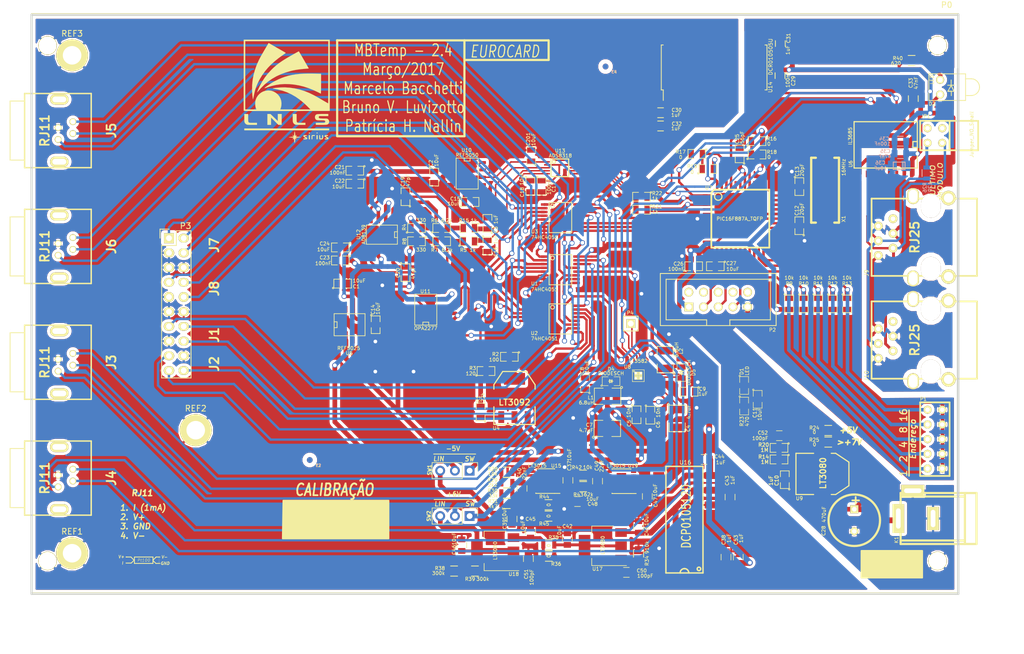
<source format=kicad_pcb>
(kicad_pcb (version 4) (host pcbnew 4.0.4+e1-6308~48~ubuntu15.10.1-stable)
  (layers (0 Superior signal) (31 Inferior signal) (34 B.Paste user) (35 F.Paste user) (36 B.SilkS user) (37 F.SilkS user) (38 B.Mask user) (39 F.Mask user) (44 Edge.Cuts user))
  (net 0 "")
  (net 1 +2,5V-REG)
  (net 2 +5V)
  (net 3 +5V-REG)
  (net 4 /Alimentacao/CAP)
  (net 5 /Alimentacao/SWN)
  (net 6 /Alimentacao/SWP)
  (net 7 /Alimentacao/VIN)
  (net 8 /PIC/SCKpic)
  (net 9 /PIC/SDIpic)
  (net 10 A)
  (net 11 AD-CONVST)
  (net 12 AD-IN+)
  (net 13 AD-IN-)
  (net 14 AD-SCLK)
  (net 15 AD-SDO)
  (net 16 B)
  (net 17 C)
  (net 18 GND)
  (net 19 LT-SCL)
  (net 20 LT-SDA)
  (net 21 PT100_Diff+)
  (net 22 PT100_Diff-)
  (net 23 VPP)
  (net 24 "Net-(C5-Pad1)")
  (net 25 "Net-(C6-Pad1)")
  (net 26 "Net-(C12-Pad2)")
  (net 27 "Net-(C13-Pad2)")
  (net 28 "Net-(C19-Pad1)")
  (net 29 "Net-(C20-Pad1)")
  (net 30 "Net-(D1-Pad2)")
  (net 31 "Net-(J3-Pad1)")
  (net 32 "Net-(J3-Pad2)")
  (net 33 "Net-(J3-Pad4)")
  (net 34 "Net-(J4-Pad1)")
  (net 35 "Net-(J4-Pad2)")
  (net 36 "Net-(J4-Pad4)")
  (net 37 "Net-(J5-Pad1)")
  (net 38 "Net-(J5-Pad2)")
  (net 39 "Net-(J5-Pad4)")
  (net 40 "Net-(J6-Pad1)")
  (net 41 "Net-(J6-Pad2)")
  (net 42 "Net-(J6-Pad4)")
  (net 43 "Net-(J10-Pad6)")
  (net 44 "Net-(P1-Pad2)")
  (net 45 "Net-(P1-Pad4)")
  (net 46 "Net-(P1-Pad6)")
  (net 47 "Net-(P1-Pad8)")
  (net 48 "Net-(P1-Pad10)")
  (net 49 "Net-(P2-Pad3)")
  (net 50 "Net-(P2-Pad5)")
  (net 51 "Net-(P2-Pad7)")
  (net 52 "Net-(R1-Pad1)")
  (net 53 "Net-(R1-Pad2)")
  (net 54 "Net-(R2-Pad1)")
  (net 55 "Net-(R2-Pad2)")
  (net 56 "Net-(R4-Pad1)")
  (net 57 "Net-(R5-Pad2)")
  (net 58 "Net-(R15-Pad1)")
  (net 59 "Net-(R8-Pad2)")
  (net 60 "Net-(U6-Pad3)")
  (net 61 "Net-(U6-Pad4)")
  (net 62 "Net-(U6-Pad6)")
  (net 63 "Net-(P2-Pad2)")
  (net 64 "Net-(P2-Pad4)")
  (net 65 "Net-(P2-Pad6)")
  (net 66 "Net-(P2-Pad8)")
  (net 67 "Net-(P2-Pad10)")
  (net 68 "Net-(U5-Pad8)")
  (net 69 "Net-(U5-Pad1)")
  (net 70 "Net-(U5-Pad7)")
  (net 71 "Net-(U5-Pad5)")
  (net 72 "Net-(U5-Pad3)")
  (net 73 "Net-(U6-Pad7)")
  (net 74 "Net-(U6-Pad10)")
  (net 75 "Net-(U6-Pad11)")
  (net 76 "Net-(U6-Pad14)")
  (net 77 "Net-(U7-Pad39)")
  (net 78 "Net-(U7-Pad40)")
  (net 79 "Net-(U7-Pad43)")
  (net 80 /PIC/RC)
  (net 81 /PIC/BUSY)
  (net 82 "Net-(U7-Pad34)")
  (net 83 "Net-(U7-Pad15)")
  (net 84 "Net-(U7-Pad14)")
  (net 85 "Net-(U7-Pad13)")
  (net 86 "Net-(U7-Pad12)")
  (net 87 "Net-(U7-Pad27)")
  (net 88 "Net-(U7-Pad26)")
  (net 89 "Net-(U7-Pad25)")
  (net 90 "Net-(U7-Pad24)")
  (net 91 "Net-(U7-Pad11)")
  (net 92 "Net-(U7-Pad5)")
  (net 93 "Net-(U7-Pad4)")
  (net 94 "Net-(U7-Pad32)")
  (net 95 "Net-(U7-Pad33)")
  (net 96 "Net-(U9-Pad4)")
  (net 97 "Net-(U10-Pad8)")
  (net 98 "Net-(U10-Pad1)")
  (net 99 "Net-(U10-Pad7)")
  (net 100 "Net-(U10-Pad5)")
  (net 101 "Net-(U10-Pad3)")
  (net 102 "Net-(U12-Pad7)")
  (net 103 /J7_1)
  (net 104 /J7_2)
  (net 105 /J7_4)
  (net 106 /J8_1)
  (net 107 /J8_2)
  (net 108 /J8_4)
  (net 109 /J1_1)
  (net 110 /J1_2)
  (net 111 /J1_4)
  (net 112 /J2_1)
  (net 113 /J2_2)
  (net 114 /J2_4)
  (net 115 +6V)
  (net 116 -5V)
  (net 117 "Net-(R25-Pad1)")
  (net 118 +5VP)
  (net 119 GNDREF)
  (net 120 "Net-(C31-Pad1)")
  (net 121 "Net-(J9-Pad6)")
  (net 122 "Net-(U14-Pad3)")
  (net 123 "Net-(U14-Pad15)")
  (net 124 "Net-(U14-Pad17)")
  (net 125 "Net-(U14-Pad28)")
  (net 126 /PIC/B_485)
  (net 127 /PIC/A_485)
  (net 128 "Net-(JP1-Pad2)")
  (net 129 /Alimentacao/+6V_SW)
  (net 130 /Alimentacao/-5V_SW)
  (net 131 /Alimentacao/-12V)
  (net 132 /Alimentacao/-5V_LIN)
  (net 133 "Net-(C40-Pad1)")
  (net 134 /Alimentacao/+12V)
  (net 135 "Net-(C45-Pad1)")
  (net 136 "Net-(R28-Pad2)")
  (net 137 "Net-(R30-Pad2)")
  (net 138 "Net-(U16-Pad8)")
  (net 139 "Net-(U16-Pad14)")
  (net 140 /Alimentacao/+9.1V)
  (net 141 "Net-(D2-Pad1)")
  (net 142 /Alimentacao/-8.5V_LIN)
  (net 143 "Net-(C49-Pad1)")
  (net 144 "Net-(C37-Pad1)")
  (net 145 "Net-(C50-Pad1)")
  (net 146 "Net-(C51-Pad1)")
  (net 147 "Net-(R38-Pad1)")
  (net 148 "Net-(C52-Pad1)")
  (net 149 /Alimentacao/+6V_LIN)
  (module PIN_ARRAY_5x2 (layer Superior) (at 218.9162 66.58 90)
    (fp_text reference JP1 (at 3.33 -1.605 180) (layer F.SilkS) (effects (font (size 0.6 0.6) (thickness 0.1))))
    (fp_text value Jumper_NO_Small (at 0.1778 6.35 90) (layer F.SilkS) (effects (font (size 0.6 0.6) (thickness 0.1) italic)))
    (pad 1 thru_hole circle (at -1.27 1.27 90) (size 1.4 1.4) (drill 0.8) (layers *.Cu *.Mask F.SilkS) (net 127 /PIC/A_485))
    (pad 2 thru_hole circle (at -1.27 -1.27 90) (size 1.4 1.4) (drill 0.8) (layers *.Cu *.Mask F.SilkS) (net 128 "Net-(JP1-Pad2)"))
    (pad 3 thru_hole circle (at 1.27 1.27 90) (size 1.4 1.4) (drill 0.8) (layers *.Cu *.Mask F.SilkS))
    (pad 4 thru_hole circle (at 1.27 -1.27 90) (size 1.4 1.4) (drill 0.8) (layers *.Cu *.Mask F.SilkS))
  )
  (module Capacitors_SMD:C_0805 (layer Superior) (at 184.9628 139.3698 90)
    (fp_text reference C53 (at 2.975 -0.4 90) (layer F.SilkS) (effects (font (size 0.6 0.6) (thickness 0.1))))
    (fp_text value 1uF (at 3.275 0.5 90) (layer F.SilkS) (effects (font (size 0.6 0.6) (thickness 0.1))))
    (pad 1 smd rect (at -1 0 90) (size 1 1.25) (layers Superior F.Paste F.Mask) (net 2 +5V))
    (pad 2 smd rect (at 1 0 90) (size 1 1.25) (layers Superior F.Paste F.Mask) (net 18 GND))
  )
  (module Capacitors_SMD:C_0805 (layer Superior) (at 192.05 118.4 180)
    (fp_text reference C52 (at 2.85 0.5 180) (layer F.SilkS) (effects (font (size 0.6 0.6) (thickness 0.1))))
    (fp_text value 100pF (at 3.3 -0.45 180) (layer F.SilkS) (effects (font (size 0.6 0.6) (thickness 0.1))))
    (pad 1 smd rect (at -1 0 180) (size 1 1.25) (layers Superior F.Paste F.Mask) (net 148 "Net-(C52-Pad1)"))
    (pad 2 smd rect (at 1 0 180) (size 1 1.25) (layers Superior F.Paste F.Mask) (net 18 GND))
  )
  (module Resistors_SMD:R_0805 (layer Superior) (at 135.9 141.775 180)
    (fp_text reference R38 (at 2.45 0.475 180) (layer F.SilkS) (effects (font (size 0.6 0.6) (thickness 0.1))))
    (fp_text value 300k (at 2.7 -0.375 180) (layer F.SilkS) (effects (font (size 0.6 0.6) (thickness 0.1))))
    (pad 1 smd rect (at -0.95 0 180) (size 0.7 1.3) (layers Superior F.Paste F.Mask) (net 147 "Net-(R38-Pad1)"))
    (pad 2 smd rect (at 0.95 0 180) (size 0.7 1.3) (layers Superior F.Paste F.Mask) (net 18 GND))
  )
  (module Capacitors_SMD:C_0805 (layer Superior) (at 165.65 142)
    (fp_text reference C50 (at 2.65 -0.3) (layer F.SilkS) (effects (font (size 0.6 0.6) (thickness 0.1))))
    (fp_text value 100pF (at 3.25 0.6) (layer F.SilkS) (effects (font (size 0.6 0.6) (thickness 0.1))))
    (pad 1 smd rect (at -1 0) (size 1 1.25) (layers Superior F.Paste F.Mask) (net 145 "Net-(C50-Pad1)"))
    (pad 2 smd rect (at 1 0) (size 1 1.25) (layers Superior F.Paste F.Mask) (net 18 GND))
  )
  (module Capacitors_SMD:C_0805 (layer Superior) (at 148.725 139.65 90)
    (fp_text reference C51 (at -2.65 -0.375 90) (layer F.SilkS) (effects (font (size 0.6 0.6) (thickness 0.1))))
    (fp_text value 100pF (at -3.2 0.575 90) (layer F.SilkS) (effects (font (size 0.6 0.6) (thickness 0.1))))
    (pad 1 smd rect (at -1 0 90) (size 1 1.25) (layers Superior F.Paste F.Mask) (net 146 "Net-(C51-Pad1)"))
    (pad 2 smd rect (at 1 0 90) (size 1 1.25) (layers Superior F.Paste F.Mask) (net 18 GND))
  )
  (module "CONTROLE:Eurocard_template_(without_euro_connector)" (layer Superior) (at 222.95 145.52 180)
    (fp_text reference P0 (at 2 101.5 180) (layer F.SilkS))
    (fp_text value "EURO BOARD")
    (pad 1 thru_hole circle (at 3.57 5.5 180) (size 3.2 3.2) (drill 3) (layers *.Cu *.Mask F.SilkS) (net 18 GND))
    (pad 2 thru_hole circle (at 3.57 94.5 180) (size 3.2 3.2) (drill 3) (layers *.Cu *.Mask F.SilkS) (net 18 GND))
    (pad 1 thru_hole circle (at 157.24 5.5 180) (size 3.2 3.2) (drill 3) (layers *.Cu *.Mask F.SilkS) (net 18 GND))
    (pad 2 thru_hole circle (at 157.24 94.5 180) (size 3.2 3.2) (drill 3) (layers *.Cu *.Mask F.SilkS) (net 18 GND))
  )
  (module LED_para_painel_KINGBRIGHT (layer Superior) (at 219.82 58.22 90)
    (fp_text reference D2 (at -2.88 -1.39 180) (layer F.SilkS) (effects (font (size 0.6 0.6) (thickness 0.1))))
    (fp_text value LED (at 1.3 -1.4 90) (layer F.SilkS) (effects (font (size 0.6 0.6) (thickness 0.1))))
    (pad 1 thru_hole circle (at 1.27 0 90) (size 1.4 1.4) (drill 0.9) (layers *.Cu *.Mask F.SilkS) (net 141 "Net-(D2-Pad1)"))
    (pad 2 thru_hole circle (at -1.27 0 90) (size 1.4 1.4) (drill 0.9) (layers *.Cu *.Mask F.SilkS) (net 118 +5VP))
  )
  (module Fiducials:Fiducial_1mm_Dia_2.54mm_Outer_CopperBottom (layer Superior) (at 162.05 54.66)
    (fp_text reference F4 (at 1.48 0.94) (layer F.SilkS) (effects (font (size 0.5 0.5) (thickness 0.1))))
    (fp_text value Fiducial)
    (pad ~ smd circle (at 0 0) (size 1 1) (layers Superior F.Mask) (clearance 0.77))
  )
  (module Fiducials:Fiducial_1mm_Dia_2.54mm_Outer_CopperBottom (layer Superior) (at 162.05 54.66)
    (fp_text reference F3 (at 1.48 0.94) (layer B.SilkS) (effects (font (size 0.5 0.5) (thickness 0.1)) (justify mirror)))
    (fp_text value Fiducial)
    (pad ~ smd circle (at 0 0) (size 1 1) (layers Inferior B.Mask) (clearance 0.77))
  )
  (module Fiducials:Fiducial_1mm_Dia_2.54mm_Outer_CopperBottom (layer Superior) (at 110.98 122.6)
    (fp_text reference F1 (at 1.48 0.94) (layer B.SilkS) (effects (font (size 0.5 0.5) (thickness 0.1)) (justify mirror)))
    (fp_text value Fiducial)
    (pad ~ smd circle (at 0 0) (size 1 1) (layers Inferior B.Mask) (clearance 0.77))
  )
  (module SM0805 (layer Superior) (at 163.0045 108.99394)
    (fp_text reference D4 (at 0.0031 -2.10194) (layer F.SilkS) (effects (font (size 0.6 0.6) (thickness 0.1))))
    (fp_text value DIODESCH (at 0.0031 -1.35194) (layer F.SilkS) (effects (font (size 0.6 0.6) (thickness 0.1))))
    (pad 1 smd rect (at -0.9525 0) (size 0.889 1.397) (layers Superior F.Paste F.Mask) (net 130 /Alimentacao/-5V_SW))
    (pad 2 smd rect (at 0.9525 0) (size 0.889 1.397) (layers Superior F.Paste F.Mask) (net 5 /Alimentacao/SWN))
  )
  (module SM0805 (layer Superior) (at 175.1584 107.4928 270)
    (fp_text reference D5 (at 0 -2.0828 270) (layer F.SilkS) (effects (font (size 0.6 0.6) (thickness 0.1))))
    (fp_text value DIODESCH (at 0 -1.3208 270) (layer F.SilkS) (effects (font (size 0.6 0.6) (thickness 0.1))))
    (pad 1 smd rect (at -0.9525 0 270) (size 0.889 1.397) (layers Superior F.Paste F.Mask) (net 6 /Alimentacao/SWP))
    (pad 2 smd rect (at 0.9525 0 270) (size 0.889 1.397) (layers Superior F.Paste F.Mask) (net 4 /Alimentacao/CAP))
  )
  (module Mounting_Holes:MountingHole_3.2mm_M3_ISO14580_Pad (layer Superior) (at 91.2876 117.4496)
    (fp_text reference REF2 (at 0 -3.75) (layer F.SilkS))
    (fp_text value M3)
    (pad 1 thru_hole circle (at 0 0) (size 5.5 5.5) (drill 3.2) (layers *.Cu *.Mask F.SilkS) (net 18 GND))
  )
  (module Mounting_Holes:MountingHole_3.2mm_M3_ISO14580_Pad (layer Superior) (at 69.9412 138.6944)
    (fp_text reference REF1 (at 0 -3.75) (layer F.SilkS))
    (fp_text value M3)
    (pad 1 thru_hole circle (at 0 0) (size 5.5 5.5) (drill 3.2) (layers *.Cu *.Mask F.SilkS) (net 18 GND))
  )
  (module CONTROLE:RJ11-4P4C-HIROSE (layer Superior) (at 61.7412 125.72 270)
    (fp_text reference J4 (at 0 -14.99 270) (layer F.SilkS) (effects (font (thickness 0.3048))))
    (fp_text value RJ11 (at 0 -3.49 270) (layer F.SilkS) (effects (font (thickness 0.3048))))
    (pad 1 thru_hole circle (at 0.51 -8.34 270) (size 1.16 1.16) (drill 0.8) (layers *.Cu *.Mask F.SilkS) (net 34 "Net-(J4-Pad1)"))
    (pad 2 thru_hole circle (at -1.53 -8.34 270) (size 1.16 1.16) (drill 0.8) (layers *.Cu *.Mask F.SilkS) (net 35 "Net-(J4-Pad2)"))
    (pad 3 thru_hole circle (at -0.51 -5.79 270) (size 1.16 1.16) (drill 0.8) (layers *.Cu *.Mask F.SilkS) (net 18 GND))
    (pad 4 thru_hole circle (at 1.53 -5.79 270) (size 1.16 1.16) (drill 0.8) (layers *.Cu *.Mask F.SilkS) (net 36 "Net-(J4-Pad4)"))
    (pad 8 thru_hole oval (at 5.38 -5.99 270) (size 1.8 3.2) (drill oval 1 2.4) (layers *.Cu *.Mask F.SilkS))
    (pad 7 thru_hole oval (at -5.38 -5.99 270) (size 1.8 3.2) (drill oval 1 2.4) (layers *.Cu *.Mask F.SilkS))
  )
  (module CONTROLE:RJ11-4P4C-HIROSE (layer Superior) (at 61.7412 105.72 270)
    (fp_text reference J3 (at 0 -14.99 270) (layer F.SilkS) (effects (font (thickness 0.3048))))
    (fp_text value RJ11 (at 0 -3.49 270) (layer F.SilkS) (effects (font (thickness 0.3048))))
    (pad 1 thru_hole circle (at 0.51 -8.34 270) (size 1.16 1.16) (drill 0.8) (layers *.Cu *.Mask F.SilkS) (net 31 "Net-(J3-Pad1)"))
    (pad 2 thru_hole circle (at -1.53 -8.34 270) (size 1.16 1.16) (drill 0.8) (layers *.Cu *.Mask F.SilkS) (net 32 "Net-(J3-Pad2)"))
    (pad 3 thru_hole circle (at -0.51 -5.79 270) (size 1.16 1.16) (drill 0.8) (layers *.Cu *.Mask F.SilkS) (net 18 GND))
    (pad 4 thru_hole circle (at 1.53 -5.79 270) (size 1.16 1.16) (drill 0.8) (layers *.Cu *.Mask F.SilkS) (net 33 "Net-(J3-Pad4)"))
    (pad 8 thru_hole oval (at 5.38 -5.99 270) (size 1.8 3.2) (drill oval 1 2.4) (layers *.Cu *.Mask F.SilkS))
    (pad 7 thru_hole oval (at -5.38 -5.99 270) (size 1.8 3.2) (drill oval 1 2.4) (layers *.Cu *.Mask F.SilkS))
  )
  (module CONTROLE:RJ11-4P4C-HIROSE (layer Superior) (at 61.7412 85.72 270)
    (fp_text reference J6 (at 0 -14.99 270) (layer F.SilkS) (effects (font (thickness 0.3048))))
    (fp_text value RJ11 (at 0 -3.49 270) (layer F.SilkS) (effects (font (thickness 0.3048))))
    (pad 1 thru_hole circle (at 0.51 -8.34 270) (size 1.16 1.16) (drill 0.8) (layers *.Cu *.Mask F.SilkS) (net 40 "Net-(J6-Pad1)"))
    (pad 2 thru_hole circle (at -1.53 -8.34 270) (size 1.16 1.16) (drill 0.8) (layers *.Cu *.Mask F.SilkS) (net 41 "Net-(J6-Pad2)"))
    (pad 3 thru_hole circle (at -0.51 -5.79 270) (size 1.16 1.16) (drill 0.8) (layers *.Cu *.Mask F.SilkS) (net 18 GND))
    (pad 4 thru_hole circle (at 1.53 -5.79 270) (size 1.16 1.16) (drill 0.8) (layers *.Cu *.Mask F.SilkS) (net 42 "Net-(J6-Pad4)"))
    (pad 8 thru_hole oval (at 5.38 -5.99 270) (size 1.8 3.2) (drill oval 1 2.4) (layers *.Cu *.Mask F.SilkS))
    (pad 7 thru_hole oval (at -5.38 -5.99 270) (size 1.8 3.2) (drill oval 1 2.4) (layers *.Cu *.Mask F.SilkS))
  )
  (module CONTROLE:RJ11-4P4C-HIROSE (layer Superior) (at 61.7412 65.72 270)
    (fp_text reference J5 (at 0 -14.99 270) (layer F.SilkS) (effects (font (thickness 0.3048))))
    (fp_text value RJ11 (at 0 -3.49 270) (layer F.SilkS) (effects (font (thickness 0.3048))))
    (pad 1 thru_hole circle (at 0.51 -8.34 270) (size 1.16 1.16) (drill 0.8) (layers *.Cu *.Mask F.SilkS) (net 37 "Net-(J5-Pad1)"))
    (pad 2 thru_hole circle (at -1.53 -8.34 270) (size 1.16 1.16) (drill 0.8) (layers *.Cu *.Mask F.SilkS) (net 38 "Net-(J5-Pad2)"))
    (pad 3 thru_hole circle (at -0.51 -5.79 270) (size 1.16 1.16) (drill 0.8) (layers *.Cu *.Mask F.SilkS) (net 18 GND))
    (pad 4 thru_hole circle (at 1.53 -5.79 270) (size 1.16 1.16) (drill 0.8) (layers *.Cu *.Mask F.SilkS) (net 39 "Net-(J5-Pad4)"))
    (pad 8 thru_hole oval (at 5.38 -5.99 270) (size 1.8 3.2) (drill oval 1 2.4) (layers *.Cu *.Mask F.SilkS))
    (pad 7 thru_hole oval (at -5.38 -5.99 270) (size 1.8 3.2) (drill oval 1 2.4) (layers *.Cu *.Mask F.SilkS))
  )
  (module Pin_Headers:Pin_Header_Straight_2x10 (layer Superior) (at 87.9412 95.72)
    (fp_text reference P3 (at 1.5988 -13.54) (layer F.SilkS))
    (fp_text value CONN_02X10)
    (pad 1 thru_hole rect (at -1.27 -11.43) (size 1.7272 1.7272) (drill 1.016) (layers *.Cu *.Mask F.SilkS) (net 103 /J7_1))
    (pad 2 thru_hole oval (at 1.27 -11.43) (size 1.8 1.5) (drill 1.016) (layers *.Cu *.Mask F.SilkS) (net 104 /J7_2))
    (pad 3 thru_hole oval (at -1.27 -8.89) (size 1.8 1.5) (drill 1.016) (layers *.Cu *.Mask F.SilkS) (net 18 GND))
    (pad 4 thru_hole oval (at 1.27 -8.89) (size 1.8 1.5) (drill 1.016) (layers *.Cu *.Mask F.SilkS) (net 105 /J7_4))
    (pad 5 thru_hole oval (at -1.27 -6.35) (size 1.8 1.5) (drill 1.016) (layers *.Cu *.Mask F.SilkS) (net 18 GND))
    (pad 6 thru_hole oval (at 1.27 -6.35) (size 1.8 1.5) (drill 1.016) (layers *.Cu *.Mask F.SilkS) (net 18 GND))
    (pad 7 thru_hole oval (at -1.27 -3.81) (size 1.8 1.5) (drill 1.016) (layers *.Cu *.Mask F.SilkS) (net 108 /J8_4))
    (pad 8 thru_hole oval (at 1.27 -3.81) (size 1.8 1.5) (drill 1.016) (layers *.Cu *.Mask F.SilkS) (net 107 /J8_2))
    (pad 9 thru_hole oval (at -1.27 -1.27) (size 1.7272 1.7272) (drill 1.016) (layers *.Cu *.Mask F.SilkS) (net 18 GND))
    (pad 10 thru_hole oval (at 1.27 -1.27) (size 1.7272 1.7272) (drill 1.016) (layers *.Cu *.Mask F.SilkS) (net 106 /J8_1))
    (pad 11 thru_hole oval (at -1.27 1.27) (size 1.8 1.5) (drill 1.016) (layers *.Cu *.Mask F.SilkS) (net 18 GND))
    (pad 12 thru_hole oval (at 1.27 1.27) (size 1.8 1.5) (drill 1.016) (layers *.Cu *.Mask F.SilkS) (net 18 GND))
    (pad 13 thru_hole oval (at -1.27 3.81) (size 1.8 1.5) (drill 1.016) (layers *.Cu *.Mask F.SilkS) (net 109 /J1_1))
    (pad 14 thru_hole oval (at 1.27 3.81) (size 1.8 1.5) (drill 1.016) (layers *.Cu *.Mask F.SilkS) (net 110 /J1_2))
    (pad 15 thru_hole oval (at -1.27 6.35) (size 1.8 1.5) (drill 1.016) (layers *.Cu *.Mask F.SilkS) (net 18 GND))
    (pad 16 thru_hole oval (at 1.27 6.35) (size 1.8 1.5) (drill 1.016) (layers *.Cu *.Mask F.SilkS) (net 111 /J1_4))
    (pad 17 thru_hole oval (at -1.27 8.89) (size 1.8 1.5) (drill 1.016) (layers *.Cu *.Mask F.SilkS) (net 114 /J2_4))
    (pad 18 thru_hole oval (at 1.27 8.89) (size 1.8 1.5) (drill 1.016) (layers *.Cu *.Mask F.SilkS) (net 18 GND))
    (pad 19 thru_hole oval (at -1.27 11.43) (size 1.8 1.5) (drill 1.016) (layers *.Cu *.Mask F.SilkS) (net 112 /J2_1))
    (pad 20 thru_hole oval (at 1.27 11.43) (size 1.8 1.5) (drill 1.016) (layers *.Cu *.Mask F.SilkS) (net 113 /J2_2))
  )
  (module QFN16 (layer Superior) (at 167.70858 108.04144)
    (fp_text reference U8 (at -1.86858 -1.53144) (layer F.SilkS) (effects (font (size 0.6 0.6) (thickness 0.1))))
    (fp_text value LT3582 (at 0 -2.54) (layer F.SilkS) (effects (font (size 0.6 0.6) (thickness 0.1))))
    (pad 9 smd rect (at 1.39954 0.7493 180) (size 0.70104 0.24892) (layers Superior F.Paste F.Mask) (net 129 /Alimentacao/+6V_SW))
    (pad 10 smd rect (at 1.39954 0.24892 180) (size 0.70104 0.24892) (layers Superior F.Paste F.Mask) (net 4 /Alimentacao/CAP))
    (pad 12 smd rect (at 1.39954 -0.7493 180) (size 0.70104 0.24892) (layers Superior F.Paste F.Mask) (net 6 /Alimentacao/SWP))
    (pad 11 smd rect (at 1.39954 -0.24892 180) (size 0.70104 0.24892) (layers Superior F.Paste F.Mask) (net 4 /Alimentacao/CAP))
    (pad 15 smd rect (at -0.24892 -1.39954 270) (size 0.70104 0.24892) (layers Superior F.Paste F.Mask) (net 20 LT-SDA))
    (pad 16 smd rect (at -0.7493 -1.39954 270) (size 0.70104 0.24892) (layers Superior F.Paste F.Mask) (net 19 LT-SCL))
    (pad 14 smd rect (at 0.24892 -1.39954 270) (size 0.70104 0.24892) (layers Superior F.Paste F.Mask) (net 23 VPP))
    (pad 13 smd rect (at 0.7493 -1.39954 270) (size 0.70104 0.24892) (layers Superior F.Paste F.Mask) (net 18 GND))
    (pad 5 smd rect (at -0.7493 1.39954 90) (size 0.70104 0.24892) (layers Superior F.Paste F.Mask) (net 2 +5V))
    (pad 6 smd rect (at -0.24892 1.39954 90) (size 0.70104 0.24892) (layers Superior F.Paste F.Mask) (net 24 "Net-(C5-Pad1)"))
    (pad 8 smd rect (at 0.7493 1.39954 90) (size 0.70104 0.24892) (layers Superior F.Paste F.Mask) (net 2 +5V))
    (pad 7 smd rect (at 0.24892 1.39954 90) (size 0.70104 0.24892) (layers Superior F.Paste F.Mask) (net 25 "Net-(C6-Pad1)"))
    (pad 3 smd rect (at -1.39954 0.24892) (size 0.70104 0.24892) (layers Superior F.Paste F.Mask) (net 5 /Alimentacao/SWN))
    (pad 4 smd rect (at -1.39954 0.7493) (size 0.70104 0.24892) (layers Superior F.Paste F.Mask) (net 5 /Alimentacao/SWN))
    (pad 2 smd rect (at -1.39954 -0.24892) (size 0.70104 0.24892) (layers Superior F.Paste F.Mask) (net 130 /Alimentacao/-5V_SW))
    (pad 1 smd rect (at -1.39954 -0.7493) (size 0.70104 0.24892) (layers Superior F.Paste F.Mask) (net 18 GND))
    (pad 17 smd rect (at 0 0 270) (size 1.45034 1.45034) (layers Superior F.Paste F.Mask) (net 18 GND))
    (pad 17 thru_hole rect (at -0.45 -0.45) (size 0.7 0.7) (drill 0.4 (offset 0.1 0.1)) (layers *.Cu *.Mask F.SilkS) (net 18 GND))
    (pad 17 thru_hole rect (at 0.45 -0.45) (size 0.7 0.7) (drill 0.4 (offset -0.1 0.1)) (layers *.Cu *.Mask F.SilkS) (net 18 GND))
    (pad 17 thru_hole rect (at 0.45 0.45) (size 0.7 0.7) (drill 0.4 (offset -0.1 -0.1)) (layers *.Cu *.Mask F.SilkS) (net 18 GND))
    (pad 17 thru_hole rect (at -0.45 0.45) (size 0.7 0.7) (drill 0.4 (offset 0.1 -0.1)) (layers *.Cu *.Mask F.SilkS) (net 18 GND))
  )
  (module PIN_ARRAY_5x2 (layer Superior) (at 181.5076 94.892)
    (fp_text reference P2 (at 9.3674 5.233) (layer F.SilkS) (effects (font (size 0.6 0.6) (thickness 0.1))))
    (fp_text value Programação hide)
    (pad 1 thru_hole rect (at -5.08 1.27) (size 1.524 1.524) (drill 1.016) (layers *.Cu *.Mask F.SilkS) (net 2 +5V))
    (pad 2 thru_hole circle (at -5.08 -1.27) (size 1.524 1.524) (drill 1.016) (layers *.Cu *.Mask F.SilkS) (net 63 "Net-(P2-Pad2)"))
    (pad 3 thru_hole circle (at -2.54 1.27) (size 1.524 1.524) (drill 1.016) (layers *.Cu *.Mask F.SilkS) (net 49 "Net-(P2-Pad3)"))
    (pad 4 thru_hole circle (at -2.54 -1.27) (size 1.524 1.524) (drill 1.016) (layers *.Cu *.Mask F.SilkS) (net 64 "Net-(P2-Pad4)"))
    (pad 5 thru_hole circle (at 0 1.27) (size 1.524 1.524) (drill 1.016) (layers *.Cu *.Mask F.SilkS) (net 50 "Net-(P2-Pad5)"))
    (pad 6 thru_hole circle (at 0 -1.27) (size 1.524 1.524) (drill 1.016) (layers *.Cu *.Mask F.SilkS) (net 65 "Net-(P2-Pad6)"))
    (pad 7 thru_hole circle (at 2.54 1.27) (size 1.524 1.524) (drill 1.016) (layers *.Cu *.Mask F.SilkS) (net 51 "Net-(P2-Pad7)"))
    (pad 8 thru_hole circle (at 2.54 -1.27) (size 1.524 1.524) (drill 1.016) (layers *.Cu *.Mask F.SilkS) (net 66 "Net-(P2-Pad8)"))
    (pad 9 thru_hole circle (at 5.08 1.27) (size 1.524 1.524) (drill 1.016) (layers *.Cu *.Mask F.SilkS) (net 18 GND))
    (pad 10 thru_hole circle (at 5.08 -1.27) (size 1.524 1.524) (drill 1.016) (layers *.Cu *.Mask F.SilkS) (net 67 "Net-(P2-Pad10)"))
  )
  (module SM1210 (layer Superior) (at 174.4176 115.422 270)
    (fp_text reference C4 (at 1.718 -1.9224 270) (layer F.SilkS) (effects (font (size 0.6 0.6) (thickness 0.1))))
    (fp_text value 4.7uF (at -1.122 -2.0024 270) (layer F.SilkS) (effects (font (size 0.6 0.6) (thickness 0.1))))
    (pad 1 smd rect (at -1.524 0 270) (size 1.27 2.54) (layers Superior F.Paste F.Mask) (net 129 /Alimentacao/+6V_SW))
    (pad 2 smd rect (at 1.524 0 270) (size 1.27 2.54) (layers Superior F.Paste F.Mask) (net 18 GND))
  )
  (module SM1210 (layer Superior) (at 162.3568 117.14226)
    (fp_text reference C7 (at -3.1068 -0.59226) (layer F.SilkS) (effects (font (size 0.6 0.6) (thickness 0.1))))
    (fp_text value 4.7uF (at -3.6568 0.33274) (layer F.SilkS) (effects (font (size 0.6 0.6) (thickness 0.1))))
    (pad 1 smd rect (at -1.524 0) (size 1.27 2.54) (layers Superior F.Paste F.Mask) (net 2 +5V))
    (pad 2 smd rect (at 1.524 0) (size 1.27 2.54) (layers Superior F.Paste F.Mask) (net 18 GND))
  )
  (module SM0805 (layer Superior) (at 181.0076 89.142 180)
    (fp_text reference C27 (at -2.75 0.5 180) (layer F.SilkS) (effects (font (size 0.6 0.6) (thickness 0.1))))
    (fp_text value 10uF (at -3 -0.5 180) (layer F.SilkS) (effects (font (size 0.6 0.6) (thickness 0.1))))
    (pad 1 smd rect (at -0.9525 0 180) (size 0.889 1.397) (layers Superior F.Paste F.Mask) (net 18 GND))
    (pad 2 smd rect (at 0.9525 0 180) (size 0.889 1.397) (layers Superior F.Paste F.Mask) (net 2 +5V))
  )
  (module SM0805 (layer Superior) (at 177.2576 89.142)
    (fp_text reference C26 (at -2.6076 -0.417) (layer F.SilkS) (effects (font (size 0.6 0.6) (thickness 0.1))))
    (fp_text value 100nF (at -3.0076 0.483) (layer F.SilkS) (effects (font (size 0.6 0.6) (thickness 0.1))))
    (pad 1 smd rect (at -0.9525 0) (size 0.889 1.397) (layers Superior F.Paste F.Mask) (net 18 GND))
    (pad 2 smd rect (at 0.9525 0) (size 0.889 1.397) (layers Superior F.Paste F.Mask) (net 2 +5V))
  )
  (module SM0805 (layer Superior) (at 185.20664 69.74078 90)
    (fp_text reference C25 (at 2.56578 -0.43164 270) (layer F.SilkS) (effects (font (size 0.6 0.6) (thickness 0.1))))
    (fp_text value 56pF (at 2.84078 0.44336 270) (layer F.SilkS) (effects (font (size 0.6 0.6) (thickness 0.1))))
    (pad 1 smd rect (at -0.9525 0 90) (size 0.889 1.397) (layers Superior F.Paste F.Mask) (net 11 AD-CONVST))
    (pad 2 smd rect (at 0.9525 0 90) (size 0.889 1.397) (layers Superior F.Paste F.Mask) (net 18 GND))
  )
  (module SM0805 (layer Superior) (at 116.2576 85.892 180)
    (fp_text reference C24 (at 2.7076 0.642 180) (layer F.SilkS) (effects (font (size 0.6 0.6) (thickness 0.1))))
    (fp_text value 10uF (at 2.9076 -0.358 180) (layer F.SilkS) (effects (font (size 0.6 0.6) (thickness 0.1))))
    (pad 1 smd rect (at -0.9525 0 180) (size 0.889 1.397) (layers Superior F.Paste F.Mask) (net 116 -5V))
    (pad 2 smd rect (at 0.9525 0 180) (size 0.889 1.397) (layers Superior F.Paste F.Mask) (net 18 GND))
  )
  (module SM0805 (layer Superior) (at 116.2576 88.142 180)
    (fp_text reference C23 (at 2.7076 0.492 180) (layer F.SilkS) (effects (font (size 0.6 0.6) (thickness 0.1))))
    (fp_text value 100nF (at 2.9576 -0.508 180) (layer F.SilkS) (effects (font (size 0.6 0.6) (thickness 0.1))))
    (pad 1 smd rect (at -0.9525 0 180) (size 0.889 1.397) (layers Superior F.Paste F.Mask) (net 116 -5V))
    (pad 2 smd rect (at 0.9525 0 180) (size 0.889 1.397) (layers Superior F.Paste F.Mask) (net 18 GND))
  )
  (module SM0805 (layer Superior) (at 118.7576 74.892 180)
    (fp_text reference C22 (at 2.6076 0.492 180) (layer F.SilkS) (effects (font (size 0.6 0.6) (thickness 0.1))))
    (fp_text value 10uF (at 2.8076 -0.508 180) (layer F.SilkS) (effects (font (size 0.6 0.6) (thickness 0.1))))
    (pad 1 smd rect (at -0.9525 0 180) (size 0.889 1.397) (layers Superior F.Paste F.Mask) (net 115 +6V))
    (pad 2 smd rect (at 0.9525 0 180) (size 0.889 1.397) (layers Superior F.Paste F.Mask) (net 18 GND))
  )
  (module SM0805 (layer Superior) (at 118.7576 72.642 180)
    (fp_text reference C21 (at 2.6076 0.592 180) (layer F.SilkS) (effects (font (size 0.6 0.6) (thickness 0.1))))
    (fp_text value 100nF (at 2.9576 -0.358 180) (layer F.SilkS) (effects (font (size 0.6 0.6) (thickness 0.1))))
    (pad 1 smd rect (at -0.9525 0 180) (size 0.889 1.397) (layers Superior F.Paste F.Mask) (net 115 +6V))
    (pad 2 smd rect (at 0.9525 0 180) (size 0.889 1.397) (layers Superior F.Paste F.Mask) (net 18 GND))
  )
  (module SM0805 (layer Superior) (at 127.5076 90.242 270)
    (fp_text reference C20 (at 0.033 1.2826 270) (layer F.SilkS) (effects (font (size 0.6 0.6) (thickness 0.1))))
    (fp_text value 47pF (at 0.058 -1.3424 270) (layer F.SilkS) (effects (font (size 0.6 0.6) (thickness 0.1))))
    (pad 1 smd rect (at -0.9525 0 270) (size 0.889 1.397) (layers Superior F.Paste F.Mask) (net 29 "Net-(C20-Pad1)"))
    (pad 2 smd rect (at 0.9525 0 270) (size 0.889 1.397) (layers Superior F.Paste F.Mask) (net 18 GND))
  )
  (module SM0805 (layer Superior) (at 127.508 77.14234 90)
    (fp_text reference C19 (at 2.59234 -0.458 90) (layer F.SilkS) (effects (font (size 0.6 0.6) (thickness 0.1))))
    (fp_text value 47pF (at 2.79234 0.442 90) (layer F.SilkS) (effects (font (size 0.6 0.6) (thickness 0.1))))
    (pad 1 smd rect (at -0.9525 0 90) (size 0.889 1.397) (layers Superior F.Paste F.Mask) (net 28 "Net-(C19-Pad1)"))
    (pad 2 smd rect (at 0.9525 0 90) (size 0.889 1.397) (layers Superior F.Paste F.Mask) (net 18 GND))
  )
  (module SM0805 (layer Superior) (at 149.05736 75.34148 270)
    (fp_text reference C18 (at 1.00852 1.40736 270) (layer F.SilkS) (effects (font (size 0.6 0.6) (thickness 0.1))))
    (fp_text value 10uF (at -1.29148 1.45736 270) (layer F.SilkS) (effects (font (size 0.6 0.6) (thickness 0.1))))
    (pad 1 smd rect (at -0.9525 0 270) (size 0.889 1.397) (layers Superior F.Paste F.Mask) (net 2 +5V))
    (pad 2 smd rect (at 0.9525 0 270) (size 0.889 1.397) (layers Superior F.Paste F.Mask) (net 18 GND))
  )
  (module SM0805 (layer Superior) (at 151.00808 75.34148 270)
    (fp_text reference C17 (at 0.15852 -2.09192 270) (layer F.SilkS) (effects (font (size 0.6 0.6) (thickness 0.1))))
    (fp_text value 100nF (at 0.05852 -1.29192 270) (layer F.SilkS) (effects (font (size 0.6 0.6) (thickness 0.1))))
    (pad 1 smd rect (at -0.9525 0 270) (size 0.889 1.397) (layers Superior F.Paste F.Mask) (net 2 +5V))
    (pad 2 smd rect (at 0.9525 0 270) (size 0.889 1.397) (layers Superior F.Paste F.Mask) (net 18 GND))
  )
  (module J4_2.1mm (layer Superior) (at 226.1 132.7 180)
    (fp_text reference K1 (at 13.82 -3.69 270) (layer F.SilkS) (effects (font (size 0.6 0.6) (thickness 0.1))))
    (fp_text value Jack hide)
    (pad 3 thru_hole rect (at 11.00074 4.8006 180) (size 4.0005 1.99898) (drill oval 2.99974 0.8001) (layers *.Cu *.Mask F.SilkS) (net 18 GND))
    (pad 2 thru_hole rect (at 7.50062 0 180) (size 1.99898 4.0005) (drill oval 0.8001 2.99974) (layers *.Cu *.Mask F.SilkS) (net 18 GND))
    (pad 1 thru_hole rect (at 13.5001 0 180) (size 1.99898 5.00126) (drill oval 0.8001 3.50012) (layers *.Cu *.Mask F.SilkS) (net 7 /Alimentacao/VIN))
  )
  (module SM0805 (layer Superior) (at 168.2576 79.392 180)
    (fp_text reference R21 (at -2.6924 0.542 180) (layer F.SilkS) (effects (font (size 0.6 0.6) (thickness 0.1))))
    (fp_text value 1k (at -2.3674 -0.358 180) (layer F.SilkS) (effects (font (size 0.6 0.6) (thickness 0.1))))
    (pad 1 smd rect (at -0.9525 0 180) (size 0.889 1.397) (layers Superior F.Paste F.Mask) (net 19 LT-SCL))
    (pad 2 smd rect (at 0.9525 0 180) (size 0.889 1.397) (layers Superior F.Paste F.Mask) (net 2 +5V))
  )
  (module SM0805 (layer Superior) (at 168.2576 77.142 180)
    (fp_text reference R22 (at -2.6924 0.592 180) (layer F.SilkS) (effects (font (size 0.6 0.6) (thickness 0.1))))
    (fp_text value 1k (at -2.3424 -0.308 180) (layer F.SilkS) (effects (font (size 0.6 0.6) (thickness 0.1))))
    (pad 1 smd rect (at -0.9525 0 180) (size 0.889 1.397) (layers Superior F.Paste F.Mask) (net 20 LT-SDA))
    (pad 2 smd rect (at 0.9525 0 180) (size 0.889 1.397) (layers Superior F.Paste F.Mask) (net 2 +5V))
  )
  (module PIN_ARRAY_1 (layer Superior) (at 166.4076 99.042 90)
    (fp_text reference P4 (at 1.8491 -0.09792 180) (layer F.SilkS) (effects (font (size 0.6 0.6) (thickness 0.1))))
    (fp_text value CONN_1 hide)
    (pad 1 thru_hole rect (at 0 0 90) (size 1.524 1.524) (drill 1.016) (layers *.Cu *.Mask F.SilkS) (net 23 VPP))
  )
  (module SO8E (layer Superior) (at 138.15568 73.14184 270)
    (fp_text reference U10 (at -4.04184 0.10568 360) (layer F.SilkS) (effects (font (size 0.6 0.6) (thickness 0.1))))
    (fp_text value REF5050 (at -3.19184 0.00568 360) (layer F.SilkS) (effects (font (size 0.6 0.6) (thickness 0.1))))
    (pad 8 smd rect (at -1.905 -2.667 270) (size 0.508 1.143) (layers Superior F.Paste F.Mask) (net 97 "Net-(U10-Pad8)"))
    (pad 1 smd rect (at -1.905 2.667 270) (size 0.508 1.143) (layers Superior F.Paste F.Mask) (net 98 "Net-(U10-Pad1)"))
    (pad 7 smd rect (at -0.635 -2.667 270) (size 0.508 1.143) (layers Superior F.Paste F.Mask) (net 99 "Net-(U10-Pad7)"))
    (pad 6 smd rect (at 0.635 -2.667 270) (size 0.508 1.143) (layers Superior F.Paste F.Mask) (net 3 +5V-REG))
    (pad 5 smd rect (at 1.905 -2.667 270) (size 0.508 1.143) (layers Superior F.Paste F.Mask) (net 100 "Net-(U10-Pad5)"))
    (pad 2 smd rect (at -0.635 2.667 270) (size 0.508 1.143) (layers Superior F.Paste F.Mask) (net 115 +6V))
    (pad 3 smd rect (at 0.635 2.667 270) (size 0.508 1.143) (layers Superior F.Paste F.Mask) (net 101 "Net-(U10-Pad3)"))
    (pad 4 smd rect (at 1.905 2.667 270) (size 0.508 1.143) (layers Superior F.Paste F.Mask) (net 18 GND))
  )
  (module SM0805 (layer Superior) (at 141.65834 81.73974 90)
    (fp_text reference C3 (at -1.10236 1.45034 90) (layer F.SilkS) (effects (font (size 0.6 0.6) (thickness 0.1))))
    (fp_text value 1uF (at 0.6985 1.45034 90) (layer F.SilkS) (effects (font (size 0.6 0.6) (thickness 0.1))))
    (pad 1 smd rect (at -0.9525 0 90) (size 0.889 1.397) (layers Superior F.Paste F.Mask) (net 12 AD-IN+))
    (pad 2 smd rect (at 0.9525 0 90) (size 0.889 1.397) (layers Superior F.Paste F.Mask) (net 18 GND))
  )
  (module SM0805 (layer Superior) (at 132.45592 73.74128 270)
    (fp_text reference C2 (at -2.39128 0.55592 270) (layer F.SilkS) (effects (font (size 0.6 0.6) (thickness 0.1))))
    (fp_text value 10uF (at -2.89128 -0.39408 270) (layer F.SilkS) (effects (font (size 0.6 0.6) (thickness 0.1))))
    (pad 1 smd rect (at -0.9525 0 270) (size 0.889 1.397) (layers Superior F.Paste F.Mask) (net 115 +6V))
    (pad 2 smd rect (at 0.9525 0 270) (size 0.889 1.397) (layers Superior F.Paste F.Mask) (net 18 GND))
  )
  (module MSOP10-0.5 (layer Superior) (at 154.15768 72.14108 270)
    (fp_text reference U13 (at -2.94108 -0.04232 360) (layer F.SilkS) (effects (font (size 0.6 0.6) (thickness 0.1))))
    (fp_text value ADS8318 (at -2.09108 -0.09232 360) (layer F.SilkS) (effects (font (size 0.6 0.6) (thickness 0.1))))
    (pad 1 smd rect (at -1.016 2.2225 270) (size 0.26924 1.00076) (layers Superior F.Paste F.Mask) (net 3 +5V-REG))
    (pad 2 smd rect (at -0.508 2.2225 270) (size 0.26924 1.00076) (layers Superior F.Paste F.Mask) (net 2 +5V))
    (pad 3 smd rect (at 0 2.2225 270) (size 0.26924 1.00076) (layers Superior F.Paste F.Mask) (net 12 AD-IN+))
    (pad 4 smd rect (at 0.508 2.2225 270) (size 0.26924 1.00076) (layers Superior F.Paste F.Mask) (net 13 AD-IN-))
    (pad 5 smd rect (at 1.016 2.2225 270) (size 0.26924 1.00076) (layers Superior F.Paste F.Mask) (net 18 GND))
    (pad 6 smd rect (at 1.016 -2.2225 270) (size 0.26924 1.00076) (layers Superior F.Paste F.Mask) (net 11 AD-CONVST))
    (pad 7 smd rect (at 0.508 -2.2225 270) (size 0.26924 1.00076) (layers Superior F.Paste F.Mask) (net 15 AD-SDO))
    (pad 8 smd rect (at 0 -2.2225 270) (size 0.26924 1.00076) (layers Superior F.Paste F.Mask) (net 14 AD-SCLK))
    (pad 9 smd rect (at -0.508 -2.2225 270) (size 0.26924 1.00076) (layers Superior F.Paste F.Mask) (net 2 +5V))
    (pad 10 smd rect (at -1.016 -2.2225 270) (size 0.26924 1.00076) (layers Superior F.Paste F.Mask) (net 2 +5V))
  )
  (module SM0805 (layer Superior) (at 141.65834 85.64118 270)
    (fp_text reference C16 (at 1.00076 -1.45034 270) (layer F.SilkS) (effects (font (size 0.6 0.6) (thickness 0.1))))
    (fp_text value 1uF (at -1.09982 -1.45034 270) (layer F.SilkS) (effects (font (size 0.6 0.6) (thickness 0.1))))
    (pad 1 smd rect (at -0.9525 0 270) (size 0.889 1.397) (layers Superior F.Paste F.Mask) (net 13 AD-IN-))
    (pad 2 smd rect (at 0.9525 0 270) (size 0.889 1.397) (layers Superior F.Paste F.Mask) (net 18 GND))
  )
  (module SM0805 (layer Superior) (at 138.65606 78.0415)
    (fp_text reference C15 (at -2.55606 -0.5415) (layer F.SilkS) (effects (font (size 0.6 0.6) (thickness 0.1))))
    (fp_text value 10uF (at -2.80606 0.3085) (layer F.SilkS) (effects (font (size 0.6 0.6) (thickness 0.1))))
    (pad 1 smd rect (at -0.9525 0) (size 0.889 1.397) (layers Superior F.Paste F.Mask) (net 3 +5V-REG))
    (pad 2 smd rect (at 0.9525 0) (size 0.889 1.397) (layers Superior F.Paste F.Mask) (net 18 GND))
  )
  (module SM0805 (layer Superior) (at 122.35688 99.24034 270)
    (fp_text reference C14 (at -2.61534 0.45688 270) (layer F.SilkS) (effects (font (size 0.6 0.6) (thickness 0.1))))
    (fp_text value 10uF (at -2.84034 -0.39312 270) (layer F.SilkS) (effects (font (size 0.6 0.6) (thickness 0.1))))
    (pad 1 smd rect (at -0.9525 0 270) (size 0.889 1.397) (layers Superior F.Paste F.Mask) (net 1 +2,5V-REG))
    (pad 2 smd rect (at 0.9525 0 270) (size 0.889 1.397) (layers Superior F.Paste F.Mask) (net 18 GND))
  )
  (module SO8E (layer Superior) (at 131.00812 96.64192 90)
    (fp_text reference U11 (at 3.16692 -0.05812 180) (layer F.SilkS) (effects (font (size 0.6 0.6) (thickness 0.1))))
    (fp_text value OPA2277 (at -3.20808 -0.00812 180) (layer F.SilkS) (effects (font (size 0.6 0.6) (thickness 0.1))))
    (pad 8 smd rect (at -1.905 -2.667 90) (size 0.508 1.143) (layers Superior F.Paste F.Mask) (net 115 +6V))
    (pad 1 smd rect (at -1.905 2.667 90) (size 0.508 1.143) (layers Superior F.Paste F.Mask) (net 56 "Net-(R4-Pad1)"))
    (pad 7 smd rect (at -0.635 -2.667 90) (size 0.508 1.143) (layers Superior F.Paste F.Mask) (net 59 "Net-(R8-Pad2)"))
    (pad 6 smd rect (at 0.635 -2.667 90) (size 0.508 1.143) (layers Superior F.Paste F.Mask) (net 59 "Net-(R8-Pad2)"))
    (pad 5 smd rect (at 1.905 -2.667 90) (size 0.508 1.143) (layers Superior F.Paste F.Mask) (net 21 PT100_Diff+))
    (pad 2 smd rect (at -0.635 2.667 90) (size 0.508 1.143) (layers Superior F.Paste F.Mask) (net 56 "Net-(R4-Pad1)"))
    (pad 3 smd rect (at 0.635 2.667 90) (size 0.508 1.143) (layers Superior F.Paste F.Mask) (net 22 PT100_Diff-))
    (pad 4 smd rect (at 1.905 2.667 90) (size 0.508 1.143) (layers Superior F.Paste F.Mask) (net 116 -5V))
  )
  (module SO16W (layer Superior) (at 210.4216 68.1228 180)
    (fp_text reference U6 (at 6.0466 -3.3522 270) (layer F.SilkS) (effects (font (size 0.6 0.6) (thickness 0.1))))
    (fp_text value IL3685 (at 6.1216 1.4478 270) (layer F.SilkS) (effects (font (size 0.6 0.6) (thickness 0.1))))
    (pad 1 smd rect (at -4.445 5.08 180) (size 0.508 1.143) (layers Superior F.Paste F.Mask) (net 2 +5V))
    (pad 2 smd rect (at -3.175 5.08 180) (size 0.508 1.143) (layers Superior F.Paste F.Mask) (net 18 GND))
    (pad 3 smd rect (at -1.905 5.08 180) (size 0.508 1.143) (layers Superior F.Paste F.Mask) (net 60 "Net-(U6-Pad3)"))
    (pad 4 smd rect (at -0.635 5.08 180) (size 0.508 1.143) (layers Superior F.Paste F.Mask) (net 61 "Net-(U6-Pad4)"))
    (pad 5 smd rect (at 0.635 5.08 180) (size 0.508 1.143) (layers Superior F.Paste F.Mask) (net 61 "Net-(U6-Pad4)"))
    (pad 6 smd rect (at 1.905 5.08 180) (size 0.508 1.143) (layers Superior F.Paste F.Mask) (net 62 "Net-(U6-Pad6)"))
    (pad 7 smd rect (at 3.175 5.08 180) (size 0.508 1.143) (layers Superior F.Paste F.Mask) (net 73 "Net-(U6-Pad7)"))
    (pad 8 smd rect (at 4.445 5.08 180) (size 0.508 1.143) (layers Superior F.Paste F.Mask) (net 18 GND))
    (pad 9 smd rect (at 4.445 -5.08 180) (size 0.508 1.143) (layers Superior F.Paste F.Mask) (net 119 GNDREF))
    (pad 10 smd rect (at 3.175 -5.08 180) (size 0.508 1.143) (layers Superior F.Paste F.Mask) (net 74 "Net-(U6-Pad10)"))
    (pad 11 smd rect (at 1.905 -5.08 180) (size 0.508 1.143) (layers Superior F.Paste F.Mask) (net 75 "Net-(U6-Pad11)"))
    (pad 12 smd rect (at 0.635 -5.08 180) (size 0.508 1.143) (layers Superior F.Paste F.Mask) (net 127 /PIC/A_485))
    (pad 13 smd rect (at -0.635 -5.08 180) (size 0.508 1.143) (layers Superior F.Paste F.Mask) (net 126 /PIC/B_485))
    (pad 14 smd rect (at -1.905 -5.08 180) (size 0.508 1.143) (layers Superior F.Paste F.Mask) (net 76 "Net-(U6-Pad14)"))
    (pad 15 smd rect (at -3.175 -5.08 180) (size 0.508 1.143) (layers Superior F.Paste F.Mask) (net 119 GNDREF))
    (pad 16 smd rect (at -4.445 -5.08 180) (size 0.508 1.143) (layers Superior F.Paste F.Mask) (net 118 +5VP))
  )
  (module PIN_ARRAY_5x2 (layer Superior) (at 218.9162 119 90)
    (fp_text reference P1 (at 6.93 -1.995 180) (layer F.SilkS) (effects (font (size 0.6 0.6) (thickness 0.1))))
    (fp_text value Endereço (at 0 -3.81 90) (layer F.SilkS) (effects (font (size 1.016 1.016) (thickness 0.2032) italic)))
    (pad 1 thru_hole circle (at -5.08 1.27 90) (size 1.4 1.4) (drill 0.8) (layers *.Cu *.Mask F.SilkS) (net 18 GND))
    (pad 2 thru_hole circle (at -5.08 -1.27 90) (size 1.4 1.4) (drill 0.8) (layers *.Cu *.Mask F.SilkS) (net 44 "Net-(P1-Pad2)"))
    (pad 3 thru_hole circle (at -2.54 1.27 90) (size 1.4 1.4) (drill 0.8) (layers *.Cu *.Mask F.SilkS) (net 18 GND))
    (pad 4 thru_hole circle (at -2.54 -1.27 90) (size 1.4 1.4) (drill 0.8) (layers *.Cu *.Mask F.SilkS) (net 45 "Net-(P1-Pad4)"))
    (pad 5 thru_hole circle (at 0 1.27 90) (size 1.4 1.4) (drill 0.8) (layers *.Cu *.Mask F.SilkS) (net 18 GND))
    (pad 6 thru_hole circle (at 0 -1.27 90) (size 1.4 1.4) (drill 0.8) (layers *.Cu *.Mask F.SilkS) (net 46 "Net-(P1-Pad6)"))
    (pad 7 thru_hole circle (at 2.54 1.27 90) (size 1.4 1.4) (drill 0.8) (layers *.Cu *.Mask F.SilkS) (net 18 GND))
    (pad 8 thru_hole circle (at 2.54 -1.27 90) (size 1.4 1.4) (drill 0.8) (layers *.Cu *.Mask F.SilkS) (net 47 "Net-(P1-Pad8)"))
    (pad 9 thru_hole circle (at 5.08 1.27 90) (size 1.4 1.4) (drill 0.8) (layers *.Cu *.Mask F.SilkS) (net 18 GND))
    (pad 10 thru_hole circle (at 5.08 -1.27 90) (size 1.4 1.4) (drill 0.8) (layers *.Cu *.Mask F.SilkS) (net 48 "Net-(P1-Pad10)"))
  )
  (module SM0805 (layer Superior) (at 192 120.5 180)
    (fp_text reference R20 (at 2.65 0.525 180) (layer F.SilkS) (effects (font (size 0.635 0.635) (thickness 0.127))))
    (fp_text value 1M (at 2.5 -0.375 180) (layer F.SilkS) (effects (font (size 0.635 0.635) (thickness 0.127))))
    (pad 1 smd rect (at -0.9525 0 180) (size 0.889 1.397) (layers Superior F.Paste F.Mask) (net 148 "Net-(C52-Pad1)"))
    (pad 2 smd rect (at 0.9525 0 180) (size 0.889 1.397) (layers Superior F.Paste F.Mask) (net 18 GND))
  )
  (module SM0805 (layer Superior) (at 179.70754 72.34174)
    (fp_text reference R19 (at -2.69994 -0.44974) (layer F.SilkS) (effects (font (size 0.6 0.6) (thickness 0.1))))
    (fp_text value 0 (at -2.69994 0.55026) (layer F.SilkS) (effects (font (size 0.6 0.6) (thickness 0.1))))
    (pad 1 smd rect (at -0.9525 0) (size 0.889 1.397) (layers Superior F.Paste F.Mask) (net 9 /PIC/SDIpic))
    (pad 2 smd rect (at 0.9525 0) (size 0.889 1.397) (layers Superior F.Paste F.Mask) (net 20 LT-SDA))
  )
  (module SM0805 (layer Superior) (at 188.20638 69.84238)
    (fp_text reference R18 (at 2.54362 -0.41738) (layer F.SilkS) (effects (font (size 0.6 0.6) (thickness 0.1))))
    (fp_text value 0 (at 2.06862 0.45762) (layer F.SilkS) (effects (font (size 0.6 0.6) (thickness 0.1))))
    (pad 1 smd rect (at -0.9525 0) (size 0.889 1.397) (layers Superior F.Paste F.Mask) (net 8 /PIC/SCKpic))
    (pad 2 smd rect (at 0.9525 0) (size 0.889 1.397) (layers Superior F.Paste F.Mask) (net 19 LT-SCL))
  )
  (module SM0805 (layer Superior) (at 177.80762 69.74078 180)
    (fp_text reference R17 (at 2.80002 0.34878 180) (layer F.SilkS) (effects (font (size 0.6 0.6) (thickness 0.1))))
    (fp_text value 0 (at 2.78262 -0.58422 180) (layer F.SilkS) (effects (font (size 0.6 0.6) (thickness 0.1))))
    (pad 1 smd rect (at -0.9525 0 180) (size 0.889 1.397) (layers Superior F.Paste F.Mask) (net 9 /PIC/SDIpic))
    (pad 2 smd rect (at 0.9525 0 180) (size 0.889 1.397) (layers Superior F.Paste F.Mask) (net 15 AD-SDO))
  )
  (module SM0805 (layer Superior) (at 188.20638 67.54114)
    (fp_text reference R16 (at 2.51862 -0.41614) (layer F.SilkS) (effects (font (size 0.6 0.6) (thickness 0.1))))
    (fp_text value 0 (at 2.04362 0.48386) (layer F.SilkS) (effects (font (size 0.6 0.6) (thickness 0.1))))
    (pad 1 smd rect (at -0.9525 0) (size 0.889 1.397) (layers Superior F.Paste F.Mask) (net 8 /PIC/SCKpic))
    (pad 2 smd rect (at 0.9525 0) (size 0.889 1.397) (layers Superior F.Paste F.Mask) (net 14 AD-SCLK))
  )
  (module SM0805 (layer Superior) (at 138.45794 84.84108)
    (fp_text reference R15 (at -0.8509 -3.59918) (layer F.SilkS) (effects (font (size 0.6 0.6) (thickness 0.1))))
    (fp_text value 1k (at 0.65024 1.50114) (layer F.SilkS) (effects (font (size 0.6 0.6) (thickness 0.1))))
    (pad 1 smd rect (at -0.9525 0) (size 0.889 1.397) (layers Superior F.Paste F.Mask) (net 58 "Net-(R15-Pad1)"))
    (pad 2 smd rect (at 0.9525 0) (size 0.889 1.397) (layers Superior F.Paste F.Mask) (net 13 AD-IN-))
  )
  (module SM1210 (layer Superior) (at 172.3644 105.2576 90)
    (fp_text reference L2 (at 1.4476 2.7156 90) (layer F.SilkS) (effects (font (size 0.6 0.6) (thickness 0.1))))
    (fp_text value 6.8uH (at 1.7176 1.9356 90) (layer F.SilkS) (effects (font (size 0.6 0.6) (thickness 0.1))))
    (pad 1 smd rect (at -1.524 0 90) (size 1.27 2.54) (layers Superior F.Paste F.Mask) (net 6 /Alimentacao/SWP))
    (pad 2 smd rect (at 1.524 0 90) (size 1.27 2.54) (layers Superior F.Paste F.Mask) (net 2 +5V))
  )
  (module SM1210 (layer Superior) (at 162.39998 111.58982 180)
    (fp_text reference L1 (at 2.89998 -0.23518 180) (layer F.SilkS) (effects (font (size 0.6 0.6) (thickness 0.1))))
    (fp_text value 6.8uH (at 3.64998 -1.11018 180) (layer F.SilkS) (effects (font (size 0.6 0.6) (thickness 0.1))))
    (pad 1 smd rect (at -1.524 0 180) (size 1.27 2.54) (layers Superior F.Paste F.Mask) (net 5 /Alimentacao/SWN))
    (pad 2 smd rect (at 1.524 0 180) (size 1.27 2.54) (layers Superior F.Paste F.Mask) (net 18 GND))
  )
  (module SM0805 (layer Superior) (at 195.5076 75.392 270)
    (fp_text reference C13 (at -2.617 0.3826 270) (layer F.SilkS) (effects (font (size 0.6 0.6) (thickness 0.1))))
    (fp_text value 20pF (at -2.867 -0.4674 270) (layer F.SilkS) (effects (font (size 0.6 0.6) (thickness 0.1))))
    (pad 1 smd rect (at -0.9525 0 270) (size 0.889 1.397) (layers Superior F.Paste F.Mask) (net 18 GND))
    (pad 2 smd rect (at 0.9525 0 270) (size 0.889 1.397) (layers Superior F.Paste F.Mask) (net 27 "Net-(C13-Pad2)"))
  )
  (module SM0805 (layer Superior) (at 195.5076 82.142 90)
    (fp_text reference C12 (at 2.617 -0.4326 90) (layer F.SilkS) (effects (font (size 0.6 0.6) (thickness 0.1))))
    (fp_text value 20pF (at 2.892 0.4424 90) (layer F.SilkS) (effects (font (size 0.6 0.6) (thickness 0.1))))
    (pad 1 smd rect (at -0.9525 0 90) (size 0.889 1.397) (layers Superior F.Paste F.Mask) (net 18 GND))
    (pad 2 smd rect (at 0.9525 0 90) (size 0.889 1.397) (layers Superior F.Paste F.Mask) (net 26 "Net-(C12-Pad2)"))
  )
  (module SM0805 (layer Superior) (at 193 126 90)
    (fp_text reference C10 (at -0.14978 -1.40196 90) (layer F.SilkS) (effects (font (size 0.635 0.635) (thickness 0.127))))
    (fp_text value 1uF (at -0.14978 -2.40196 90) (layer F.SilkS) (effects (font (size 0.635 0.635) (thickness 0.127))))
    (pad 1 smd rect (at -0.9525 0 90) (size 0.889 1.397) (layers Superior F.Paste F.Mask) (net 7 /Alimentacao/VIN))
    (pad 2 smd rect (at 0.9525 0 90) (size 0.889 1.397) (layers Superior F.Paste F.Mask) (net 18 GND))
  )
  (module SM0805 (layer Superior) (at 176.4792 110.81004 180)
    (fp_text reference C9 (at -2.3008 0.47004 180) (layer F.SilkS) (effects (font (size 0.6 0.6) (thickness 0.1))))
    (fp_text value 1uF (at -2.4108 -0.36996 180) (layer F.SilkS) (effects (font (size 0.6 0.6) (thickness 0.1))))
    (pad 1 smd rect (at -0.9525 0 180) (size 0.889 1.397) (layers Superior F.Paste F.Mask) (net 18 GND))
    (pad 2 smd rect (at 0.9525 0 180) (size 0.889 1.397) (layers Superior F.Paste F.Mask) (net 4 /Alimentacao/CAP))
  )
  (module SM0805 (layer Superior) (at 169.77868 114.86134 270)
    (fp_text reference C6 (at 1.63866 -1.34632 270) (layer F.SilkS) (effects (font (size 0.6 0.6) (thickness 0.1))))
    (fp_text value 10nF (at -0.68634 -1.37132 270) (layer F.SilkS) (effects (font (size 0.6 0.6) (thickness 0.1))))
    (pad 1 smd rect (at -0.9525 0 270) (size 0.889 1.397) (layers Superior F.Paste F.Mask) (net 25 "Net-(C6-Pad1)"))
    (pad 2 smd rect (at 0.9525 0 270) (size 0.889 1.397) (layers Superior F.Paste F.Mask) (net 18 GND))
  )
  (module SM0805 (layer Superior) (at 167.39616 114.79022 270)
    (fp_text reference C5 (at 1.48478 1.27116 270) (layer F.SilkS) (effects (font (size 0.6 0.6) (thickness 0.1))))
    (fp_text value 10nF (at -0.59022 1.34616 270) (layer F.SilkS) (effects (font (size 0.6 0.6) (thickness 0.1))))
    (pad 1 smd rect (at -0.9525 0 270) (size 0.889 1.397) (layers Superior F.Paste F.Mask) (net 24 "Net-(C5-Pad1)"))
    (pad 2 smd rect (at 0.9525 0 270) (size 0.889 1.397) (layers Superior F.Paste F.Mask) (net 18 GND))
  )
  (module SM0805 (layer Superior) (at 116.65712 92.14104)
    (fp_text reference C1 (at 2.35048 0.50096) (layer F.SilkS) (effects (font (size 0.6 0.6) (thickness 0.1))))
    (fp_text value 10uF (at 2.85048 -0.49904) (layer F.SilkS) (effects (font (size 0.6 0.6) (thickness 0.1))))
    (pad 1 smd rect (at -0.9525 0) (size 0.889 1.397) (layers Superior F.Paste F.Mask) (net 115 +6V))
    (pad 2 smd rect (at 0.9525 0) (size 0.889 1.397) (layers Superior F.Paste F.Mask) (net 18 GND))
  )
  (module SM0805 (layer Superior) (at 193.7576 95.642 270)
    (fp_text reference R9 (at -3.5 0 360) (layer F.SilkS) (effects (font (size 0.6 0.6) (thickness 0.1))))
    (fp_text value 10k (at -4.5 0 360) (layer F.SilkS) (effects (font (size 0.6 0.6) (thickness 0.1))))
    (pad 1 smd rect (at -0.9525 0 270) (size 0.889 1.397) (layers Superior F.Paste F.Mask) (net 44 "Net-(P1-Pad2)"))
    (pad 2 smd rect (at 0.9525 0 270) (size 0.889 1.397) (layers Superior F.Paste F.Mask) (net 2 +5V))
  )
  (module SM0805 (layer Superior) (at 196.2576 95.642 270)
    (fp_text reference R10 (at -3.5 0 360) (layer F.SilkS) (effects (font (size 0.6 0.6) (thickness 0.1))))
    (fp_text value 10k (at -4.5 0 360) (layer F.SilkS) (effects (font (size 0.6 0.6) (thickness 0.1))))
    (pad 1 smd rect (at -0.9525 0 270) (size 0.889 1.397) (layers Superior F.Paste F.Mask) (net 45 "Net-(P1-Pad4)"))
    (pad 2 smd rect (at 0.9525 0 270) (size 0.889 1.397) (layers Superior F.Paste F.Mask) (net 2 +5V))
  )
  (module SM0805 (layer Superior) (at 198.7576 95.642 270)
    (fp_text reference R11 (at -3.5 0 360) (layer F.SilkS) (effects (font (size 0.6 0.6) (thickness 0.1))))
    (fp_text value 10k (at -4.5 0 360) (layer F.SilkS) (effects (font (size 0.6 0.6) (thickness 0.1))))
    (pad 1 smd rect (at -0.9525 0 270) (size 0.889 1.397) (layers Superior F.Paste F.Mask) (net 46 "Net-(P1-Pad6)"))
    (pad 2 smd rect (at 0.9525 0 270) (size 0.889 1.397) (layers Superior F.Paste F.Mask) (net 2 +5V))
  )
  (module SM0805 (layer Superior) (at 201.2576 95.642 270)
    (fp_text reference R12 (at -3.5 0 360) (layer F.SilkS) (effects (font (size 0.6 0.6) (thickness 0.1))))
    (fp_text value 10k (at -4.5 0 360) (layer F.SilkS) (effects (font (size 0.6 0.6) (thickness 0.1))))
    (pad 1 smd rect (at -0.9525 0 270) (size 0.889 1.397) (layers Superior F.Paste F.Mask) (net 47 "Net-(P1-Pad8)"))
    (pad 2 smd rect (at 0.9525 0 270) (size 0.889 1.397) (layers Superior F.Paste F.Mask) (net 2 +5V))
  )
  (module SM0805 (layer Superior) (at 203.7576 95.642 270)
    (fp_text reference R13 (at -3.5 0 360) (layer F.SilkS) (effects (font (size 0.6 0.6) (thickness 0.1))))
    (fp_text value 10k (at -4.5 0 360) (layer F.SilkS) (effects (font (size 0.6 0.6) (thickness 0.1))))
    (pad 1 smd rect (at -0.9525 0 270) (size 0.889 1.397) (layers Superior F.Paste F.Mask) (net 48 "Net-(P1-Pad10)"))
    (pad 2 smd rect (at 0.9525 0 270) (size 0.889 1.397) (layers Superior F.Paste F.Mask) (net 2 +5V))
  )
  (module SM0805 (layer Superior) (at 192 122.5 180)
    (fp_text reference R14 (at 2.65 0.45 180) (layer F.SilkS) (effects (font (size 0.635 0.635) (thickness 0.127))))
    (fp_text value 1M (at 2.45 -0.45 180) (layer F.SilkS) (effects (font (size 0.635 0.635) (thickness 0.127))))
    (pad 1 smd rect (at -0.9525 0 180) (size 0.889 1.397) (layers Superior F.Paste F.Mask) (net 148 "Net-(C52-Pad1)"))
    (pad 2 smd rect (at 0.9525 0 180) (size 0.889 1.397) (layers Superior F.Paste F.Mask) (net 18 GND))
  )
  (module SOT223 (layer Superior) (at 199.5 125 270)
    (fp_text reference U9 (at 4.225 3.975 360) (layer F.SilkS) (effects (font (size 0.6 0.6) (thickness 0.1))))
    (fp_text value LT3080 (at -0.125 -0.1 450) (layer F.SilkS) (effects (font (size 1.016 1.016) (thickness 0.2032))))
    (pad 4 smd rect (at 0 -3.302 270) (size 3.6576 2.032) (layers Superior F.Paste F.Mask) (net 96 "Net-(U9-Pad4)"))
    (pad 2 smd rect (at 0 3.302 270) (size 1.016 2.032) (layers Superior F.Paste F.Mask) (net 117 "Net-(R25-Pad1)"))
    (pad 3 smd rect (at 2.286 3.302 270) (size 1.016 2.032) (layers Superior F.Paste F.Mask) (net 7 /Alimentacao/VIN))
    (pad 1 smd rect (at -2.286 3.302 270) (size 1.016 2.032) (layers Superior F.Paste F.Mask) (net 148 "Net-(C52-Pad1)"))
  )
  (module TQFP44 (layer Superior) (at 185.32094 80.9244)
    (fp_text reference U7 (at -5.47094 -5.3244) (layer F.SilkS) (effects (font (size 0.6 0.6) (thickness 0.1))))
    (fp_text value PIC16F887A_TQFP (at -0.09594 0.0256) (layer F.SilkS) (effects (font (size 0.6 0.6) (thickness 0.1))))
    (pad 39 smd rect (at 0 -5.715) (size 0.4064 1.524) (layers Superior F.Paste F.Mask) (net 77 "Net-(U7-Pad39)"))
    (pad 40 smd rect (at -0.8001 -5.715) (size 0.4064 1.524) (layers Superior F.Paste F.Mask) (net 78 "Net-(U7-Pad40)"))
    (pad 41 smd rect (at -1.6002 -5.715) (size 0.4064 1.524) (layers Superior F.Paste F.Mask) (net 61 "Net-(U6-Pad4)"))
    (pad 42 smd rect (at -2.4003 -5.715) (size 0.4064 1.524) (layers Superior F.Paste F.Mask) (net 9 /PIC/SDIpic))
    (pad 43 smd rect (at -3.2004 -5.715) (size 0.4064 1.524) (layers Superior F.Paste F.Mask) (net 79 "Net-(U7-Pad43)"))
    (pad 44 smd rect (at -4.0005 -5.715) (size 0.4064 1.524) (layers Superior F.Paste F.Mask) (net 62 "Net-(U6-Pad6)"))
    (pad 38 smd rect (at 0.8001 -5.715) (size 0.4064 1.524) (layers Superior F.Paste F.Mask) (net 11 AD-CONVST))
    (pad 37 smd rect (at 1.6002 -5.715) (size 0.4064 1.524) (layers Superior F.Paste F.Mask) (net 8 /PIC/SCKpic))
    (pad 36 smd rect (at 2.4003 -5.715) (size 0.4064 1.524) (layers Superior F.Paste F.Mask) (net 80 /PIC/RC))
    (pad 35 smd rect (at 3.2004 -5.715) (size 0.4064 1.524) (layers Superior F.Paste F.Mask) (net 81 /PIC/BUSY))
    (pad 34 smd rect (at 4.0005 -5.715) (size 0.4064 1.524) (layers Superior F.Paste F.Mask) (net 82 "Net-(U7-Pad34)"))
    (pad 17 smd rect (at 0 5.715) (size 0.4064 1.524) (layers Superior F.Paste F.Mask) (net 50 "Net-(P2-Pad5)"))
    (pad 16 smd rect (at -0.8001 5.715) (size 0.4064 1.524) (layers Superior F.Paste F.Mask) (net 49 "Net-(P2-Pad3)"))
    (pad 15 smd rect (at -1.6002 5.715) (size 0.4064 1.524) (layers Superior F.Paste F.Mask) (net 83 "Net-(U7-Pad15)"))
    (pad 14 smd rect (at -2.4003 5.715) (size 0.4064 1.524) (layers Superior F.Paste F.Mask) (net 84 "Net-(U7-Pad14)"))
    (pad 13 smd rect (at -3.2004 5.715) (size 0.4064 1.524) (layers Superior F.Paste F.Mask) (net 85 "Net-(U7-Pad13)"))
    (pad 12 smd rect (at -4.0005 5.715) (size 0.4064 1.524) (layers Superior F.Paste F.Mask) (net 86 "Net-(U7-Pad12)"))
    (pad 18 smd rect (at 0.8001 5.715) (size 0.4064 1.524) (layers Superior F.Paste F.Mask) (net 51 "Net-(P2-Pad7)"))
    (pad 19 smd rect (at 1.6002 5.715) (size 0.4064 1.524) (layers Superior F.Paste F.Mask) (net 44 "Net-(P1-Pad2)"))
    (pad 20 smd rect (at 2.4003 5.715) (size 0.4064 1.524) (layers Superior F.Paste F.Mask) (net 45 "Net-(P1-Pad4)"))
    (pad 21 smd rect (at 3.2004 5.715) (size 0.4064 1.524) (layers Superior F.Paste F.Mask) (net 46 "Net-(P1-Pad6)"))
    (pad 22 smd rect (at 4.0005 5.715) (size 0.4064 1.524) (layers Superior F.Paste F.Mask) (net 47 "Net-(P1-Pad8)"))
    (pad 6 smd rect (at -5.715 0) (size 1.524 0.4064) (layers Superior F.Paste F.Mask) (net 18 GND))
    (pad 28 smd rect (at 5.715 0) (size 1.524 0.4064) (layers Superior F.Paste F.Mask) (net 2 +5V))
    (pad 7 smd rect (at -5.715 0.8001) (size 1.524 0.4064) (layers Superior F.Paste F.Mask) (net 2 +5V))
    (pad 27 smd rect (at 5.715 0.8001) (size 1.524 0.4064) (layers Superior F.Paste F.Mask) (net 87 "Net-(U7-Pad27)"))
    (pad 26 smd rect (at 5.715 1.6002) (size 1.524 0.4064) (layers Superior F.Paste F.Mask) (net 88 "Net-(U7-Pad26)"))
    (pad 8 smd rect (at -5.715 1.6002) (size 1.524 0.4064) (layers Superior F.Paste F.Mask) (net 10 A))
    (pad 9 smd rect (at -5.715 2.4003) (size 1.524 0.4064) (layers Superior F.Paste F.Mask) (net 16 B))
    (pad 25 smd rect (at 5.715 2.4003) (size 1.524 0.4064) (layers Superior F.Paste F.Mask) (net 89 "Net-(U7-Pad25)"))
    (pad 24 smd rect (at 5.715 3.2004) (size 1.524 0.4064) (layers Superior F.Paste F.Mask) (net 90 "Net-(U7-Pad24)"))
    (pad 10 smd rect (at -5.715 3.2004) (size 1.524 0.4064) (layers Superior F.Paste F.Mask) (net 17 C))
    (pad 11 smd rect (at -5.715 4.0005) (size 1.524 0.4064) (layers Superior F.Paste F.Mask) (net 91 "Net-(U7-Pad11)"))
    (pad 23 smd rect (at 5.715 4.0005) (size 1.524 0.4064) (layers Superior F.Paste F.Mask) (net 48 "Net-(P1-Pad10)"))
    (pad 29 smd rect (at 5.715 -0.8001) (size 1.524 0.4064) (layers Superior F.Paste F.Mask) (net 18 GND))
    (pad 5 smd rect (at -5.715 -0.8001) (size 1.524 0.4064) (layers Superior F.Paste F.Mask) (net 92 "Net-(U7-Pad5)"))
    (pad 4 smd rect (at -5.715 -1.6002) (size 1.524 0.4064) (layers Superior F.Paste F.Mask) (net 93 "Net-(U7-Pad4)"))
    (pad 30 smd rect (at 5.715 -1.6002) (size 1.524 0.4064) (layers Superior F.Paste F.Mask) (net 26 "Net-(C12-Pad2)"))
    (pad 31 smd rect (at 5.715 -2.4003) (size 1.524 0.4064) (layers Superior F.Paste F.Mask) (net 27 "Net-(C13-Pad2)"))
    (pad 3 smd rect (at -5.715 -2.4003) (size 1.524 0.4064) (layers Superior F.Paste F.Mask) (net 19 LT-SCL))
    (pad 2 smd rect (at -5.715 -3.2004) (size 1.524 0.4064) (layers Superior F.Paste F.Mask) (net 20 LT-SDA))
    (pad 32 smd rect (at 5.715 -3.2004) (size 1.524 0.4064) (layers Superior F.Paste F.Mask) (net 94 "Net-(U7-Pad32)"))
    (pad 33 smd rect (at 5.715 -4.0005) (size 1.524 0.4064) (layers Superior F.Paste F.Mask) (net 95 "Net-(U7-Pad33)"))
    (pad 1 smd rect (at -5.715 -4.0005) (size 1.524 0.4064) (layers Superior F.Paste F.Mask) (net 60 "Net-(U6-Pad3)"))
  )
  (module SM0805 (layer Superior) (at 145.43786 104.775 180)
    (fp_text reference R2 (at 2.38786 0.45 180) (layer F.SilkS) (effects (font (size 0.6 0.6) (thickness 0.1))))
    (fp_text value 100 (at 2.63786 -0.5 180) (layer F.SilkS) (effects (font (size 0.6 0.6) (thickness 0.1))))
    (pad 1 smd rect (at -0.9525 0 180) (size 0.889 1.397) (layers Superior F.Paste F.Mask) (net 54 "Net-(R2-Pad1)"))
    (pad 2 smd rect (at 0.9525 0 180) (size 0.889 1.397) (layers Superior F.Paste F.Mask) (net 55 "Net-(R2-Pad2)"))
  )
  (module SM0805 (layer Superior) (at 140.48486 114.3 90)
    (fp_text reference R1 (at 2.25 -0.43486 90) (layer F.SilkS) (effects (font (size 0.6 0.6) (thickness 0.1))))
    (fp_text value 22k (at 2.5 0.39014 90) (layer F.SilkS) (effects (font (size 0.6 0.6) (thickness 0.1))))
    (pad 1 smd rect (at -0.9525 0 90) (size 0.889 1.397) (layers Superior F.Paste F.Mask) (net 52 "Net-(R1-Pad1)"))
    (pad 2 smd rect (at 0.9525 0 90) (size 0.889 1.397) (layers Superior F.Paste F.Mask) (net 53 "Net-(R1-Pad2)"))
  )
  (module SM0805 (layer Superior) (at 141.4076 107.242)
    (fp_text reference R3 (at -2.3076 -0.492) (layer F.SilkS) (effects (font (size 0.6 0.6) (thickness 0.1))))
    (fp_text value 120 (at -2.6326 0.433) (layer F.SilkS) (effects (font (size 0.6 0.6) (thickness 0.1))))
    (pad 1 smd rect (at -0.9525 0) (size 0.889 1.397) (layers Superior F.Paste F.Mask) (net 53 "Net-(R1-Pad2)"))
    (pad 2 smd rect (at 0.9525 0) (size 0.889 1.397) (layers Superior F.Paste F.Mask) (net 55 "Net-(R2-Pad2)"))
  )
  (module SM0805 (layer Superior) (at 129.40792 84.84108 180)
    (fp_text reference R8 (at 2.05792 -0.00892 270) (layer F.SilkS) (effects (font (size 0.6 0.6) (thickness 0.1))))
    (fp_text value 330 (at -0.79756 -1.45034 180) (layer F.SilkS) (effects (font (size 0.6 0.6) (thickness 0.1))))
    (pad 1 smd rect (at -0.9525 0 180) (size 0.889 1.397) (layers Superior F.Paste F.Mask) (net 29 "Net-(C20-Pad1)"))
    (pad 2 smd rect (at 0.9525 0 180) (size 0.889 1.397) (layers Superior F.Paste F.Mask) (net 59 "Net-(R8-Pad2)"))
  )
  (module SM0805 (layer Superior) (at 129.40792 82.54238)
    (fp_text reference R4 (at -2.10792 -0.14238 90) (layer F.SilkS) (effects (font (size 0.6 0.6) (thickness 0.1))))
    (fp_text value 330 (at 0.79756 -1.34874) (layer F.SilkS) (effects (font (size 0.6 0.6) (thickness 0.1))))
    (pad 1 smd rect (at -0.9525 0) (size 0.889 1.397) (layers Superior F.Paste F.Mask) (net 56 "Net-(R4-Pad1)"))
    (pad 2 smd rect (at 0.9525 0) (size 0.889 1.397) (layers Superior F.Paste F.Mask) (net 28 "Net-(C19-Pad1)"))
  )
  (module SM0805 (layer Superior) (at 138.45794 82.53984 180)
    (fp_text reference R5 (at 0.94996 -3.80238 180) (layer F.SilkS) (effects (font (size 0.6 0.6) (thickness 0.1))))
    (fp_text value 1k (at -0.8509 1.29794 180) (layer F.SilkS) (effects (font (size 0.6 0.6) (thickness 0.1))))
    (pad 1 smd rect (at -0.9525 0 180) (size 0.889 1.397) (layers Superior F.Paste F.Mask) (net 12 AD-IN+))
    (pad 2 smd rect (at 0.9525 0 180) (size 0.889 1.397) (layers Superior F.Paste F.Mask) (net 57 "Net-(R5-Pad2)"))
  )
  (module SO8E (layer Superior) (at 117.85854 99.24034)
    (fp_text reference U5 (at -0.05854 4.90966) (layer F.SilkS) (effects (font (size 0.6 0.6) (thickness 0.1))))
    (fp_text value REF5025 (at -0.15854 4.05966) (layer F.SilkS) (effects (font (size 0.6 0.6) (thickness 0.1))))
    (pad 8 smd rect (at -1.905 -2.667) (size 0.508 1.143) (layers Superior F.Paste F.Mask) (net 68 "Net-(U5-Pad8)"))
    (pad 1 smd rect (at -1.905 2.667) (size 0.508 1.143) (layers Superior F.Paste F.Mask) (net 69 "Net-(U5-Pad1)"))
    (pad 7 smd rect (at -0.635 -2.667) (size 0.508 1.143) (layers Superior F.Paste F.Mask) (net 70 "Net-(U5-Pad7)"))
    (pad 6 smd rect (at 0.635 -2.667) (size 0.508 1.143) (layers Superior F.Paste F.Mask) (net 1 +2,5V-REG))
    (pad 5 smd rect (at 1.905 -2.667) (size 0.508 1.143) (layers Superior F.Paste F.Mask) (net 71 "Net-(U5-Pad5)"))
    (pad 2 smd rect (at -0.635 2.667) (size 0.508 1.143) (layers Superior F.Paste F.Mask) (net 115 +6V))
    (pad 3 smd rect (at 0.635 2.667) (size 0.508 1.143) (layers Superior F.Paste F.Mask) (net 72 "Net-(U5-Pad3)"))
    (pad 4 smd rect (at 1.905 2.667) (size 0.508 1.143) (layers Superior F.Paste F.Mask) (net 18 GND))
  )
  (module SOT223 (layer Superior) (at 146.32686 111.887)
    (fp_text reference U4 (at -3.15186 5.213) (layer F.SilkS) (effects (font (size 0.6 0.6) (thickness 0.1))))
    (fp_text value LT3092 (at 0 0.762) (layer F.SilkS) (effects (font (size 1.016 1.016) (thickness 0.2032))))
    (pad 4 smd rect (at 0 -3.302) (size 3.6576 2.032) (layers Superior F.Paste F.Mask) (net 54 "Net-(R2-Pad1)"))
    (pad 2 smd rect (at 0 3.302) (size 1.016 2.032) (layers Superior F.Paste F.Mask))
    (pad 3 smd rect (at 2.286 3.302) (size 1.016 2.032) (layers Superior F.Paste F.Mask) (net 2 +5V))
    (pad 1 smd rect (at -2.286 3.302) (size 1.016 2.032) (layers Superior F.Paste F.Mask) (net 52 "Net-(R1-Pad1)"))
  )
  (module SM0805 (layer Superior) (at 133.7564 82.53984)
    (fp_text reference R6 (at -1.24968 -1.29794) (layer F.SilkS) (effects (font (size 0.6 0.6) (thickness 0.1))))
    (fp_text value 6.2k (at 0.8509 -1.29794) (layer F.SilkS) (effects (font (size 0.6 0.6) (thickness 0.1))))
    (pad 1 smd rect (at -0.9525 0) (size 0.889 1.397) (layers Superior F.Paste F.Mask) (net 28 "Net-(C19-Pad1)"))
    (pad 2 smd rect (at 0.9525 0) (size 0.889 1.397) (layers Superior F.Paste F.Mask) (net 57 "Net-(R5-Pad2)"))
  )
  (module SM0805 (layer Superior) (at 133.7564 84.84108)
    (fp_text reference R7 (at -1.24968 1.50114) (layer F.SilkS) (effects (font (size 0.6 0.6) (thickness 0.1))))
    (fp_text value 6.2k (at 0.94996 1.50114) (layer F.SilkS) (effects (font (size 0.6 0.6) (thickness 0.1))))
    (pad 1 smd rect (at -0.9525 0) (size 0.889 1.397) (layers Superior F.Paste F.Mask) (net 29 "Net-(C20-Pad1)"))
    (pad 2 smd rect (at 0.9525 0) (size 0.889 1.397) (layers Superior F.Paste F.Mask) (net 58 "Net-(R15-Pad1)"))
  )
  (module C1.5V8V (layer Superior) (at 205 133 270)
    (fp_text reference C28 (at 1.825 5.3 270) (layer F.SilkS) (effects (font (size 0.6 0.6) (thickness 0.1))))
    (fp_text value 470uF (at -1 5.225 270) (layer F.SilkS) (effects (font (size 0.6 0.6) (thickness 0.1))))
    (fp_text user + (at -3.429 -0.127 270) (layer F.SilkS) (effects (font (thickness 0.3048))))
    (pad 1 thru_hole rect (at -1.905 0 270) (size 1.397 1.397) (drill 0.8128) (layers *.Cu *.Mask F.SilkS) (net 7 /Alimentacao/VIN))
    (pad 2 thru_hole circle (at 1.905 0 270) (size 1.397 1.397) (drill 0.8128) (layers *.Cu *.Mask F.SilkS) (net 18 GND))
  )
  (module SM0805 (layer Superior) (at 158.5076 109.392 90)
    (fp_text reference C8 (at 2.267 -0.4826 90) (layer F.SilkS) (effects (font (size 0.6 0.6) (thickness 0.1))))
    (fp_text value 10uF (at 2.892 0.3424 90) (layer F.SilkS) (effects (font (size 0.6 0.6) (thickness 0.1))))
    (pad 1 smd rect (at -0.9525 0 90) (size 0.889 1.397) (layers Superior F.Paste F.Mask) (net 18 GND))
    (pad 2 smd rect (at 0.9525 0 90) (size 0.889 1.397) (layers Superior F.Paste F.Mask) (net 130 /Alimentacao/-5V_SW))
  )
  (module SM0805 (layer Superior) (at 188.3156 112.1156 270)
    (fp_text reference C11 (at 2.3344 0.4906 270) (layer F.SilkS) (effects (font (size 0.6 0.6) (thickness 0.1))))
    (fp_text value 10uF (at 2.5844 -0.3594 270) (layer F.SilkS) (effects (font (size 0.6 0.6) (thickness 0.1))))
    (pad 1 smd rect (at -0.9525 0 270) (size 0.889 1.397) (layers Superior F.Paste F.Mask) (net 2 +5V))
    (pad 2 smd rect (at 0.9525 0 270) (size 0.889 1.397) (layers Superior F.Paste F.Mask) (net 18 GND))
  )
  (module SO8_WITH_EP (layer Superior) (at 123.4567 83.693 180)
    (fp_text reference U12 (at 4.0567 0.043 270) (layer F.SilkS) (effects (font (size 0.6 0.6) (thickness 0.1))))
    (fp_text value AD8139 (at 3.1567 0.043 270) (layer F.SilkS) (effects (font (size 0.6 0.6) (thickness 0.1))))
    (pad 8 smd rect (at -1.905 -2.667 180) (size 0.59944 1.39954) (layers Superior F.Paste F.Mask) (net 29 "Net-(C20-Pad1)"))
    (pad 1 smd rect (at -1.905 2.667 180) (size 0.59944 1.39954) (layers Superior F.Paste F.Mask) (net 28 "Net-(C19-Pad1)"))
    (pad 7 smd rect (at -0.635 -2.667 180) (size 0.59944 1.39954) (layers Superior F.Paste F.Mask) (net 102 "Net-(U12-Pad7)"))
    (pad 6 smd rect (at 0.635 -2.667 180) (size 0.59944 1.39954) (layers Superior F.Paste F.Mask) (net 116 -5V))
    (pad 5 smd rect (at 1.905 -2.667 180) (size 0.59944 1.39954) (layers Superior F.Paste F.Mask) (net 58 "Net-(R15-Pad1)"))
    (pad 2 smd rect (at -0.635 2.667 180) (size 0.59944 1.39954) (layers Superior F.Paste F.Mask) (net 1 +2,5V-REG))
    (pad 3 smd rect (at 0.635 2.667 180) (size 0.59944 1.39954) (layers Superior F.Paste F.Mask) (net 115 +6V))
    (pad 4 smd rect (at 1.905 2.667 180) (size 0.59944 1.39954) (layers Superior F.Paste F.Mask) (net 57 "Net-(R5-Pad2)"))
    (pad 9 smd rect (at 0 0 180) (size 4.0005 2.79908) (layers Superior F.Paste F.Mask))
  )
  (module SM0805 (layer Superior) (at 185.9788 109.728 270)
    (fp_text reference D1 (at -2.428 0.4288 270) (layer F.SilkS) (effects (font (size 0.6 0.6) (thickness 0.1))))
    (fp_text value LED (at -2.528 -0.5212 270) (layer F.SilkS) (effects (font (size 0.6 0.6) (thickness 0.1))))
    (pad 1 smd rect (at -0.9525 0 270) (size 0.889 1.397) (layers Superior F.Paste F.Mask) (net 2 +5V))
    (pad 2 smd rect (at 0.9525 0 270) (size 0.889 1.397) (layers Superior F.Paste F.Mask) (net 30 "Net-(D1-Pad2)"))
  )
  (module CrystalSMD (layer Superior) (at 199.9576 76.012 270)
    (fp_text reference X1 (at 4.963 -3.1924 270) (layer F.SilkS) (effects (font (size 0.6 0.6) (thickness 0.1))))
    (fp_text value 16MHz (at -3.937 -3.2174 270) (layer F.SilkS) (effects (font (size 0.6 0.6) (thickness 0.1))))
    (pad 1 smd rect (at -4.7498 0 270) (size 5.4991 1.99898) (layers Superior F.Paste F.Mask) (net 27 "Net-(C13-Pad2)"))
    (pad 2 smd rect (at 4.7498 0 270) (size 5.4991 1.99898) (layers Superior F.Paste F.Mask) (net 26 "Net-(C12-Pad2)"))
  )
  (module SSOP16 (layer Superior) (at 154.25674 98.24212 270)
    (fp_text reference U2 (at 2.45788 4.50674 360) (layer F.SilkS) (effects (font (size 0.6 0.6) (thickness 0.1))))
    (fp_text value 74HC4051 (at 3.39988 2.74914 360) (layer F.SilkS) (effects (font (size 0.6 0.6) (thickness 0.1))))
    (pad 1 smd rect (at -2.2606 2.794 270) (size 0.4318 1.15062) (layers Superior F.Paste F.Mask) (net 38 "Net-(J5-Pad2)"))
    (pad 2 smd rect (at -1.6256 2.794 270) (size 0.4318 1.15062) (layers Superior F.Paste F.Mask) (net 104 /J7_2))
    (pad 3 smd rect (at -0.9652 2.794 270) (size 0.4318 1.15062) (layers Superior F.Paste F.Mask) (net 22 PT100_Diff-))
    (pad 4 smd rect (at -0.3302 2.794 270) (size 0.4318 1.15062) (layers Superior F.Paste F.Mask) (net 107 /J8_2))
    (pad 5 smd rect (at 0.3302 2.794 270) (size 0.4318 1.15062) (layers Superior F.Paste F.Mask) (net 41 "Net-(J6-Pad2)"))
    (pad 6 smd rect (at 0.9779 2.794 270) (size 0.4318 1.15062) (layers Superior F.Paste F.Mask) (net 18 GND))
    (pad 7 smd rect (at 1.6256 2.794 270) (size 0.4318 1.15062) (layers Superior F.Paste F.Mask) (net 18 GND))
    (pad 8 smd rect (at 2.2733 2.794 270) (size 0.4318 1.15062) (layers Superior F.Paste F.Mask) (net 18 GND))
    (pad 9 smd rect (at 2.2733 -2.794 270) (size 0.4318 1.15062) (layers Superior F.Paste F.Mask) (net 17 C))
    (pad 10 smd rect (at 1.6256 -2.794 270) (size 0.4318 1.15062) (layers Superior F.Paste F.Mask) (net 16 B))
    (pad 11 smd rect (at 0.9779 -2.794 270) (size 0.4318 1.15062) (layers Superior F.Paste F.Mask) (net 10 A))
    (pad 12 smd rect (at 0.3302 -2.794 270) (size 0.4318 1.15062) (layers Superior F.Paste F.Mask) (net 35 "Net-(J4-Pad2)"))
    (pad 13 smd rect (at -0.3302 -2.794 270) (size 0.4318 1.15062) (layers Superior F.Paste F.Mask) (net 110 /J1_2))
    (pad 14 smd rect (at -0.9779 -2.794 270) (size 0.4318 1.15062) (layers Superior F.Paste F.Mask) (net 113 /J2_2))
    (pad 15 smd rect (at -1.6256 -2.794 270) (size 0.4318 1.15062) (layers Superior F.Paste F.Mask) (net 32 "Net-(J3-Pad2)"))
    (pad 16 smd rect (at -2.2733 -2.794 270) (size 0.4318 1.15062) (layers Superior F.Paste F.Mask) (net 2 +5V))
  )
  (module SSOP16 (layer Superior) (at 154.25674 89.74074 270)
    (fp_text reference U1 (at 2.40926 4.45674 360) (layer F.SilkS) (effects (font (size 0.6 0.6) (thickness 0.1))))
    (fp_text value 74HC4051 (at 3.40126 2.74914 360) (layer F.SilkS) (effects (font (size 0.6 0.6) (thickness 0.1))))
    (pad 1 smd rect (at -2.2606 2.794 270) (size 0.4318 1.15062) (layers Superior F.Paste F.Mask) (net 37 "Net-(J5-Pad1)"))
    (pad 2 smd rect (at -1.6256 2.794 270) (size 0.4318 1.15062) (layers Superior F.Paste F.Mask) (net 103 /J7_1))
    (pad 3 smd rect (at -0.9652 2.794 270) (size 0.4318 1.15062) (layers Superior F.Paste F.Mask) (net 21 PT100_Diff+))
    (pad 4 smd rect (at -0.3302 2.794 270) (size 0.4318 1.15062) (layers Superior F.Paste F.Mask) (net 106 /J8_1))
    (pad 5 smd rect (at 0.3302 2.794 270) (size 0.4318 1.15062) (layers Superior F.Paste F.Mask) (net 40 "Net-(J6-Pad1)"))
    (pad 6 smd rect (at 0.9779 2.794 270) (size 0.4318 1.15062) (layers Superior F.Paste F.Mask) (net 18 GND))
    (pad 7 smd rect (at 1.6256 2.794 270) (size 0.4318 1.15062) (layers Superior F.Paste F.Mask) (net 18 GND))
    (pad 8 smd rect (at 2.2733 2.794 270) (size 0.4318 1.15062) (layers Superior F.Paste F.Mask) (net 18 GND))
    (pad 9 smd rect (at 2.2733 -2.794 270) (size 0.4318 1.15062) (layers Superior F.Paste F.Mask) (net 17 C))
    (pad 10 smd rect (at 1.6256 -2.794 270) (size 0.4318 1.15062) (layers Superior F.Paste F.Mask) (net 16 B))
    (pad 11 smd rect (at 0.9779 -2.794 270) (size 0.4318 1.15062) (layers Superior F.Paste F.Mask) (net 10 A))
    (pad 12 smd rect (at 0.3302 -2.794 270) (size 0.4318 1.15062) (layers Superior F.Paste F.Mask) (net 34 "Net-(J4-Pad1)"))
    (pad 13 smd rect (at -0.3302 -2.794 270) (size 0.4318 1.15062) (layers Superior F.Paste F.Mask) (net 109 /J1_1))
    (pad 14 smd rect (at -0.9779 -2.794 270) (size 0.4318 1.15062) (layers Superior F.Paste F.Mask) (net 112 /J2_1))
    (pad 15 smd rect (at -1.6256 -2.794 270) (size 0.4318 1.15062) (layers Superior F.Paste F.Mask) (net 31 "Net-(J3-Pad1)"))
    (pad 16 smd rect (at -2.2733 -2.794 270) (size 0.4318 1.15062) (layers Superior F.Paste F.Mask) (net 2 +5V))
  )
  (module SSOP16 (layer Superior) (at 154.25674 80.74152 270)
    (fp_text reference U3 (at 2.40848 4.45674 360) (layer F.SilkS) (effects (font (size 0.6 0.6) (thickness 0.1))))
    (fp_text value 74HC4051 (at 3.40048 2.74914 360) (layer F.SilkS) (effects (font (size 0.6 0.6) (thickness 0.1))))
    (pad 1 smd rect (at -2.2606 2.794 270) (size 0.4318 1.15062) (layers Superior F.Paste F.Mask) (net 39 "Net-(J5-Pad4)"))
    (pad 2 smd rect (at -1.6256 2.794 270) (size 0.4318 1.15062) (layers Superior F.Paste F.Mask) (net 105 /J7_4))
    (pad 3 smd rect (at -0.9652 2.794 270) (size 0.4318 1.15062) (layers Superior F.Paste F.Mask) (net 53 "Net-(R1-Pad2)"))
    (pad 4 smd rect (at -0.3302 2.794 270) (size 0.4318 1.15062) (layers Superior F.Paste F.Mask) (net 108 /J8_4))
    (pad 5 smd rect (at 0.3302 2.794 270) (size 0.4318 1.15062) (layers Superior F.Paste F.Mask) (net 42 "Net-(J6-Pad4)"))
    (pad 6 smd rect (at 0.9779 2.794 270) (size 0.4318 1.15062) (layers Superior F.Paste F.Mask) (net 18 GND))
    (pad 7 smd rect (at 1.6256 2.794 270) (size 0.4318 1.15062) (layers Superior F.Paste F.Mask) (net 18 GND))
    (pad 8 smd rect (at 2.2733 2.794 270) (size 0.4318 1.15062) (layers Superior F.Paste F.Mask) (net 18 GND))
    (pad 9 smd rect (at 2.2733 -2.794 270) (size 0.4318 1.15062) (layers Superior F.Paste F.Mask) (net 17 C))
    (pad 10 smd rect (at 1.6256 -2.794 270) (size 0.4318 1.15062) (layers Superior F.Paste F.Mask) (net 16 B))
    (pad 11 smd rect (at 0.9779 -2.794 270) (size 0.4318 1.15062) (layers Superior F.Paste F.Mask) (net 10 A))
    (pad 12 smd rect (at 0.3302 -2.794 270) (size 0.4318 1.15062) (layers Superior F.Paste F.Mask) (net 36 "Net-(J4-Pad4)"))
    (pad 13 smd rect (at -0.3302 -2.794 270) (size 0.4318 1.15062) (layers Superior F.Paste F.Mask) (net 111 /J1_4))
    (pad 14 smd rect (at -0.9779 -2.794 270) (size 0.4318 1.15062) (layers Superior F.Paste F.Mask) (net 114 /J2_4))
    (pad 15 smd rect (at -1.6256 -2.794 270) (size 0.4318 1.15062) (layers Superior F.Paste F.Mask) (net 33 "Net-(J3-Pad4)"))
    (pad 16 smd rect (at -2.2733 -2.794 270) (size 0.4318 1.15062) (layers Superior F.Paste F.Mask) (net 2 +5V))
  )
  (module SM0805 (layer Superior) (at 185.9788 113.284 270)
    (fp_text reference R23 (at 2.641 0.4038 450) (layer F.SilkS) (effects (font (size 0.6 0.6) (thickness 0.1))))
    (fp_text value 470 (at 2.666 -0.5212 270) (layer F.SilkS) (effects (font (size 0.6 0.6) (thickness 0.1))))
    (pad 1 smd rect (at -0.9525 0 270) (size 0.889 1.397) (layers Superior F.Paste F.Mask) (net 30 "Net-(D1-Pad2)"))
    (pad 2 smd rect (at 0.9525 0 270) (size 0.889 1.397) (layers Superior F.Paste F.Mask) (net 18 GND))
  )
  (module SM0805 (layer Superior) (at 149.2076 70.042 90)
    (fp_text reference C201 (at 2.842 -0.5076 90) (layer F.SilkS) (effects (font (size 0.6 0.6) (thickness 0.1))))
    (fp_text value 10uF (at 2.792 0.3924 90) (layer F.SilkS) (effects (font (size 0.6 0.6) (thickness 0.1))))
    (pad 1 smd rect (at -0.9525 0 90) (size 0.889 1.397) (layers Superior F.Paste F.Mask) (net 3 +5V-REG))
    (pad 2 smd rect (at 0.9525 0 90) (size 0.889 1.397) (layers Superior F.Paste F.Mask) (net 18 GND))
  )
  (module Resistors_SMD:R_0805 (layer Superior) (at 200.5 117.5 180)
    (fp_text reference R24 (at 2.4 0.45 360) (layer F.SilkS) (effects (font (size 0.6 0.6) (thickness 0.1))))
    (fp_text value 0 (at 2.4 -0.3 360) (layer F.SilkS) (effects (font (size 0.6 0.6) (thickness 0.1))))
    (pad 1 smd rect (at -0.95 0 180) (size 0.7 1.3) (layers Superior F.Paste F.Mask) (net 7 /Alimentacao/VIN))
    (pad 2 smd rect (at 0.95 0 180) (size 0.7 1.3) (layers Superior F.Paste F.Mask) (net 2 +5V))
  )
  (module Resistors_SMD:R_0805 (layer Superior) (at 200.5 119.5 180)
    (fp_text reference R25 (at 2.425 0.375 360) (layer F.SilkS) (effects (font (size 0.6 0.6) (thickness 0.1))))
    (fp_text value 0 (at 2.375 -0.425 360) (layer F.SilkS) (effects (font (size 0.6 0.6) (thickness 0.1))))
    (pad 1 smd rect (at -0.95 0 180) (size 0.7 1.3) (layers Superior F.Paste F.Mask) (net 117 "Net-(R25-Pad1)"))
    (pad 2 smd rect (at 0.95 0 180) (size 0.7 1.3) (layers Superior F.Paste F.Mask) (net 2 +5V))
  )
  (module Capacitors_SMD:C_0805 (layer Superior) (at 192.1764 56.2356 90)
    (fp_text reference C29 (at -0.9144 2.2986 90) (layer F.SilkS) (effects (font (size 0.6 0.6) (thickness 0.1))))
    (fp_text value 100nF (at -0.6894 1.3486 90) (layer F.SilkS) (effects (font (size 0.6 0.6) (thickness 0.1))))
    (pad 1 smd rect (at -1 0 90) (size 1 1.25) (layers Superior F.Paste F.Mask) (net 118 +5VP))
    (pad 2 smd rect (at 1 0 90) (size 1 1.25) (layers Superior F.Paste F.Mask) (net 119 GNDREF))
  )
  (module Capacitors_SMD:C_0805 (layer Superior) (at 171.5516 62.6364 180)
    (fp_text reference C30 (at -2.7734 0.4614 180) (layer F.SilkS) (effects (font (size 0.6 0.6) (thickness 0.1))))
    (fp_text value 1uF (at -2.6484 -0.3886 180) (layer F.SilkS) (effects (font (size 0.6 0.6) (thickness 0.1))))
    (pad 1 smd rect (at -1 0 180) (size 1 1.25) (layers Superior F.Paste F.Mask) (net 2 +5V))
    (pad 2 smd rect (at 1 0 180) (size 1 1.25) (layers Superior F.Paste F.Mask) (net 18 GND))
  )
  (module Capacitors_SMD:C_0805 (layer Superior) (at 192.2272 50.6984 90)
    (fp_text reference C31 (at 0.9484 1.3978 90) (layer F.SilkS) (effects (font (size 0.6 0.6) (thickness 0.1))))
    (fp_text value 1uF (at -1.1266 1.2978 90) (layer F.SilkS) (effects (font (size 0.6 0.6) (thickness 0.1))))
    (pad 1 smd rect (at -1 0 90) (size 1 1.25) (layers Superior F.Paste F.Mask) (net 120 "Net-(C31-Pad1)"))
    (pad 2 smd rect (at 1 0 90) (size 1 1.25) (layers Superior F.Paste F.Mask) (net 119 GNDREF))
  )
  (module Capacitors_SMD:C_0805 (layer Superior) (at 171.5516 64.9224 180)
    (fp_text reference C32 (at -2.7984 0.3724 180) (layer F.SilkS) (effects (font (size 0.6 0.6) (thickness 0.1))))
    (fp_text value 1uF (at -2.6484 -0.4276 180) (layer F.SilkS) (effects (font (size 0.6 0.6) (thickness 0.1))))
    (pad 1 smd rect (at -1 0 180) (size 1 1.25) (layers Superior F.Paste F.Mask) (net 2 +5V))
    (pad 2 smd rect (at 1 0 180) (size 1 1.25) (layers Superior F.Paste F.Mask) (net 18 GND))
  )
  (module CONTROLE:DCR01XXXXU (layer Superior) (at 180.7972 54.8132 90)
    (fp_text reference U14 (at -3.4118 9.7028 90) (layer F.SilkS) (effects (font (size 0.65 0.65) (thickness 0.1))))
    (fp_text value DCR010505U (at 1.8382 9.7528 90) (layer F.SilkS) (effects (font (size 0.65 0.65) (thickness 0.1))))
    (pad 1 smd rect (at -4.7 -8.255 90) (size 2 0.6) (layers Superior F.Paste F.Mask) (net 2 +5V))
    (pad 2 smd rect (at -4.7 -6.985 90) (size 2 0.6) (layers Superior F.Paste F.Mask) (net 2 +5V))
    (pad 3 smd rect (at -4.7 -5.715 90) (size 2 0.6) (layers Superior F.Paste F.Mask) (net 122 "Net-(U14-Pad3)"))
    (pad 12 smd rect (at -4.7 5.715 90) (size 2 0.6) (layers Superior F.Paste F.Mask) (net 120 "Net-(C31-Pad1)"))
    (pad 13 smd rect (at -4.7 6.985 90) (size 2 0.6) (layers Superior F.Paste F.Mask) (net 119 GNDREF))
    (pad 14 smd rect (at -4.7 8.255 90) (size 2 0.6) (layers Superior F.Paste F.Mask) (net 118 +5VP))
    (pad 15 smd rect (at 4.7 8.255 90) (size 2 0.6) (layers Superior F.Paste F.Mask) (net 123 "Net-(U14-Pad15)"))
    (pad 16 smd rect (at 4.7 6.985 90) (size 2 0.6) (layers Superior F.Paste F.Mask) (net 120 "Net-(C31-Pad1)"))
    (pad 17 smd rect (at 4.7 5.715 90) (size 2 0.6) (layers Superior F.Paste F.Mask) (net 124 "Net-(U14-Pad17)"))
    (pad 26 smd rect (at 4.7 -5.715 90) (size 2 0.6) (layers Superior F.Paste F.Mask) (net 18 GND))
    (pad 27 smd rect (at 4.7 -6.985 90) (size 2 0.6) (layers Superior F.Paste F.Mask) (net 18 GND))
    (pad 28 smd rect (at 4.7 -8.255 90) (size 2 0.6) (layers Superior F.Paste F.Mask) (net 125 "Net-(U14-Pad28)"))
  )
  (module Capacitors_SMD:C_0805 (layer Superior) (at 215.1888 60.198 270)
    (fp_text reference C33 (at -2.698 0.4388 270) (layer F.SilkS) (effects (font (size 0.6 0.6) (thickness 0.1))))
    (fp_text value 47nF (at -2.698 -0.4862 270) (layer F.SilkS) (effects (font (size 0.6 0.6) (thickness 0.1))))
    (pad 1 smd rect (at -1 0 270) (size 1 1.25) (layers Superior F.Paste F.Mask) (net 18 GND))
    (pad 2 smd rect (at 1 0 270) (size 1 1.25) (layers Superior F.Paste F.Mask) (net 2 +5V))
  )
  (module Capacitors_SMD:C_0805 (layer Inferior) (at 212.95 67.55)
    (fp_text reference C34 (at -2.775 -0.425) (layer B.SilkS) (effects (font (size 0.6 0.6) (thickness 0.1)) (justify mirror)))
    (fp_text value 100nF (at -3.1 0.45) (layer B.SilkS) (effects (font (size 0.6 0.6) (thickness 0.1)) (justify mirror)))
    (pad 1 smd rect (at -1 0) (size 1 1.25) (layers Inferior B.Paste B.Mask) (net 119 GNDREF))
    (pad 2 smd rect (at 1 0) (size 1 1.25) (layers Inferior B.Paste B.Mask) (net 118 +5VP))
  )
  (module Capacitors_SMD:C_0805 (layer Inferior) (at 212.95 69.7)
    (fp_text reference C35 (at -2.6 -0.425) (layer B.SilkS) (effects (font (size 0.6 0.6) (thickness 0.1)) (justify mirror)))
    (fp_text value 47nF (at -2.65 0.5) (layer B.SilkS) (effects (font (size 0.6 0.6) (thickness 0.1)) (justify mirror)))
    (pad 1 smd rect (at -1 0) (size 1 1.25) (layers Inferior B.Paste B.Mask) (net 119 GNDREF))
    (pad 2 smd rect (at 1 0) (size 1 1.25) (layers Inferior B.Paste B.Mask) (net 118 +5VP))
  )
  (module Capacitors_Tantalum_SMD:TantalC_SizeR_EIA-2012 (layer Inferior) (at 212.75 71.8)
    (fp_text reference C36 (at -3.25 -0.525) (layer B.SilkS) (effects (font (size 0.6 0.6) (thickness 0.1)) (justify mirror)))
    (fp_text value 10uF (at -3.225 0.425) (layer B.SilkS) (effects (font (size 0.6 0.6) (thickness 0.1)) (justify mirror)))
    (pad 1 smd rect (at 1.17602 0) (size 1.5494 1.80086) (layers Inferior B.Paste B.Mask) (net 118 +5VP))
    (pad 2 smd rect (at -1.17602 0) (size 1.5494 1.80086) (layers Inferior B.Paste B.Mask) (net 119 GNDREF))
  )
  (module Resistors_SMD:R_0805 (layer Inferior) (at 217.5764 73.0504 90)
    (fp_text reference R26 (at -2.5 -0.4 90) (layer B.SilkS) (effects (font (size 0.6 0.6) (thickness 0.1)) (justify mirror)))
    (fp_text value 120 (at -2.4 0.5 90) (layer B.SilkS) (effects (font (size 0.6 0.6) (thickness 0.1)) (justify mirror)))
    (pad 1 smd rect (at -0.95 0 90) (size 0.7 1.3) (layers Inferior B.Paste B.Mask) (net 126 /PIC/B_485))
    (pad 2 smd rect (at 0.95 0 90) (size 0.7 1.3) (layers Inferior B.Paste B.Mask) (net 128 "Net-(JP1-Pad2)"))
  )
  (module Mounting_Holes:MountingHole_3.2mm_M3_ISO14580_Pad (layer Superior) (at 69.9412 52.72)
    (fp_text reference REF3 (at 0 -3.75) (layer F.SilkS))
    (fp_text value M3)
    (pad 1 thru_hole circle (at 0 0) (size 5.5 5.5) (drill 3.2) (layers *.Cu *.Mask F.SilkS) (net 18 GND))
  )
  (module CONTROLE:LNLS_LOGO_Silk (layer Superior) (at 107.025 58.675)
    (fp_text reference G*** hide)
    (fp_text value LOGO hide)
  )
  (module Capacitors_SMD:C_0805 (layer Superior) (at 155.55 126.11 90)
    (fp_text reference C37 (at 2.51 0.25 90) (layer F.SilkS) (effects (font (size 0.6 0.6) (thickness 0.1))))
    (fp_text value 10uF (at 4.41 0.25 90) (layer F.SilkS) (effects (font (size 0.6 0.6) (thickness 0.1))))
    (pad 1 smd rect (at -1 0 90) (size 1 1.25) (layers Superior F.Paste F.Mask) (net 144 "Net-(C37-Pad1)"))
    (pad 2 smd rect (at 1 0 90) (size 1 1.25) (layers Superior F.Paste F.Mask) (net 18 GND))
  )
  (module Capacitors_SMD:C_0805 (layer Superior) (at 182.8546 139.3698 90)
    (fp_text reference C38 (at 2.975 -0.4 90) (layer F.SilkS) (effects (font (size 0.6 0.6) (thickness 0.1))))
    (fp_text value 1uF (at 3.275 0.5 90) (layer F.SilkS) (effects (font (size 0.6 0.6) (thickness 0.1))))
    (pad 1 smd rect (at -1 0 90) (size 1 1.25) (layers Superior F.Paste F.Mask) (net 2 +5V))
    (pad 2 smd rect (at 1 0 90) (size 1 1.25) (layers Superior F.Paste F.Mask) (net 18 GND))
  )
  (module Capacitors_SMD:C_0805 (layer Superior) (at 145.905 132.785 270)
    (fp_text reference C39 (at 0.925 1.25 270) (layer F.SilkS) (effects (font (size 0.6 0.6) (thickness 0.1))))
    (fp_text value 10uF (at -0.975 1.325 270) (layer F.SilkS) (effects (font (size 0.6 0.6) (thickness 0.1))))
    (pad 1 smd rect (at -1 0 270) (size 1 1.25) (layers Superior F.Paste F.Mask) (net 132 /Alimentacao/-5V_LIN))
    (pad 2 smd rect (at 1 0 270) (size 1 1.25) (layers Superior F.Paste F.Mask) (net 18 GND))
  )
  (module Capacitors_SMD:C_0805 (layer Superior) (at 147.63 127.51 270)
    (fp_text reference C40 (at -2.675 0.45 270) (layer F.SilkS) (effects (font (size 0.6 0.6) (thickness 0.1))))
    (fp_text value 22nF (at -2.7 -0.425 270) (layer F.SilkS) (effects (font (size 0.6 0.6) (thickness 0.1))))
    (pad 1 smd rect (at -1 0 270) (size 1 1.25) (layers Superior F.Paste F.Mask) (net 133 "Net-(C40-Pad1)"))
    (pad 2 smd rect (at 1 0 270) (size 1 1.25) (layers Superior F.Paste F.Mask) (net 132 /Alimentacao/-5V_LIN))
  )
  (module Capacitors_SMD:C_0805 (layer Superior) (at 167.75 134.15 90)
    (fp_text reference C41 (at -0.775 1.4 90) (layer F.SilkS) (effects (font (size 0.6 0.6) (thickness 0.1))))
    (fp_text value 10uF (at 1.3 1.375 90) (layer F.SilkS) (effects (font (size 0.6 0.6) (thickness 0.1))))
    (pad 1 smd rect (at -1 0 90) (size 1 1.25) (layers Superior F.Paste F.Mask) (net 134 /Alimentacao/+12V))
    (pad 2 smd rect (at 1 0 90) (size 1 1.25) (layers Superior F.Paste F.Mask) (net 18 GND))
  )
  (module Capacitors_SMD:C_0805 (layer Superior) (at 155.45 136.25 90)
    (fp_text reference C42 (at 2.2 0.025 180) (layer F.SilkS) (effects (font (size 0.6 0.6) (thickness 0.1))))
    (fp_text value 10uF (at 1.25 -1.375 90) (layer F.SilkS) (effects (font (size 0.6 0.6) (thickness 0.1))))
    (pad 1 smd rect (at -1 0 90) (size 1 1.25) (layers Superior F.Paste F.Mask) (net 140 /Alimentacao/+9.1V))
    (pad 2 smd rect (at 1 0 90) (size 1 1.25) (layers Superior F.Paste F.Mask) (net 18 GND))
  )
  (module Capacitors_SMD:C_0805 (layer Superior) (at 183.55 129 270)
    (fp_text reference C43 (at -2.85 0.5 270) (layer F.SilkS) (effects (font (size 0.6 0.6) (thickness 0.1))))
    (fp_text value 1uF (at -2.95 -0.45 270) (layer F.SilkS) (effects (font (size 0.6 0.6) (thickness 0.1))))
    (pad 1 smd rect (at -1 0 270) (size 1 1.25) (layers Superior F.Paste F.Mask) (net 134 /Alimentacao/+12V))
    (pad 2 smd rect (at 1 0 270) (size 1 1.25) (layers Superior F.Paste F.Mask) (net 18 GND))
  )
  (module Capacitors_SMD:C_0805 (layer Superior) (at 179.05 122.5 180)
    (fp_text reference C44 (at -2.67 0.49 180) (layer F.SilkS) (effects (font (size 0.6 0.6) (thickness 0.1))))
    (fp_text value 1uF (at -2.89 -0.52 180) (layer F.SilkS) (effects (font (size 0.6 0.6) (thickness 0.1))))
    (pad 1 smd rect (at -1 0 180) (size 1 1.25) (layers Superior F.Paste F.Mask) (net 131 /Alimentacao/-12V))
    (pad 2 smd rect (at 1 0 180) (size 1 1.25) (layers Superior F.Paste F.Mask) (net 18 GND))
  )
  (module Capacitors_SMD:C_0805 (layer Superior) (at 149.1 135 90)
    (fp_text reference C45 (at 2.2 0 180) (layer F.SilkS) (effects (font (size 0.6 0.6) (thickness 0.1))))
    (fp_text value 10uF (at 0.888 -1.3228 90) (layer F.SilkS) (effects (font (size 0.6 0.6) (thickness 0.1))))
    (pad 1 smd rect (at -1 0 90) (size 1 1.25) (layers Superior F.Paste F.Mask) (net 135 "Net-(C45-Pad1)"))
    (pad 2 smd rect (at 1 0 90) (size 1 1.25) (layers Superior F.Paste F.Mask) (net 18 GND))
  )
  (module Capacitors_SMD:C_0805 (layer Superior) (at 137.225 137.3 90)
    (fp_text reference C46 (at -0.8 -1.325 90) (layer F.SilkS) (effects (font (size 0.6 0.6) (thickness 0.1))))
    (fp_text value 10uF (at 1.1 -1.325 90) (layer F.SilkS) (effects (font (size 0.6 0.6) (thickness 0.1))))
    (pad 1 smd rect (at -1 0 90) (size 1 1.25) (layers Superior F.Paste F.Mask) (net 149 /Alimentacao/+6V_LIN))
    (pad 2 smd rect (at 1 0 90) (size 1 1.25) (layers Superior F.Paste F.Mask) (net 18 GND))
  )
  (module Resistors_SMD:R_0805 (layer Superior) (at 145.005 124.71 180)
    (fp_text reference R28 (at 2.45 0.55 180) (layer F.SilkS) (effects (font (size 0.6 0.6) (thickness 0.1))))
    (fp_text value 10k (at 2.425 -0.3 180) (layer F.SilkS) (effects (font (size 0.6 0.6) (thickness 0.1))))
    (pad 1 smd rect (at -0.95 0 180) (size 0.7 1.3) (layers Superior F.Paste F.Mask) (net 18 GND))
    (pad 2 smd rect (at 0.95 0 180) (size 0.7 1.3) (layers Superior F.Paste F.Mask) (net 136 "Net-(R28-Pad2)"))
  )
  (module Resistors_SMD:R_0805 (layer Superior) (at 145.005 126.51)
    (fp_text reference R29 (at -2.475 -0.45) (layer F.SilkS) (effects (font (size 0.6 0.6) (thickness 0.1))))
    (fp_text value 2k2 (at -2.45 0.425) (layer F.SilkS) (effects (font (size 0.6 0.6) (thickness 0.1))))
    (pad 1 smd rect (at -0.95 0) (size 0.7 1.3) (layers Superior F.Paste F.Mask) (net 136 "Net-(R28-Pad2)"))
    (pad 2 smd rect (at 0.95 0) (size 0.7 1.3) (layers Superior F.Paste F.Mask) (net 133 "Net-(C40-Pad1)"))
  )
  (module Resistors_SMD:R_0805 (layer Superior) (at 145.005 128.31 180)
    (fp_text reference R30 (at 2.45 0.4 180) (layer F.SilkS) (effects (font (size 0.6 0.6) (thickness 0.1))))
    (fp_text value 33k (at 2.35 -0.45 180) (layer F.SilkS) (effects (font (size 0.6 0.6) (thickness 0.1))))
    (pad 1 smd rect (at -0.95 0 180) (size 0.7 1.3) (layers Superior F.Paste F.Mask) (net 133 "Net-(C40-Pad1)"))
    (pad 2 smd rect (at 0.95 0 180) (size 0.7 1.3) (layers Superior F.Paste F.Mask) (net 137 "Net-(R30-Pad2)"))
  )
  (module Resistors_SMD:R_0805 (layer Superior) (at 145.005 130.11)
    (fp_text reference R31 (at -2.375 -0.4) (layer F.SilkS) (effects (font (size 0.6 0.6) (thickness 0.1))))
    (fp_text value 4k7 (at -2.425 0.5) (layer F.SilkS) (effects (font (size 0.6 0.6) (thickness 0.1))))
    (pad 1 smd rect (at -0.95 0) (size 0.7 1.3) (layers Superior F.Paste F.Mask) (net 137 "Net-(R30-Pad2)"))
    (pad 2 smd rect (at 0.95 0) (size 0.7 1.3) (layers Superior F.Paste F.Mask) (net 132 /Alimentacao/-5V_LIN))
  )
  (module Resistors_SMD:R_0805 (layer Superior) (at 167.75 138.775 90)
    (fp_text reference R34 (at -1.225 1.45 90) (layer F.SilkS) (effects (font (size 0.6 0.6) (thickness 0.1))))
    (fp_text value 910k (at 1.075 1.45 90) (layer F.SilkS) (effects (font (size 0.6 0.6) (thickness 0.1))))
    (pad 1 smd rect (at -0.95 0 90) (size 0.7 1.3) (layers Superior F.Paste F.Mask) (net 145 "Net-(C50-Pad1)"))
    (pad 2 smd rect (at 0.95 0 90) (size 0.7 1.3) (layers Superior F.Paste F.Mask) (net 18 GND))
  )
  (module Resistors_SMD:R_0805 (layer Superior) (at 152.25 137.25)
    (fp_text reference R35 (at 0.825 -1.275) (layer F.SilkS) (effects (font (size 0.6 0.6) (thickness 0.1))))
    (fp_text value 0 (at 0 1.94 90) (layer F.SilkS) (effects (font (size 0.6 0.6) (thickness 0.1))))
    (pad 1 smd rect (at -0.95 0) (size 0.7 1.3) (layers Superior F.Paste F.Mask) (net 135 "Net-(C45-Pad1)"))
    (pad 2 smd rect (at 0.95 0) (size 0.7 1.3) (layers Superior F.Paste F.Mask) (net 140 /Alimentacao/+9.1V))
  )
  (module Resistors_SMD:R_0805 (layer Superior) (at 152.25 139.2 180)
    (fp_text reference R36 (at -1.275 -1.35 180) (layer F.SilkS) (effects (font (size 0.6 0.6) (thickness 0.1))))
    (fp_text value 0 (at 0 1.84 270) (layer F.SilkS) (effects (font (size 0.6 0.6) (thickness 0.1))))
    (pad 1 smd rect (at -0.95 0 180) (size 0.7 1.3) (layers Superior F.Paste F.Mask) (net 134 /Alimentacao/+12V))
    (pad 2 smd rect (at 0.95 0 180) (size 0.7 1.3) (layers Superior F.Paste F.Mask) (net 135 "Net-(C45-Pad1)"))
  )
  (module Resistors_SMD:R_0805 (layer Superior) (at 139.5 141.775 180)
    (fp_text reference R39 (at 0.85 -1.375 180) (layer F.SilkS) (effects (font (size 0.6 0.6) (thickness 0.1))))
    (fp_text value 300k (at -1.35 -1.375 180) (layer F.SilkS) (effects (font (size 0.6 0.6) (thickness 0.1))))
    (pad 1 smd rect (at -0.95 0 180) (size 0.7 1.3) (layers Superior F.Paste F.Mask) (net 146 "Net-(C51-Pad1)"))
    (pad 2 smd rect (at 0.95 0 180) (size 0.7 1.3) (layers Superior F.Paste F.Mask) (net 147 "Net-(R38-Pad1)"))
  )
  (module Pin_Headers:Pin_Header_Straight_1x03_Pitch2.54mm (layer Superior) (at 138.58 124.44 270)
    (fp_text reference SW1 (at -0.125 6.925 270) (layer F.SilkS) (effects (font (size 0.6 0.6))))
    (fp_text value -5V (at -3.81 2.86 360) (layer F.SilkS) (effects (font (size 0.8 0.8))))
    (pad 1 thru_hole rect (at 0 0 270) (size 1.7 1.7) (drill 1) (layers *.Cu *.Mask) (net 130 /Alimentacao/-5V_SW))
    (pad 2 thru_hole oval (at 0 2.54 270) (size 1.7 1.7) (drill 1) (layers *.Cu *.Mask) (net 116 -5V))
    (pad 3 thru_hole oval (at 0 5.08 270) (size 1.7 1.7) (drill 1) (layers *.Cu *.Mask) (net 132 /Alimentacao/-5V_LIN))
  )
  (module Pin_Headers:Pin_Header_Straight_1x03_Pitch2.54mm (layer Superior) (at 138.58 132.275 270)
    (fp_text reference SW2 (at -0.005 7.04 270) (layer F.SilkS) (effects (font (size 0.6 0.6))))
    (fp_text value +6V (at -3.805 2.74 360) (layer F.SilkS) (effects (font (size 0.8 0.8))))
    (pad 1 thru_hole rect (at 0 0 270) (size 1.7 1.7) (drill 1) (layers *.Cu *.Mask) (net 129 /Alimentacao/+6V_SW))
    (pad 2 thru_hole oval (at 0 2.54 270) (size 1.7 1.7) (drill 1) (layers *.Cu *.Mask) (net 115 +6V))
    (pad 3 thru_hole oval (at 0 5.08 270) (size 1.7 1.7) (drill 1) (layers *.Cu *.Mask) (net 149 /Alimentacao/+6V_LIN))
  )
  (module Housings_SSOP:MSOP-12-1EP_3x4mm_Pitch0.65mm (layer Superior) (at 151.63 126.235 180)
    (fp_text reference U15 (at -1.9 2.65 180) (layer F.SilkS) (effects (font (size 0.6 0.6) (thickness 0.1))))
    (fp_text value LT3015 (at 1.375 2.65 180) (layer F.SilkS) (effects (font (size 0.6 0.6) (thickness 0.1))))
    (pad 1 smd rect (at -2.105 -1.625 180) (size 0.89 0.42) (layers Superior F.Paste F.Mask) (net 144 "Net-(C37-Pad1)"))
    (pad 2 smd rect (at -2.105 -0.975 180) (size 0.89 0.42) (layers Superior F.Paste F.Mask) (net 144 "Net-(C37-Pad1)"))
    (pad 3 smd rect (at -2.105 -0.325 180) (size 0.89 0.42) (layers Superior F.Paste F.Mask) (net 144 "Net-(C37-Pad1)"))
    (pad 4 smd rect (at -2.105 0.325 180) (size 0.89 0.42) (layers Superior F.Paste F.Mask) (net 144 "Net-(C37-Pad1)"))
    (pad 5 smd rect (at -2.105 0.975 180) (size 0.89 0.42) (layers Superior F.Paste F.Mask) (net 144 "Net-(C37-Pad1)"))
    (pad 6 smd rect (at -2.105 1.625 180) (size 0.89 0.42) (layers Superior F.Paste F.Mask) (net 18 GND))
    (pad 7 smd rect (at 2.105 1.625 180) (size 0.89 0.42) (layers Superior F.Paste F.Mask) (net 18 GND))
    (pad 8 smd rect (at 2.105 0.975 180) (size 0.89 0.42) (layers Superior F.Paste F.Mask) (net 133 "Net-(C40-Pad1)"))
    (pad 9 smd rect (at 2.105 0.325 180) (size 0.89 0.42) (layers Superior F.Paste F.Mask) (net 132 /Alimentacao/-5V_LIN))
    (pad 10 smd rect (at 2.105 -0.325 180) (size 0.89 0.42) (layers Superior F.Paste F.Mask) (net 132 /Alimentacao/-5V_LIN))
    (pad 11 smd rect (at 2.105 -0.975 180) (size 0.89 0.42) (layers Superior F.Paste F.Mask) (net 132 /Alimentacao/-5V_LIN))
    (pad 12 smd rect (at 2.105 -1.625 180) (size 0.89 0.42) (layers Superior F.Paste F.Mask) (net 132 /Alimentacao/-5V_LIN))
    (pad 13 smd rect (at 0.4125 1.06875 180) (size 0.825 0.7125) (layers Superior F.Paste F.Mask) (net 144 "Net-(C37-Pad1)"))
    (pad 13 smd rect (at 0.4125 0.35625 180) (size 0.825 0.7125) (layers Superior F.Paste F.Mask) (net 144 "Net-(C37-Pad1)"))
    (pad 13 smd rect (at 0.4125 -0.35625 180) (size 0.825 0.7125) (layers Superior F.Paste F.Mask) (net 144 "Net-(C37-Pad1)"))
    (pad 13 smd rect (at 0.4125 -1.06875 180) (size 0.825 0.7125) (layers Superior F.Paste F.Mask) (net 144 "Net-(C37-Pad1)"))
    (pad 13 smd rect (at -0.4125 1.06875 180) (size 0.825 0.7125) (layers Superior F.Paste F.Mask) (net 144 "Net-(C37-Pad1)"))
    (pad 13 smd rect (at -0.4125 0.35625 180) (size 0.825 0.7125) (layers Superior F.Paste F.Mask) (net 144 "Net-(C37-Pad1)"))
    (pad 13 smd rect (at -0.4125 -0.35625 180) (size 0.825 0.7125) (layers Superior F.Paste F.Mask) (net 144 "Net-(C37-Pad1)"))
    (pad 13 smd rect (at -0.4125 -1.06875 180) (size 0.825 0.7125) (layers Superior F.Paste F.Mask) (net 144 "Net-(C37-Pad1)"))
  )
  (module CONTROLE:DCP0105xxD (layer Superior) (at 175.675 132.9 90)
    (fp_text reference U16 (at 9.88 0.155 180) (layer F.SilkS) (effects (font (size 0.7 0.7) (thickness 0.1))))
    (fp_text value DCP010512D (at 0.6 0.315 90) (layer F.SilkS) (effects (font (size 1.524 1.143) (thickness 0.2))))
    (pad 1 smd rect (at -7.62 4.45 90) (size 1.2 1.9) (layers Superior F.Paste F.Mask) (net 2 +5V))
    (pad 2 smd rect (at -5.08 4.45 90) (size 1.2 1.9) (layers Superior F.Paste F.Mask) (net 18 GND))
    (pad 5 smd rect (at 2.54 4.45 90) (size 1.2 1.9) (layers Superior F.Paste F.Mask) (net 18 GND))
    (pad 6 smd rect (at 5.08 4.45 90) (size 1.2 1.9) (layers Superior F.Paste F.Mask) (net 134 /Alimentacao/+12V))
    (pad 7 smd rect (at 7.62 4.45 90) (size 1.2 1.9) (layers Superior F.Paste F.Mask) (net 131 /Alimentacao/-12V))
    (pad 8 smd rect (at 7.62 -4.45 90) (size 1.2 1.9) (layers Superior F.Paste F.Mask) (net 138 "Net-(U16-Pad8)"))
    (pad 14 smd rect (at -7.62 -4.45 90) (size 1.2 1.9) (layers Superior F.Paste F.Mask) (net 139 "Net-(U16-Pad14)"))
  )
  (module TO_SOT_Packages_SMD:SOT-223 (layer Superior) (at 161.575 137.425 180)
    (fp_text reference U17 (at 0.925 -3.975 180) (layer F.SilkS) (effects (font (size 0.6 0.6) (thickness 0.1))))
    (fp_text value LT3080 (at 0 0.125 270) (layer F.SilkS) (effects (font (size 0.6 0.6) (thickness 0.1))))
    (pad 2 smd rect (at 3.15 0 180) (size 2 3.8) (layers Superior F.Paste F.Mask) (net 140 /Alimentacao/+9.1V))
    (pad 2 smd rect (at -3.15 0 180) (size 2 1.5) (layers Superior F.Paste F.Mask) (net 140 /Alimentacao/+9.1V))
    (pad 3 smd rect (at -3.15 2.3 180) (size 2 1.5) (layers Superior F.Paste F.Mask) (net 134 /Alimentacao/+12V))
    (pad 1 smd rect (at -3.15 -2.3 180) (size 2 1.5) (layers Superior F.Paste F.Mask) (net 145 "Net-(C50-Pad1)"))
  )
  (module TO_SOT_Packages_SMD:SOT-223 (layer Superior) (at 143 138.3 180)
    (fp_text reference U18 (at -3.2 -4 180) (layer F.SilkS) (effects (font (size 0.6 0.6) (thickness 0.1))))
    (fp_text value LT3080 (at 0 0.05 270) (layer F.SilkS) (effects (font (size 0.6 0.6) (thickness 0.1))))
    (pad 2 smd rect (at 3.15 0 180) (size 2 3.8) (layers Superior F.Paste F.Mask) (net 149 /Alimentacao/+6V_LIN))
    (pad 2 smd rect (at -3.15 0 180) (size 2 1.5) (layers Superior F.Paste F.Mask) (net 149 /Alimentacao/+6V_LIN))
    (pad 3 smd rect (at -3.15 2.3 180) (size 2 1.5) (layers Superior F.Paste F.Mask) (net 135 "Net-(C45-Pad1)"))
    (pad 1 smd rect (at -3.15 -2.3 180) (size 2 1.5) (layers Superior F.Paste F.Mask) (net 146 "Net-(C51-Pad1)"))
  )
  (module Fiducials:Fiducial_1mm_Dia_2.54mm_Outer_CopperBottom (layer Superior) (at 110.98 122.6)
    (fp_text reference F2 (at 1.48 0.94) (layer F.SilkS) (effects (font (size 0.5 0.5) (thickness 0.1))))
    (fp_text value Fiducial)
    (pad ~ smd circle (at 0 0) (size 1 1) (layers Superior F.Mask) (clearance 0.77))
  )
  (module Resistors_SMD:R_0805 (layer Superior) (at 214.9 53.62 180)
    (fp_text reference R40 (at 2.39 0.38 180) (layer F.SilkS) (effects (font (size 0.6 0.6) (thickness 0.1))))
    (fp_text value 620 (at 2.7 -0.49 180) (layer F.SilkS) (effects (font (size 0.6 0.6) (thickness 0.1))))
    (pad 1 smd rect (at -0.95 0 180) (size 0.7 1.3) (layers Superior F.Paste F.Mask) (net 141 "Net-(D2-Pad1)"))
    (pad 2 smd rect (at 0.95 0 180) (size 0.7 1.3) (layers Superior F.Paste F.Mask) (net 119 GNDREF))
  )
  (module Capacitors_SMD:C_0805 (layer Superior) (at 169.26 128.88 270)
    (fp_text reference C47 (at 1.01 -1.45 270) (layer F.SilkS) (effects (font (size 0.6 0.6) (thickness 0.1))))
    (fp_text value 10uF (at -1.09 -1.37 270) (layer F.SilkS) (effects (font (size 0.6 0.6) (thickness 0.1))))
    (pad 1 smd rect (at -1 0 270) (size 1 1.25) (layers Superior F.Paste F.Mask) (net 131 /Alimentacao/-12V))
    (pad 2 smd rect (at 1 0 270) (size 1 1.25) (layers Superior F.Paste F.Mask) (net 18 GND))
  )
  (module Capacitors_SMD:C_0805 (layer Superior) (at 157.2 129.77 180)
    (fp_text reference C48 (at -2.62 -0.43 180) (layer F.SilkS) (effects (font (size 0.6 0.6) (thickness 0.1))))
    (fp_text value 10uF (at -2.61 0.43 180) (layer F.SilkS) (effects (font (size 0.6 0.6) (thickness 0.1))))
    (pad 1 smd rect (at -1 0 180) (size 1 1.25) (layers Superior F.Paste F.Mask) (net 142 /Alimentacao/-8.5V_LIN))
    (pad 2 smd rect (at 1 0 180) (size 1 1.25) (layers Superior F.Paste F.Mask) (net 18 GND))
  )
  (module Capacitors_SMD:C_0805 (layer Superior) (at 160.67 126.25 270)
    (fp_text reference C49 (at -2.64 0.12 270) (layer F.SilkS) (effects (font (size 0.6 0.6) (thickness 0.1))))
    (fp_text value 22nF (at -2.64 -0.71 270) (layer F.SilkS) (effects (font (size 0.6 0.6) (thickness 0.1))))
    (pad 1 smd rect (at -1 0 270) (size 1 1.25) (layers Superior F.Paste F.Mask) (net 143 "Net-(C49-Pad1)"))
    (pad 2 smd rect (at 1 0 270) (size 1 1.25) (layers Superior F.Paste F.Mask) (net 142 /Alimentacao/-8.5V_LIN))
  )
  (module Resistors_SMD:R_0805 (layer Superior) (at 158.17 125.23)
    (fp_text reference R42 (at -1.09 -1.34) (layer F.SilkS) (effects (font (size 0.6 0.6) (thickness 0.1))))
    (fp_text value 10k (at 0.8 -1.37) (layer F.SilkS) (effects (font (size 0.6 0.6) (thickness 0.1))))
    (pad 1 smd rect (at -0.95 0) (size 0.7 1.3) (layers Superior F.Paste F.Mask) (net 18 GND))
    (pad 2 smd rect (at 0.95 0) (size 0.7 1.3) (layers Superior F.Paste F.Mask) (net 143 "Net-(C49-Pad1)"))
  )
  (module Resistors_SMD:R_0805 (layer Superior) (at 158.19 127.2 180)
    (fp_text reference R43 (at 0.83 -1.38 180) (layer F.SilkS) (effects (font (size 0.6 0.6) (thickness 0.1))))
    (fp_text value 62k (at -0.93 -1.36 180) (layer F.SilkS) (effects (font (size 0.6 0.6) (thickness 0.1))))
    (pad 1 smd rect (at -0.95 0 180) (size 0.7 1.3) (layers Superior F.Paste F.Mask) (net 143 "Net-(C49-Pad1)"))
    (pad 2 smd rect (at 0.95 0 180) (size 0.7 1.3) (layers Superior F.Paste F.Mask) (net 142 /Alimentacao/-8.5V_LIN))
  )
  (module Housings_SSOP:MSOP-12-1EP_3x4mm_Pitch0.65mm (layer Superior) (at 164.79 126.26 180)
    (fp_text reference U19 (at -1.98 2.65 180) (layer F.SilkS) (effects (font (size 0.6 0.6) (thickness 0.1))))
    (fp_text value LT3015 (at 0.92 2.65 180) (layer F.SilkS) (effects (font (size 0.6 0.6) (thickness 0.1))))
    (pad 1 smd rect (at -2.105 -1.625 180) (size 0.89 0.42) (layers Superior F.Paste F.Mask) (net 131 /Alimentacao/-12V))
    (pad 2 smd rect (at -2.105 -0.975 180) (size 0.89 0.42) (layers Superior F.Paste F.Mask) (net 131 /Alimentacao/-12V))
    (pad 3 smd rect (at -2.105 -0.325 180) (size 0.89 0.42) (layers Superior F.Paste F.Mask) (net 131 /Alimentacao/-12V))
    (pad 4 smd rect (at -2.105 0.325 180) (size 0.89 0.42) (layers Superior F.Paste F.Mask) (net 131 /Alimentacao/-12V))
    (pad 5 smd rect (at -2.105 0.975 180) (size 0.89 0.42) (layers Superior F.Paste F.Mask) (net 131 /Alimentacao/-12V))
    (pad 6 smd rect (at -2.105 1.625 180) (size 0.89 0.42) (layers Superior F.Paste F.Mask) (net 18 GND))
    (pad 7 smd rect (at 2.105 1.625 180) (size 0.89 0.42) (layers Superior F.Paste F.Mask) (net 18 GND))
    (pad 8 smd rect (at 2.105 0.975 180) (size 0.89 0.42) (layers Superior F.Paste F.Mask) (net 143 "Net-(C49-Pad1)"))
    (pad 9 smd rect (at 2.105 0.325 180) (size 0.89 0.42) (layers Superior F.Paste F.Mask) (net 142 /Alimentacao/-8.5V_LIN))
    (pad 10 smd rect (at 2.105 -0.325 180) (size 0.89 0.42) (layers Superior F.Paste F.Mask) (net 142 /Alimentacao/-8.5V_LIN))
    (pad 11 smd rect (at 2.105 -0.975 180) (size 0.89 0.42) (layers Superior F.Paste F.Mask) (net 142 /Alimentacao/-8.5V_LIN))
    (pad 12 smd rect (at 2.105 -1.625 180) (size 0.89 0.42) (layers Superior F.Paste F.Mask) (net 142 /Alimentacao/-8.5V_LIN))
    (pad 13 smd rect (at 0.4125 1.06875 180) (size 0.825 0.7125) (layers Superior F.Paste F.Mask) (net 131 /Alimentacao/-12V))
    (pad 13 smd rect (at 0.4125 0.35625 180) (size 0.825 0.7125) (layers Superior F.Paste F.Mask) (net 131 /Alimentacao/-12V))
    (pad 13 smd rect (at 0.4125 -0.35625 180) (size 0.825 0.7125) (layers Superior F.Paste F.Mask) (net 131 /Alimentacao/-12V))
    (pad 13 smd rect (at 0.4125 -1.06875 180) (size 0.825 0.7125) (layers Superior F.Paste F.Mask) (net 131 /Alimentacao/-12V))
    (pad 13 smd rect (at -0.4125 1.06875 180) (size 0.825 0.7125) (layers Superior F.Paste F.Mask) (net 131 /Alimentacao/-12V))
    (pad 13 smd rect (at -0.4125 0.35625 180) (size 0.825 0.7125) (layers Superior F.Paste F.Mask) (net 131 /Alimentacao/-12V))
    (pad 13 smd rect (at -0.4125 -0.35625 180) (size 0.825 0.7125) (layers Superior F.Paste F.Mask) (net 131 /Alimentacao/-12V))
    (pad 13 smd rect (at -0.4125 -1.06875 180) (size 0.825 0.7125) (layers Superior F.Paste F.Mask) (net 131 /Alimentacao/-12V))
  )
  (module Resistors_SMD:R_0805 (layer Superior) (at 152.2 130.32)
    (fp_text reference R44 (at -0.73 -1.37) (layer F.SilkS) (effects (font (size 0.6 0.6) (thickness 0.1))))
    (fp_text value 0 (at 0.05 0.03 90) (layer F.SilkS) (effects (font (size 0.6 0.6) (thickness 0.1))))
    (pad 1 smd rect (at -0.95 0) (size 0.7 1.3) (layers Superior F.Paste F.Mask) (net 144 "Net-(C37-Pad1)"))
    (pad 2 smd rect (at 0.95 0) (size 0.7 1.3) (layers Superior F.Paste F.Mask) (net 142 /Alimentacao/-8.5V_LIN))
  )
  (module Resistors_SMD:R_0805 (layer Superior) (at 152.2 132.29)
    (fp_text reference R45 (at -0.76 1.32) (layer F.SilkS) (effects (font (size 0.6 0.6) (thickness 0.1))))
    (fp_text value 0 (at 0.03 -0.01 90) (layer F.SilkS) (effects (font (size 0.6 0.6) (thickness 0.1))))
    (pad 1 smd rect (at -0.95 0) (size 0.7 1.3) (layers Superior F.Paste F.Mask) (net 144 "Net-(C37-Pad1)"))
    (pad 2 smd rect (at 0.95 0) (size 0.7 1.3) (layers Superior F.Paste F.Mask) (net 131 /Alimentacao/-12V))
  )
  (module CONTROLE:Conector-6P6C_Erni-Amphenol-Stewart (layer Superior) (at 213.6628 84.142 90)
    (fp_text reference J9 (at -6.1723 -6.532 90) (layer F.SilkS) (effects (font (size 0.7 0.7) (thickness 0.1))))
    (fp_text value RJ25 (at 0 1.778 90) (layer F.SilkS) (effects (font (thickness 0.3048))))
    (pad 0 thru_hole oval (at -7.1125 1.50168 270) (size 2.765 2) (drill oval 2.265 1.5) (layers *.Cu *.Mask F.SilkS))
    (pad 0 thru_hole oval (at 7.1125 1.50168 270) (size 2.765 2) (drill oval 2.265 1.5) (layers *.Cu *.Mask F.SilkS))
    (pad 3 thru_hole circle (at -0.60452 -4.51866 270) (size 1.524 1.524) (drill 0.8128) (layers *.Cu *.Mask F.SilkS) (net 126 /PIC/B_485))
    (pad 5 thru_hole circle (at 1.93548 -4.51866 270) (size 1.524 1.524) (drill 0.8128) (layers *.Cu *.Mask F.SilkS) (net 119 GNDREF))
    (pad 1 thru_hole circle (at -3.14452 -4.51866 270) (size 1.524 1.524) (drill 0.8128) (layers *.Cu *.Mask F.SilkS) (net 119 GNDREF))
    (pad 6 thru_hole circle (at 3.20548 -1.97866 270) (size 1.524 1.524) (drill 0.8128) (layers *.Cu *.Mask F.SilkS) (net 121 "Net-(J9-Pad6)"))
    (pad 4 thru_hole circle (at 0.66548 -1.97866 270) (size 1.524 1.524) (drill 0.8128) (layers *.Cu *.Mask F.SilkS) (net 119 GNDREF))
    (pad 2 thru_hole circle (at -1.87452 -1.97866 270) (size 1.524 1.524) (drill 0.8128) (layers *.Cu *.Mask F.SilkS) (net 127 /PIC/A_485))
    (pad 0 thru_hole oval (at -5.3975 4.54914 270) (size 4.035 3.4) (drill oval 4.035 3.4) (layers *.Cu *.Mask F.SilkS))
    (pad 0 thru_hole oval (at 5.3975 4.55168 270) (size 4.035 3.4) (drill oval 4.035 3.4) (layers *.Cu *.Mask F.SilkS))
    (pad 0 thru_hole circle (at 6.78 7.59914 270) (size 2.5 2.5) (drill 1.6) (layers *.Cu *.Mask F.SilkS))
    (pad 0 thru_hole circle (at -6.78 7.59914 270) (size 2.5 2.5) (drill 1.6) (layers *.Cu *.Mask F.SilkS))
  )
  (module CONTROLE:Conector-6P6C_Erni-Amphenol-Stewart (layer Superior) (at 213.6628 101.892 90)
    (fp_text reference J10 (at -6.1723 -6.532 90) (layer F.SilkS) (effects (font (size 0.7 0.7) (thickness 0.1))))
    (fp_text value RJ25 (at 0 1.778 90) (layer F.SilkS) (effects (font (thickness 0.3048))))
    (pad 0 thru_hole oval (at -7.1125 1.50168 270) (size 2.765 2) (drill oval 2.265 1.5) (layers *.Cu *.Mask F.SilkS))
    (pad 0 thru_hole oval (at 7.1125 1.50168 270) (size 2.765 2) (drill oval 2.265 1.5) (layers *.Cu *.Mask F.SilkS))
    (pad 3 thru_hole circle (at -0.60452 -4.51866 270) (size 1.524 1.524) (drill 0.8128) (layers *.Cu *.Mask F.SilkS) (net 126 /PIC/B_485))
    (pad 5 thru_hole circle (at 1.93548 -4.51866 270) (size 1.524 1.524) (drill 0.8128) (layers *.Cu *.Mask F.SilkS) (net 119 GNDREF))
    (pad 1 thru_hole circle (at -3.14452 -4.51866 270) (size 1.524 1.524) (drill 0.8128) (layers *.Cu *.Mask F.SilkS) (net 119 GNDREF))
    (pad 6 thru_hole circle (at 3.20548 -1.97866 270) (size 1.524 1.524) (drill 0.8128) (layers *.Cu *.Mask F.SilkS) (net 43 "Net-(J10-Pad6)"))
    (pad 4 thru_hole circle (at 0.66548 -1.97866 270) (size 1.524 1.524) (drill 0.8128) (layers *.Cu *.Mask F.SilkS) (net 119 GNDREF))
    (pad 2 thru_hole circle (at -1.87452 -1.97866 270) (size 1.524 1.524) (drill 0.8128) (layers *.Cu *.Mask F.SilkS) (net 127 /PIC/A_485))
    (pad 0 thru_hole oval (at -5.3975 4.54914 270) (size 4.035 3.4) (drill oval 4.035 3.4) (layers *.Cu *.Mask F.SilkS))
    (pad 0 thru_hole oval (at 5.3975 4.55168 270) (size 4.035 3.4) (drill oval 4.035 3.4) (layers *.Cu *.Mask F.SilkS))
    (pad 0 thru_hole circle (at 6.78 7.59914 270) (size 2.5 2.5) (drill 1.6) (layers *.Cu *.Mask F.SilkS))
    (pad 0 thru_hole circle (at -6.78 7.59914 270) (size 2.5 2.5) (drill 1.6) (layers *.Cu *.Mask F.SilkS))
  )
  (gr_line (start 226.3862 69.15) (end 226.3862 64) (angle 90) (layer F.SilkS) (width 0.15))
  (gr_text ". . . . . ." (at 84.9 139.9 90) (layer F.SilkS) (effects (font (size 0.127 0.127) (thickness 0.03175))))
  (gr_text RJ11 (at 80.05 128.3) (layer F.SilkS) (effects (font (size 1 1) (thickness 0.25) italic) (justify left)))
  (gr_text Pt100 (at 82.3 139.9) (layer F.SilkS) (effects (font (size 0.5 0.5) (thickness 0.05) italic)))
  (gr_text I (at 78.65 140.4) (layer F.SilkS) (effects (font (size 0.5 0.5) (thickness 0.1) italic)))
  (gr_text GND (at 86 140.45) (layer F.SilkS) (effects (font (size 0.5 0.5) (thickness 0.1) italic)))
  (gr_text V- (at 85.9 139.35) (layer F.SilkS) (effects (font (size 0.5 0.5) (thickness 0.1) italic)))
  (gr_text V+ (at 78.45 139.3) (layer F.SilkS) (effects (font (size 0.5 0.5) (thickness 0.1) italic)))
  (gr_line (start 84.4 140.45) (end 85.1 140.45) (angle 90) (layer F.SilkS) (width 0.15))
  (gr_line (start 83.9 139.95) (end 84.4 140.45) (angle 90) (layer F.SilkS) (width 0.15))
  (gr_line (start 84.45 139.35) (end 85.1 139.35) (angle 90) (layer F.SilkS) (width 0.15))
  (gr_line (start 84.35 139.45) (end 84.45 139.35) (angle 90) (layer F.SilkS) (width 0.15))
  (gr_line (start 83.9 139.9) (end 84.35 139.45) (angle 90) (layer F.SilkS) (width 0.15))
  (gr_line (start 79.4 139.35) (end 79.25 139.35) (angle 90) (layer F.SilkS) (width 0.15))
  (gr_line (start 79.3 139.35) (end 79.4 139.35) (angle 90) (layer F.SilkS) (width 0.15))
  (gr_line (start 80.15 140.4) (end 79.25 140.4) (angle 90) (layer F.SilkS) (width 0.15))
  (gr_line (start 80.65 139.9) (end 80.15 140.4) (angle 90) (layer F.SilkS) (width 0.15))
  (gr_line (start 80.1 139.35) (end 79.3 139.35) (angle 90) (layer F.SilkS) (width 0.15))
  (gr_line (start 80.65 139.9) (end 80.1 139.35) (angle 90) (layer F.SilkS) (width 0.15))
  (gr_line (start 83.9 139.35) (end 80.7 139.35) (angle 90) (layer F.SilkS) (width 0.15))
  (gr_line (start 83.9 140.45) (end 83.9 139.35) (angle 90) (layer F.SilkS) (width 0.15))
  (gr_line (start 80.7 140.45) (end 83.9 140.45) (angle 90) (layer F.SilkS) (width 0.15))
  (gr_line (start 80.7 139.4) (end 80.7 140.45) (angle 90) (layer F.SilkS) (width 0.15))
  (gr_text "1. I (1mA)\n2. V+\n3. GND\n4. V-" (at 78.1 133.25) (layer F.SilkS) (effects (font (size 1 1) (thickness 0.2) italic) (justify left)))
  (gr_line (start 214.45 114) (end 214.45 125.35) (angle 90) (layer F.SilkS) (width 0.25))
  (gr_text CALIBRAÇÃO (at 115.21 127.75) (layer F.SilkS) (effects (font (size 2.032 1.524) (thickness 0.3048) italic)))
  (gr_text >+7V (at 204.12 119.51) (layer F.SilkS) (effects (font (size 1 1) (thickness 0.25) italic)))
  (gr_text +5V (at 203.96 117.46) (layer F.SilkS) (effects (font (size 1 1) (thickness 0.25) italic)))
  (gr_line (start 132.46 129.42) (end 139.71 129.42) (angle 90) (layer F.SilkS) (width 0.15))
  (gr_text SW (at 138.68 130.15) (layer F.SilkS) (effects (font (size 0.8 0.8) (thickness 0.15) italic)))
  (gr_text LIN (at 133.43 130.19) (layer F.SilkS) (effects (font (size 0.8 0.8) (thickness 0.15) italic)))
  (gr_line (start 132.375 121.575) (end 139.625 121.575) (angle 90) (layer F.SilkS) (width 0.15))
  (gr_text SW (at 138.56 122.41) (layer F.SilkS) (effects (font (size 0.8 0.8) (thickness 0.15) italic)))
  (gr_text LIN (at 133.24 122.39) (layer F.SilkS) (effects (font (size 0.8 0.8) (thickness 0.15) italic)))
  (gr_line (start 152.225 53.5) (end 152.225 50.142) (angle 90) (layer F.SilkS) (width 0.381))
  (gr_line (start 137.725 53.525) (end 152.225 53.525) (angle 90) (layer F.SilkS) (width 0.381))
  (gr_text EUROCARD (at 144.675 52.075) (layer F.SilkS) (effects (font (size 2.032 1.524) (thickness 0.2) italic)))
  (gr_text J2 (at 94.5 106 90) (layer F.SilkS) (effects (font (thickness 0.3048))))
  (gr_text J1 (at 94.5 101 90) (layer F.SilkS) (effects (font (thickness 0.3048))))
  (gr_text J8 (at 94.5 93 90) (layer F.SilkS) (effects (font (thickness 0.3048))))
  (gr_text J7 (at 94.5 85.5 90) (layer F.SilkS) (effects (font (thickness 0.3048))))
  (gr_text "ULTIMO\nMODULO" (at 219.2 74.3 90) (layer F.SilkS) (effects (font (size 0.8 1) (thickness 0.15) italic)))
  (gr_line (start 62.9412 45.72) (end 222.9612 45.72) (angle 90) (layer Edge.Cuts) (width 0.381))
  (gr_line (start 62.9412 145.6944) (end 62.9412 45.72) (angle 90) (layer Edge.Cuts) (width 0.381))
  (gr_line (start 222.9612 145.6944) (end 62.9412 145.6944) (angle 90) (layer Edge.Cuts) (width 0.381))
  (gr_line (start 222.9612 45.6692) (end 222.9612 145.6944) (angle 90) (layer Edge.Cuts) (width 0.381))
  (gr_line (start 115.7076 50.142) (end 115.7076 66.642) (angle 90) (layer F.SilkS) (width 0.381))
  (gr_line (start 152.175 50.142) (end 115.6826 50.142) (angle 90) (layer F.SilkS) (width 0.381))
  (gr_line (start 137.6826 66.642) (end 137.6826 50.142) (angle 90) (layer F.SilkS) (width 0.381))
  (gr_line (start 115.7076 66.692) (end 137.7076 66.692) (angle 90) (layer F.SilkS) (width 0.381))
  (gr_text 16 (at 213.5 114.85 90) (layer F.SilkS) (effects (font (size 1.2 1.2) (thickness 0.2))))
  (gr_text 8 (at 213.5 117.4 90) (layer F.SilkS) (effects (font (size 1.2 1.2) (thickness 0.2))))
  (gr_text 4 (at 213.5 119.95 90) (layer F.SilkS) (effects (font (size 1.2 1.2) (thickness 0.225))))
  (gr_text 1 (at 213.5 124.9 90) (layer F.SilkS) (effects (font (size 1.2 1.2) (thickness 0.2))))
  (gr_text 2 (at 213.5 122.4 90) (layer F.SilkS) (effects (font (size 1.2 1.2) (thickness 0.2))))
  (gr_text "MBTemp - 2.4\nMarço/2017\nMarcelo Bacchetti\nBruno V. Luvizotto\nPatrícia H. Nallin" (at 127.125 58.4) (layer F.SilkS) (effects (font (size 2.032 1.524) (thickness 0.2))))
  (gr_line (start 222.89516 136.66216) (end 222.89516 55.08752) (angle 90) (layer Edge.Cuts) (width 0.381))
  (gr_line (start 222.8596 136.6393) (end 222.8596 136.6266) (angle 90) (layer Edge.Cuts) (width 0.381))
  (segment (start 124.0917 81.026) (end 124.0917 78.7579) (width 0.6096) (layer Superior) (net 1))
  (segment (start 116.9076 87.242) (end 116.9076 94.342) (width 0.6096) (layer Inferior) (net 1))
  (segment (start 124.6076 79.542) (end 116.9076 87.242) (width 0.6096) (layer Inferior) (net 1))
  (segment (start 124.6076 78.242) (end 124.6076 79.542) (width 0.6096) (layer Inferior) (net 1))
  (via (at 124.6076 78.242) (size 0.889) (drill 0.635) (layers Superior Inferior) (net 1))
  (segment (start 124.0917 78.7579) (end 124.6076 78.242) (width 0.6096) (layer Superior) (net 1))
  (segment (start 118.49354 96.57334) (end 118.49354 94.82794) (width 0.6096) (layer Superior) (net 1))
  (via (at 116.9076 94.342) (size 0.889) (layers Superior Inferior) (net 1))
  (segment (start 118.0076 94.342) (end 116.9076 94.342) (width 0.6096) (layer Superior) (net 1))
  (segment (start 118.49354 94.82794) (end 118.0076 94.342) (width 0.6096) (layer Superior) (net 1))
  (segment (start 119.10568 98.28784) (end 118.49354 97.6757) (width 0.6096) (layer Superior) (net 1))
  (segment (start 118.49354 97.6757) (end 118.49354 96.57334) (width 0.6096) (layer Superior) (net 1))
  (segment (start 122.35688 98.28784) (end 119.10568 98.28784) (width 0.6096) (layer Superior) (net 1))
  (segment (start 180.125 140.52) (end 182.7044 140.52) (width 0.2032) (layer Superior) (net 2))
  (segment (start 182.7044 140.52) (end 182.8546 140.3698) (width 0.2032) (layer Superior) (net 2))
  (segment (start 186.975 140.325) (end 185.0076 140.325) (width 0.2032) (layer Superior) (net 2))
  (segment (start 185.0076 140.325) (end 184.9628 140.3698) (width 0.2032) (layer Superior) (net 2))
  (segment (start 184.9628 140.3698) (end 180.2752 140.3698) (width 0.2032) (layer Superior) (net 2))
  (segment (start 180.2752 140.3698) (end 180.125 140.52) (width 0.2032) (layer Superior) (net 2))
  (segment (start 183.75 140.375) (end 180.27 140.375) (width 1.00076) (layer Superior) (net 2))
  (segment (start 180.27 140.375) (end 180.125 140.52) (width 1.00076) (layer Superior) (net 2))
  (segment (start 175.5 98.372) (end 175.5 101.875) (width 1.00076) (layer Superior) (net 2))
  (segment (start 186.925 140.375) (end 180.27 140.375) (width 1.00076) (layer Superior) (net 2))
  (segment (start 186.975 140.325) (end 186.925 140.375) (width 1.00076) (layer Superior) (net 2))
  (via (at 186.975 140.325) (size 0.889) (drill 0.635) (layers Superior Inferior) (net 2))
  (segment (start 179.925 133.275) (end 186.975 140.325) (width 1.00076) (layer Inferior) (net 2))
  (segment (start 179.925 117.325) (end 179.925 133.275) (width 1.00076) (layer Inferior) (net 2))
  (segment (start 179.95 117.3) (end 179.925 117.325) (width 1.00076) (layer Inferior) (net 2))
  (via (at 179.95 117.3) (size 0.889) (drill 0.635) (layers Superior Inferior) (net 2))
  (segment (start 179.95 106.325) (end 179.95 117.3) (width 1.00076) (layer Superior) (net 2))
  (segment (start 175.5 101.875) (end 179.95 106.325) (width 1.00076) (layer Superior) (net 2))
  (segment (start 180.27 140.375) (end 180.125 140.52) (width 1.00076) (layer Superior) (net 2))
  (segment (start 189.1182 109.3826) (end 189.2826 109.3826) (width 1.00076) (layer Superior) (net 2))
  (segment (start 189.2826 109.3826) (end 199.4 119.5) (width 1.00076) (layer Superior) (net 2))
  (segment (start 199.4 119.5) (end 199.4 117.65) (width 1.00076) (layer Superior) (net 2))
  (segment (start 199.4 117.65) (end 199.55 117.5) (width 1.00076) (layer Superior) (net 2))
  (segment (start 188.3156 111.1631) (end 188.3156 110.1852) (width 1.00076) (layer Superior) (net 2))
  (segment (start 188.3156 110.1852) (end 189.1182 109.3826) (width 1.00076) (layer Superior) (net 2))
  (segment (start 185.9788 108.7755) (end 185.9788 108.0008) (width 1.00076) (layer Superior) (net 2))
  (segment (start 185.9788 108.0008) (end 186.8576 107.122) (width 1.00076) (layer Superior) (net 2))
  (segment (start 214.9666 63.0428) (end 214.9666 61.703) (width 0.8128) (layer Superior) (net 2))
  (segment (start 214.9388 61.6752) (end 214.9388 61.048) (width 0.8128) (layer Superior) (net 2))
  (segment (start 214.9666 61.703) (end 214.9388 61.6752) (width 0.8128) (layer Superior) (net 2))
  (segment (start 165.25748 73.49236) (end 165.67404 73.49236) (width 0.6096) (layer Superior) (net 2))
  (segment (start 172.5516 66.6148) (end 172.5516 64.9224) (width 0.6096) (layer Superior) (net 2))
  (segment (start 165.67404 73.49236) (end 172.5516 66.6148) (width 0.6096) (layer Superior) (net 2))
  (segment (start 173.8122 59.5132) (end 172.5422 59.5132) (width 0.6096) (layer Superior) (net 2))
  (segment (start 172.5422 59.5132) (end 172.5422 62.627) (width 0.6096) (layer Superior) (net 2))
  (segment (start 172.5422 62.627) (end 172.5516 62.6364) (width 0.4064) (layer Superior) (net 2))
  (segment (start 172.5516 62.6364) (end 172.5516 64.9224) (width 0.6096) (layer Superior) (net 2))
  (segment (start 173.3076 108.042) (end 173.2184 108.042) (width 0.8128) (layer Inferior) (net 2))
  (segment (start 173.3076 111.442) (end 173.3076 108.042) (width 0.8128) (layer Inferior) (net 2))
  (segment (start 170.4848 103.8352) (end 172.212 103.8352) (width 0.8128) (layer Superior) (net 2))
  (via (at 169.926 104.2924) (size 0.889) (drill 0.635) (layers Superior Inferior) (net 2))
  (segment (start 169.926 104.2924) (end 170.4848 103.8352) (width 0.8128) (layer Superior) (net 2))
  (segment (start 169.926 104.7496) (end 169.926 104.2924) (width 0.8128) (layer Inferior) (net 2))
  (segment (start 173.2184 108.042) (end 169.926 104.7496) (width 0.8128) (layer Inferior) (net 2))
  (segment (start 172.212 103.8352) (end 172.3644 103.6828) (width 0.8128) (layer Superior) (net 2))
  (segment (start 189.1182 109.3826) (end 186.8576 107.122) (width 1.19888) (layer Superior) (net 2))
  (segment (start 186.8576 107.122) (end 178.1076 98.372) (width 1.19888) (layer Superior) (net 2))
  (segment (start 173.30674 93.59138) (end 173.30674 85.94344) (width 1.19888) (layer Superior) (net 2))
  (segment (start 173.80712 85.44306) (end 173.30674 85.94344) (width 1.19888) (layer Superior) (net 2))
  (segment (start 178.1076 98.372) (end 175.5 98.372) (width 1.19888) (layer Superior) (net 2))
  (segment (start 175.5 98.372) (end 175.2876 98.372) (width 1.19888) (layer Superior) (net 2))
  (segment (start 175.2876 98.372) (end 173.30674 96.39114) (width 1.19888) (layer Superior) (net 2))
  (segment (start 173.30674 96.39114) (end 173.30674 93.59138) (width 1.19888) (layer Superior) (net 2))
  (segment (start 171.2076 112.542) (end 172.2076 112.542) (width 0.8128) (layer Inferior) (net 2))
  (segment (start 168.45788 109.44098) (end 168.45788 110.79228) (width 0.254) (layer Superior) (net 2))
  (via (at 171.2076 112.542) (size 0.889) (drill 0.635) (layers Superior Inferior) (net 2))
  (segment (start 170.2076 112.542) (end 171.2076 112.542) (width 0.254) (layer Superior) (net 2))
  (segment (start 168.45788 110.79228) (end 170.2076 112.542) (width 0.254) (layer Superior) (net 2))
  (segment (start 172.2076 112.542) (end 173.3076 111.442) (width 0.8128) (layer Inferior) (net 2))
  (segment (start 159.75584 114.5413) (end 159.75584 120.69024) (width 0.8128) (layer Inferior) (net 2))
  (segment (start 173.3076 123.067) (end 173.3076 111.442) (width 0.8128) (layer Inferior) (net 2))
  (segment (start 172.1826 124.192) (end 173.3076 123.067) (width 0.8128) (layer Inferior) (net 2))
  (segment (start 163.2576 124.192) (end 172.1826 124.192) (width 0.8128) (layer Inferior) (net 2))
  (segment (start 159.75584 120.69024) (end 163.2576 124.192) (width 0.8128) (layer Inferior) (net 2))
  (segment (start 159.75584 114.5413) (end 161.65514 112.642) (width 0.8128) (layer Inferior) (net 2))
  (via (at 166.1076 112.642) (size 0.889) (drill 0.635) (layers Superior Inferior) (net 2))
  (segment (start 161.65514 112.642) (end 166.1076 112.642) (width 0.8128) (layer Inferior) (net 2))
  (segment (start 166.95928 109.44098) (end 166.95928 111.79032) (width 0.254) (layer Superior) (net 2))
  (segment (start 166.95928 111.79032) (end 166.1076 112.642) (width 0.254) (layer Superior) (net 2))
  (segment (start 160.8328 117.14226) (end 160.8328 115.61826) (width 0.8128) (layer Superior) (net 2))
  (segment (start 160.8328 115.61826) (end 159.75584 114.5413) (width 0.8128) (layer Superior) (net 2))
  (via (at 159.75584 114.5413) (size 0.889) (layers Superior Inferior) (net 2))
  (segment (start 171.4836 103.242) (end 170.1076 101.866) (width 0.6096) (layer Superior) (net 2))
  (segment (start 170.1076 86.942) (end 171.60654 85.44306) (width 0.6096) (layer Superior) (net 2))
  (segment (start 170.1076 101.866) (end 170.1076 86.942) (width 0.6096) (layer Superior) (net 2))
  (segment (start 160.8328 117.14226) (end 159.03306 118.942) (width 1.00076) (layer Superior) (net 2))
  (segment (start 148.61286 116.84726) (end 148.61286 115.189) (width 1.00076) (layer Superior) (net 2))
  (segment (start 150.7076 118.942) (end 148.61286 116.84726) (width 1.00076) (layer Superior) (net 2))
  (segment (start 159.03306 118.942) (end 150.7076 118.942) (width 1.00076) (layer Superior) (net 2))
  (segment (start 176.4276 96.162) (end 175.9876 96.162) (width 0.8128) (layer Inferior) (net 2))
  (segment (start 176.7576 90.142) (end 176.7576 86.392) (width 0.8128) (layer Inferior) (net 2))
  (segment (start 174.8876 92.012) (end 176.7576 90.142) (width 0.8128) (layer Inferior) (net 2))
  (segment (start 174.8876 95.062) (end 174.8876 92.012) (width 0.8128) (layer Inferior) (net 2))
  (segment (start 175.9876 96.162) (end 174.8876 95.062) (width 0.8128) (layer Inferior) (net 2))
  (segment (start 193.7576 96.5945) (end 191.6201 96.5945) (width 0.8128) (layer Superior) (net 2))
  (segment (start 191.1076 89.60412) (end 186.89884 85.39536) (width 0.8128) (layer Inferior) (net 2))
  (segment (start 191.1076 96.082) (end 191.1076 89.60412) (width 0.8128) (layer Inferior) (net 2))
  (segment (start 191.6176 96.592) (end 191.1076 96.082) (width 0.8128) (layer Inferior) (net 2))
  (via (at 191.6176 96.592) (size 0.889) (layers Superior Inferior) (net 2))
  (segment (start 191.6201 96.5945) (end 191.6176 96.592) (width 0.8128) (layer Superior) (net 2))
  (segment (start 196.2576 96.5945) (end 193.7576 96.5945) (width 0.8128) (layer Superior) (net 2))
  (segment (start 198.7576 96.5945) (end 196.2576 96.5945) (width 0.8128) (layer Superior) (net 2))
  (segment (start 201.2576 96.5945) (end 198.7576 96.5945) (width 0.8128) (layer Superior) (net 2))
  (segment (start 203.7576 96.5945) (end 201.2576 96.5945) (width 0.8128) (layer Superior) (net 2))
  (segment (start 176.7576 86.392) (end 178.2576 86.392) (width 0.8128) (layer Inferior) (net 2))
  (segment (start 178.2576 86.392) (end 179.3976 85.252) (width 0.8128) (layer Inferior) (net 2))
  (segment (start 179.3976 85.252) (end 186.89884 85.252) (width 0.8128) (layer Inferior) (net 2))
  (segment (start 186.89884 85.252) (end 186.89884 85.39536) (width 0.8128) (layer Inferior) (net 2))
  (segment (start 214.91152 62.90912) (end 214.91152 65.31648) (width 0.8128) (layer Superior) (net 2))
  (segment (start 190.85306 81.29778) (end 186.82716 85.32368) (width 0.8128) (layer Inferior) (net 2))
  (segment (start 186.944 85.44052) (end 186.82716 85.32368) (width 0.8128) (layer Inferior) (net 2))
  (segment (start 190.85306 76.06792) (end 190.85306 81.29778) (width 0.8128) (layer Inferior) (net 2))
  (segment (start 186.89884 85.39536) (end 186.944 85.44052) (width 0.8128) (layer Inferior) (net 2))
  (segment (start 214.91152 65.31648) (end 213.657138 66.570862) (width 0.8128) (layer Superior) (net 2))
  (segment (start 213.657138 66.570862) (end 196.628738 66.570862) (width 0.8128) (layer Superior) (net 2))
  (segment (start 196.628738 66.570862) (end 191.4876 71.712) (width 0.8128) (layer Superior) (net 2))
  (via (at 191.4876 71.712) (size 0.889) (layers Superior Inferior) (net 2))
  (segment (start 191.4876 71.712) (end 190.85306 72.34654) (width 0.8128) (layer Inferior) (net 2))
  (segment (start 190.85306 72.34654) (end 190.85306 76.06792) (width 0.8128) (layer Inferior) (net 2))
  (segment (start 167.3051 77.142) (end 164.7776 77.142) (width 0.8128) (layer Superior) (net 2))
  (segment (start 163.9976 76.362) (end 163.19272 75.55712) (width 0.6096) (layer Inferior) (net 2))
  (via (at 163.9976 76.362) (size 0.889) (layers Superior Inferior) (net 2))
  (segment (start 164.7776 77.142) (end 163.9976 76.362) (width 0.8128) (layer Superior) (net 2))
  (segment (start 167.3051 77.142) (end 167.3051 79.392) (width 0.8128) (layer Superior) (net 2))
  (segment (start 178.2101 89.142) (end 178.2101 86.5945) (width 0.8128) (layer Superior) (net 2))
  (segment (start 178.2101 86.5945) (end 178.0076 86.392) (width 0.8128) (layer Superior) (net 2))
  (segment (start 178.2101 89.142) (end 180.0551 89.142) (width 0.8128) (layer Superior) (net 2))
  (segment (start 177.2576 85.642) (end 177.2576 85.892) (width 1.19888) (layer Superior) (net 2))
  (via (at 176.7576 86.392) (size 0.889) (layers Superior Inferior) (net 2))
  (segment (start 177.2576 85.892) (end 176.7576 86.392) (width 1.19888) (layer Superior) (net 2))
  (segment (start 177.05866 85.44306) (end 177.2576 85.642) (width 1.19888) (layer Superior) (net 2))
  (segment (start 177.2576 85.642) (end 178.0076 86.392) (width 1.19888) (layer Superior) (net 2))
  (segment (start 179.85842 86.392) (end 180.10886 86.14156) (width 1.19888) (layer Superior) (net 2))
  (segment (start 182.10784 84.14258) (end 180.10886 86.14156) (width 0.4064) (layer Superior) (net 2))
  (segment (start 182.10784 84.14258) (end 182.10784 81.7245) (width 0.4064) (layer Superior) (net 2))
  (segment (start 178.0076 86.392) (end 179.85842 86.392) (width 1.19888) (layer Superior) (net 2))
  (segment (start 175.76038 85.44306) (end 177.05866 85.44306) (width 1.19888) (layer Superior) (net 2))
  (segment (start 173.80712 85.44306) (end 175.76038 85.44306) (width 1.19888) (layer Superior) (net 2))
  (segment (start 160.60674 78.19136) (end 160.655 78.19136) (width 0.4064) (layer Inferior) (net 2))
  (segment (start 157.54096 71.12508) (end 157.75686 71.34098) (width 0.3048) (layer Superior) (net 2))
  (segment (start 161.70656 84.4423) (end 161.7345 84.47024) (width 0.4064) (layer Superior) (net 2))
  (segment (start 156.38018 71.63308) (end 157.46476 71.63308) (width 0.3048) (layer Superior) (net 2))
  (segment (start 161.7345 84.47024) (end 161.7345 86.21522) (width 0.4064) (layer Superior) (net 2))
  (segment (start 160.60674 78.19136) (end 160.60674 78.1431) (width 0.6096) (layer Inferior) (net 2))
  (segment (start 160.60674 78.1431) (end 163.19272 75.55712) (width 0.6096) (layer Inferior) (net 2))
  (segment (start 182.10784 81.7245) (end 185.18124 81.7245) (width 0.4064) (layer Superior) (net 2))
  (segment (start 151.00808 74.38898) (end 152.80894 74.38898) (width 0.3048) (layer Superior) (net 2))
  (segment (start 157.54096 71.12508) (end 156.38018 71.12508) (width 0.3048) (layer Superior) (net 2))
  (segment (start 158.85668 95.44304) (end 158.65856 95.24492) (width 0.4064) (layer Inferior) (net 2))
  (via (at 158.85668 95.44304) (size 0.889) (layers Superior Inferior) (net 2))
  (segment (start 152.80894 74.38898) (end 154.05862 73.1393) (width 0.3048) (layer Superior) (net 2))
  (segment (start 161.6075 86.34222) (end 162.50666 85.44306) (width 1.00076) (layer Superior) (net 2))
  (segment (start 157.46476 71.63308) (end 157.75686 71.34098) (width 0.3048) (layer Superior) (net 2))
  (segment (start 161.70656 79.24292) (end 161.70656 84.4423) (width 0.4064) (layer Inferior) (net 2))
  (segment (start 160.655 78.19136) (end 161.70656 79.24292) (width 0.4064) (layer Inferior) (net 2))
  (via (at 161.70656 84.4423) (size 0.889) (layers Superior Inferior) (net 2))
  (segment (start 158.65856 95.24492) (end 158.65856 87.34044) (width 0.4064) (layer Inferior) (net 2))
  (segment (start 163.19272 75.55712) (end 165.25748 73.49236) (width 0.6096) (layer Inferior) (net 2))
  (segment (start 163.1061 71.34098) (end 157.75686 71.34098) (width 0.4064) (layer Superior) (net 2))
  (segment (start 165.25748 73.49236) (end 163.1061 71.34098) (width 0.4064) (layer Superior) (net 2))
  (via (at 165.25748 73.49236) (size 0.889) (layers Superior Inferior) (net 2))
  (segment (start 151.00808 74.38898) (end 149.05736 74.38898) (width 0.8128) (layer Superior) (net 2))
  (segment (start 185.98134 80.9244) (end 191.03594 80.9244) (width 0.4064) (layer Superior) (net 2))
  (segment (start 158.65856 87.34044) (end 159.65678 86.34222) (width 0.4064) (layer Inferior) (net 2))
  (segment (start 179.60594 81.7245) (end 182.10784 81.7245) (width 0.4064) (layer Superior) (net 2))
  (via (at 159.65678 86.34222) (size 0.889) (layers Superior Inferior) (net 2))
  (segment (start 154.05862 71.63308) (end 151.93518 71.63308) (width 0.3048) (layer Superior) (net 2))
  (segment (start 171.0563 85.44306) (end 171.60654 85.44306) (width 0.4064) (layer Superior) (net 2))
  (segment (start 171.60654 85.44306) (end 173.80712 85.44306) (width 0.4064) (layer Superior) (net 2))
  (segment (start 160.48228 87.46744) (end 161.7345 86.21522) (width 0.4064) (layer Superior) (net 2))
  (segment (start 154.05862 73.1393) (end 154.05862 71.63308) (width 0.3048) (layer Superior) (net 2))
  (segment (start 160.32988 78.46822) (end 160.60674 78.19136) (width 0.4064) (layer Superior) (net 2))
  (segment (start 159.65678 86.34222) (end 161.6075 86.34222) (width 1.00076) (layer Superior) (net 2))
  (segment (start 157.05074 78.46822) (end 160.32988 78.46822) (width 0.4064) (layer Superior) (net 2))
  (segment (start 166.95928 109.44098) (end 166.94912 109.44098) (width 0.254) (layer Superior) (net 2))
  (segment (start 185.18124 81.7245) (end 185.98134 80.9244) (width 0.4064) (layer Superior) (net 2))
  (segment (start 161.7345 86.21522) (end 162.50666 85.44306) (width 0.4064) (layer Superior) (net 2))
  (via (at 160.60674 78.19136) (size 0.889) (layers Superior Inferior) (net 2))
  (segment (start 157.05074 87.46744) (end 159.65678 87.46744) (width 0.4064) (layer Superior) (net 2))
  (segment (start 156.38018 71.63308) (end 154.05862 71.63308) (width 0.3048) (layer Superior) (net 2))
  (segment (start 159.65678 87.46744) (end 160.48228 87.46744) (width 0.4064) (layer Superior) (net 2))
  (segment (start 162.50666 85.44306) (end 173.80712 85.44306) (width 1.00076) (layer Superior) (net 2))
  (segment (start 162.50666 85.44306) (end 171.0563 85.44306) (width 0.4064) (layer Superior) (net 2))
  (segment (start 158.3309 95.96882) (end 158.85668 95.44304) (width 0.4064) (layer Superior) (net 2))
  (segment (start 157.05074 95.96882) (end 158.3309 95.96882) (width 0.4064) (layer Superior) (net 2))
  (segment (start 145.70778 71.14218) (end 149.05992 71.14218) (width 0.2032) (layer Superior) (net 3))
  (segment (start 149.05992 71.14218) (end 149.2076 70.9945) (width 0.2032) (layer Superior) (net 3))
  (segment (start 151.93518 71.12508) (end 149.33818 71.12508) (width 0.2032) (layer Superior) (net 3))
  (segment (start 149.33818 71.12508) (end 149.2076 70.9945) (width 0.2032) (layer Superior) (net 3))
  (segment (start 143.07312 73.77684) (end 145.70778 71.14218) (width 0.254) (layer Superior) (net 3))
  (segment (start 145.70778 71.14218) (end 145.71218 71.13778) (width 0.254) (layer Superior) (net 3))
  (segment (start 139.4206 73.77684) (end 140.82268 73.77684) (width 0.6096) (layer Superior) (net 3))
  (segment (start 140.82268 73.77684) (end 143.07312 73.77684) (width 0.254) (layer Superior) (net 3))
  (segment (start 151.93518 71.13778) (end 151.93518 71.12508) (width 0.254) (layer Superior) (net 3))
  (segment (start 137.70356 78.0415) (end 137.70356 75.49388) (width 0.6096) (layer Superior) (net 3))
  (segment (start 145.71218 71.13778) (end 151.93518 71.13778) (width 0.254) (layer Superior) (net 3))
  (segment (start 137.70356 75.49388) (end 139.4206 73.77684) (width 0.6096) (layer Superior) (net 3))
  (segment (start 169.10812 107.79252) (end 174.82058 107.79252) (width 0.254) (layer Superior) (net 4))
  (segment (start 174.82058 107.79252) (end 175.5775 108.54944) (width 0.254) (layer Superior) (net 4))
  (segment (start 169.10812 108.29036) (end 175.31842 108.29036) (width 0.254) (layer Superior) (net 4))
  (segment (start 175.31842 108.29036) (end 175.5775 108.54944) (width 0.2032) (layer Superior) (net 4))
  (segment (start 169.8625 108.30052) (end 169.11574 108.30052) (width 0.2032) (layer Superior) (net 4))
  (segment (start 169.68216 107.80014) (end 170.07332 107.80014) (width 0.2032) (layer Superior) (net 4))
  (segment (start 169.2148 107.80014) (end 169.68216 107.80014) (width 0.2032) (layer Superior) (net 4))
  (segment (start 169.11574 108.30052) (end 169.1132 108.29798) (width 0.2032) (layer Superior) (net 4))
  (segment (start 175.5267 110.81004) (end 175.5267 108.60024) (width 0.8128) (layer Superior) (net 4))
  (segment (start 169.68216 107.80014) (end 169.1132 107.80014) (width 0.2032) (layer Superior) (net 4))
  (segment (start 169.2148 108.30052) (end 169.8625 108.30052) (width 0.2032) (layer Superior) (net 4))
  (segment (start 170.07332 107.80014) (end 169.1132 107.80014) (width 0.2032) (layer Superior) (net 4))
  (segment (start 175.47844 108.6485) (end 175.5775 108.54944) (width 0.4064) (layer Superior) (net 4))
  (segment (start 165.68166 108.30306) (end 166.30904 108.30306) (width 0.2032) (layer Superior) (net 5))
  (segment (start 166.21252 108.30306) (end 165.68166 108.30306) (width 0.2032) (layer Superior) (net 5))
  (segment (start 166.30904 108.30306) (end 166.31412 108.29798) (width 0.2032) (layer Superior) (net 5))
  (segment (start 166.30904 108.29036) (end 164.66058 108.29036) (width 0.254) (layer Superior) (net 5))
  (segment (start 166.30904 108.79074) (end 164.1602 108.79074) (width 0.254) (layer Superior) (net 5))
  (segment (start 164.66058 108.29036) (end 163.957 108.99394) (width 0.254) (layer Superior) (net 5))
  (segment (start 166.30904 108.80344) (end 166.31412 108.79836) (width 0.2032) (layer Superior) (net 5))
  (segment (start 165.78326 108.80344) (end 164.1475 108.80344) (width 0.254) (layer Superior) (net 5))
  (segment (start 164.1602 108.79074) (end 163.957 108.99394) (width 0.254) (layer Superior) (net 5))
  (segment (start 164.1475 108.80344) (end 163.957 108.99394) (width 0.254) (layer Superior) (net 5))
  (segment (start 163.92398 109.02696) (end 163.957 108.99394) (width 0.6096) (layer Superior) (net 5))
  (segment (start 166.21252 108.80344) (end 165.78326 108.80344) (width 0.254) (layer Superior) (net 5))
  (segment (start 163.92398 111.58982) (end 163.92398 109.02696) (width 0.6096) (layer Superior) (net 5))
  (segment (start 165.78326 108.80344) (end 166.30904 108.80344) (width 0.2032) (layer Superior) (net 5))
  (segment (start 169.10812 107.29214) (end 171.80306 107.29214) (width 0.254) (layer Superior) (net 6))
  (segment (start 171.80306 107.29214) (end 172.3644 106.7308) (width 0.2032) (layer Superior) (net 6))
  (segment (start 175.514 106.4387) (end 172.6565 106.4387) (width 0.6096) (layer Superior) (net 6))
  (segment (start 172.6565 106.4387) (end 172.3644 106.7308) (width 0.6096) (layer Superior) (net 6))
  (segment (start 201.45 117.5) (end 201.8 117.5) (width 0.8128) (layer Superior) (net 7))
  (segment (start 206 130.095) (end 205 131.095) (width 0.8128) (layer Superior) (net 7))
  (segment (start 206 121.7) (end 206 130.095) (width 0.8128) (layer Superior) (net 7))
  (segment (start 201.8 117.5) (end 206 121.7) (width 0.8128) (layer Superior) (net 7))
  (segment (start 205 131.095) (end 202.595 131.095) (width 0.8128) (layer Superior) (net 7))
  (segment (start 198.786 127.286) (end 196.198 127.286) (width 0.8128) (layer Superior) (net 7))
  (segment (start 202.595 131.095) (end 198.786 127.286) (width 0.8128) (layer Superior) (net 7))
  (segment (start 193 126.9525) (end 194.4525 126.9525) (width 1.00076) (layer Superior) (net 7))
  (segment (start 194.4525 126.9525) (end 194.786 127.286) (width 1.00076) (layer Superior) (net 7))
  (segment (start 194.786 127.286) (end 196.198 127.286) (width 1.00076) (layer Superior) (net 7))
  (segment (start 212.3599 133.01) (end 208.51 133.01) (width 1.00076) (layer Superior) (net 7))
  (segment (start 206.595 131.095) (end 205 131.095) (width 1.00076) (layer Superior) (net 7))
  (segment (start 208.51 133.01) (end 206.595 131.095) (width 1.00076) (layer Superior) (net 7))
  (segment (start 186.92114 70.17512) (end 187.25388 69.84238) (width 0.4064) (layer Superior) (net 8))
  (segment (start 186.92114 75.2094) (end 186.92114 70.17512) (width 0.4064) (layer Superior) (net 8))
  (segment (start 187.25388 67.54114) (end 187.25388 69.84238) (width 0.4064) (layer Superior) (net 8))
  (segment (start 182.92064 71.25462) (end 181.4068 69.74078) (width 0.4064) (layer Superior) (net 9))
  (segment (start 181.4068 69.74078) (end 178.76012 69.74078) (width 0.4064) (layer Superior) (net 9))
  (segment (start 182.92064 75.2094) (end 182.92064 71.25462) (width 0.4064) (layer Superior) (net 9))
  (segment (start 178.76012 72.33666) (end 178.75504 72.34174) (width 0.4064) (layer Superior) (net 9))
  (segment (start 178.76012 69.74078) (end 178.76012 72.33666) (width 0.4064) (layer Superior) (net 9))
  (segment (start 178.18862 82.5246) (end 179.60594 82.5246) (width 0.4064) (layer Superior) (net 10))
  (segment (start 157.05074 81.71942) (end 155.0797 81.71942) (width 0.4064) (layer Superior) (net 10))
  (segment (start 164.48024 81.71942) (end 177.38344 81.71942) (width 0.4064) (layer Superior) (net 10))
  (segment (start 155.0797 81.71942) (end 154.05608 82.74304) (width 0.4064) (layer Superior) (net 10))
  (segment (start 154.05608 91.6432) (end 154.05608 98.23958) (width 0.4064) (layer Superior) (net 10))
  (segment (start 157.05074 81.71942) (end 164.48024 81.71942) (width 0.4064) (layer Superior) (net 10))
  (segment (start 154.05608 98.23958) (end 155.03652 99.22002) (width 0.4064) (layer Superior) (net 10))
  (segment (start 154.98064 90.71864) (end 154.05608 91.6432) (width 0.4064) (layer Superior) (net 10))
  (segment (start 157.05074 90.71864) (end 155.03398 90.71864) (width 0.4064) (layer Superior) (net 10))
  (segment (start 154.05608 89.74074) (end 155.03398 90.71864) (width 0.4064) (layer Superior) (net 10))
  (segment (start 155.03652 99.22002) (end 157.05074 99.22002) (width 0.4064) (layer Superior) (net 10))
  (segment (start 177.38344 81.71942) (end 178.18862 82.5246) (width 0.4064) (layer Superior) (net 10))
  (segment (start 154.05608 82.74304) (end 154.05608 89.74074) (width 0.4064) (layer Superior) (net 10))
  (segment (start 155.03398 90.71864) (end 154.98064 90.71864) (width 0.4064) (layer Superior) (net 10))
  (segment (start 174.5376 76.562) (end 172.682778 76.562) (width 0.254) (layer Superior) (net 11))
  (segment (start 164.817204 75.881644) (end 162.09264 73.15708) (width 0.254) (layer Superior) (net 11))
  (segment (start 171.135064 75.881644) (end 164.817204 75.881644) (width 0.254) (layer Superior) (net 11))
  (segment (start 171.360242 76.106822) (end 171.135064 75.881644) (width 0.254) (layer Superior) (net 11))
  (segment (start 172.2276 76.106822) (end 171.360242 76.106822) (width 0.254) (layer Superior) (net 11))
  (segment (start 172.682778 76.562) (end 172.2276 76.106822) (width 0.254) (layer Superior) (net 11))
  (segment (start 162.09264 73.15708) (end 156.38018 73.15708) (width 0.254) (layer Superior) (net 11))
  (segment (start 185.70702 72.64146) (end 182.10784 76.24064) (width 0.254) (layer Inferior) (net 11))
  (segment (start 182.10784 76.24064) (end 174.85896 76.24064) (width 0.254) (layer Inferior) (net 11))
  (via (at 174.5376 76.562) (size 0.889) (layers Superior Inferior) (net 11))
  (segment (start 174.85896 76.24064) (end 174.5376 76.562) (width 0.254) (layer Inferior) (net 11))
  (segment (start 185.70702 72.64146) (end 186.12104 73.05548) (width 0.4064) (layer Superior) (net 11))
  (segment (start 186.12104 75.2094) (end 186.12104 73.05548) (width 0.4064) (layer Superior) (net 11))
  (segment (start 156.38018 73.15708) (end 162.09264 73.15708) (width 0.254) (layer Superior) (net 11))
  (segment (start 185.20664 72.14108) (end 185.70702 72.64146) (width 0.8128) (layer Superior) (net 11))
  (via (at 185.70702 72.64146) (size 0.889) (layers Superior Inferior) (net 11))
  (segment (start 185.20664 70.69328) (end 185.20664 72.14108) (width 0.8128) (layer Superior) (net 11))
  (segment (start 141.65834 82.69224) (end 142.60736 82.69224) (width 0.254) (layer Superior) (net 12))
  (segment (start 143.0676 82.232) (end 143.0676 75.102) (width 0.254) (layer Superior) (net 12))
  (segment (start 143.0676 75.102) (end 146.02852 72.14108) (width 0.254) (layer Superior) (net 12))
  (segment (start 142.60736 82.69224) (end 143.0676 82.232) (width 0.254) (layer Superior) (net 12))
  (segment (start 146.02852 72.14108) (end 146.40814 72.14108) (width 0.254) (layer Superior) (net 12))
  (segment (start 151.93518 72.14108) (end 146.40814 72.14108) (width 0.254) (layer Superior) (net 12))
  (segment (start 141.65834 82.69224) (end 139.56284 82.69224) (width 0.8128) (layer Superior) (net 12))
  (segment (start 139.56284 82.69224) (end 139.41044 82.53984) (width 0.8128) (layer Superior) (net 12))
  (segment (start 141.9098 84.68868) (end 145.0176 81.58088) (width 0.254) (layer Superior) (net 13))
  (segment (start 141.65834 84.68868) (end 141.9098 84.68868) (width 0.254) (layer Superior) (net 13))
  (segment (start 147.81052 72.64908) (end 151.93518 72.64908) (width 0.254) (layer Superior) (net 13))
  (segment (start 145.0176 75.442) (end 147.81052 72.64908) (width 0.254) (layer Superior) (net 13))
  (segment (start 145.0176 81.58088) (end 145.0176 75.442) (width 0.254) (layer Superior) (net 13))
  (segment (start 139.56284 84.68868) (end 139.41044 84.84108) (width 0.8128) (layer Superior) (net 13))
  (segment (start 141.65834 84.68868) (end 139.56284 84.68868) (width 0.8128) (layer Superior) (net 13))
  (segment (start 175.26 73.89114) (end 172.90846 73.89114) (width 0.4064) (layer Inferior) (net 14))
  (segment (start 165.21852 74.952) (end 162.4076 72.14108) (width 0.254) (layer Superior) (net 14))
  (segment (start 171.8476 74.952) (end 165.21852 74.952) (width 0.254) (layer Superior) (net 14))
  (segment (start 171.9476 74.852) (end 171.8476 74.952) (width 0.254) (layer Superior) (net 14))
  (via (at 171.9476 74.852) (size 0.889) (layers Superior Inferior) (net 14))
  (segment (start 172.90846 73.89114) (end 171.9476 74.852) (width 0.4064) (layer Inferior) (net 14))
  (segment (start 189.00648 65.74282) (end 189.15888 65.89522) (width 0.8128) (layer Superior) (net 14))
  (segment (start 189.15888 65.89522) (end 189.15888 67.54114) (width 0.8128) (layer Superior) (net 14))
  (segment (start 156.38018 72.14108) (end 162.4076 72.14108) (width 0.254) (layer Superior) (net 14))
  (segment (start 186.10834 68.64096) (end 189.00648 65.74282) (width 0.4064) (layer Inferior) (net 14))
  (via (at 189.00648 65.74282) (size 0.889) (layers Superior Inferior) (net 14))
  (segment (start 186.10834 68.64096) (end 180.51018 68.64096) (width 0.4064) (layer Inferior) (net 14))
  (segment (start 180.51018 68.64096) (end 175.26 73.89114) (width 0.4064) (layer Inferior) (net 14))
  (segment (start 173.4566 73.862) (end 173.4566 74.473) (width 0.254) (layer Superior) (net 15))
  (segment (start 165.00974 75.416822) (end 162.241998 72.64908) (width 0.254) (layer Superior) (net 15))
  (segment (start 171.3276 75.416822) (end 165.00974 75.416822) (width 0.254) (layer Superior) (net 15))
  (segment (start 171.552778 75.642) (end 171.3276 75.416822) (width 0.254) (layer Superior) (net 15))
  (segment (start 172.2876 75.642) (end 171.552778 75.642) (width 0.254) (layer Superior) (net 15))
  (segment (start 173.4566 74.473) (end 172.2876 75.642) (width 0.254) (layer Superior) (net 15))
  (segment (start 162.241998 72.64908) (end 156.38018 72.64908) (width 0.254) (layer Superior) (net 15))
  (segment (start 173.4566 72.54494) (end 173.4566 73.862) (width 0.254) (layer Superior) (net 15))
  (segment (start 162.241998 72.64908) (end 156.38018 72.64908) (width 0.254) (layer Superior) (net 15))
  (segment (start 176.26076 69.74078) (end 176.85512 69.74078) (width 0.254) (layer Superior) (net 15))
  (segment (start 173.4566 72.54494) (end 176.26076 69.74078) (width 0.254) (layer Superior) (net 15))
  (segment (start 157.05074 82.36712) (end 155.72994 82.36712) (width 0.4064) (layer Superior) (net 16))
  (segment (start 154.95778 83.13928) (end 154.95778 85.1408) (width 0.4064) (layer Superior) (net 16))
  (segment (start 179.60594 83.3247) (end 177.84064 83.3247) (width 0.4064) (layer Superior) (net 16))
  (segment (start 155.63088 99.86772) (end 157.05074 99.86772) (width 0.4064) (layer Superior) (net 16))
  (segment (start 154.85618 91.94292) (end 154.85618 93.54058) (width 0.4064) (layer Superior) (net 16))
  (via (at 154.95778 102.04196) (size 0.889) (layers Superior Inferior) (net 16))
  (segment (start 154.85618 93.43898) (end 154.85618 93.54058) (width 0.4064) (layer Superior) (net 16))
  (segment (start 164.88156 82.36712) (end 176.88306 82.36712) (width 0.4064) (layer Superior) (net 16))
  (segment (start 157.05074 91.36634) (end 155.43276 91.36634) (width 0.4064) (layer Superior) (net 16))
  (segment (start 154.95778 94.44228) (end 154.95778 102.04196) (width 0.4064) (layer Inferior) (net 16))
  (segment (start 154.95778 102.04196) (end 154.95778 100.54082) (width 0.4064) (layer Superior) (net 16))
  (segment (start 176.88306 82.36712) (end 177.84064 83.3247) (width 0.4064) (layer Superior) (net 16))
  (segment (start 154.85618 94.34068) (end 154.85618 93.43898) (width 0.4064) (layer Superior) (net 16))
  (segment (start 154.95778 100.54082) (end 155.63088 99.86772) (width 0.4064) (layer Superior) (net 16))
  (segment (start 164.88156 82.36712) (end 157.05074 82.36712) (width 0.4064) (layer Superior) (net 16))
  (segment (start 155.43276 91.36634) (end 154.85618 91.94292) (width 0.4064) (layer Superior) (net 16))
  (segment (start 154.95778 85.1408) (end 154.95778 94.44228) (width 0.4064) (layer Inferior) (net 16))
  (segment (start 154.95778 94.44228) (end 154.85618 94.34068) (width 0.4064) (layer Superior) (net 16))
  (via (at 154.95778 94.44228) (size 0.889) (layers Superior Inferior) (net 16))
  (segment (start 155.72994 82.36712) (end 154.95778 83.13928) (width 0.4064) (layer Superior) (net 16))
  (via (at 154.95778 85.1408) (size 0.889) (layers Superior Inferior) (net 16))
  (segment (start 154.85618 93.54058) (end 154.85618 93.54058) (width 0.4064) (layer Superior) (net 16))
  (segment (start 156.25572 85.1408) (end 156.25572 83.29388) (width 0.4064) (layer Superior) (net 17))
  (segment (start 156.25572 83.29388) (end 156.53478 83.01482) (width 0.4064) (layer Superior) (net 17))
  (segment (start 156.53478 83.01482) (end 157.05074 83.01482) (width 0.4064) (layer Superior) (net 17))
  (segment (start 157.05074 92.01404) (end 156.23556 92.01404) (width 0.4064) (layer Superior) (net 17))
  (segment (start 155.98648 92.26312) (end 155.98648 93.26118) (width 0.4064) (layer Superior) (net 17))
  (segment (start 156.23556 92.01404) (end 155.98648 92.26312) (width 0.4064) (layer Superior) (net 17))
  (segment (start 157.05074 100.51542) (end 157.823798 100.51542) (width 0.4064) (layer Superior) (net 17))
  (segment (start 156.65924 102.542) (end 156.35732 102.24008) (width 0.4064) (layer Superior) (net 17))
  (segment (start 157.4076 102.542) (end 156.65924 102.542) (width 0.4064) (layer Superior) (net 17))
  (segment (start 158.1076 101.842) (end 157.4076 102.542) (width 0.4064) (layer Superior) (net 17))
  (segment (start 158.1076 100.799222) (end 158.1076 101.842) (width 0.4064) (layer Superior) (net 17))
  (segment (start 157.823798 100.51542) (end 158.1076 100.799222) (width 0.4064) (layer Superior) (net 17))
  (segment (start 156.25572 85.1408) (end 155.75788 85.63864) (width 0.4064) (layer Inferior) (net 17))
  (segment (start 155.75788 85.63864) (end 155.75788 93.33992) (width 0.4064) (layer Inferior) (net 17))
  (via (at 156.25572 85.1408) (size 0.889) (layers Superior Inferior) (net 17))
  (segment (start 165.43528 83.01482) (end 176.38268 83.01482) (width 0.4064) (layer Superior) (net 17))
  (segment (start 155.90774 93.33992) (end 155.98648 93.26118) (width 0.4064) (layer Inferior) (net 17))
  (segment (start 155.75788 93.33992) (end 155.90774 93.33992) (width 0.4064) (layer Inferior) (net 17))
  (via (at 155.98648 93.26118) (size 0.889) (layers Superior Inferior) (net 17))
  (segment (start 176.38268 83.01482) (end 177.49266 84.1248) (width 0.4064) (layer Superior) (net 17))
  (segment (start 156.35732 94.34068) (end 156.35732 102.24008) (width 0.4064) (layer Inferior) (net 17))
  (segment (start 155.75788 93.33992) (end 155.75788 93.74124) (width 0.4064) (layer Inferior) (net 17))
  (via (at 156.35732 102.24008) (size 0.889) (layers Superior Inferior) (net 17))
  (segment (start 155.75788 93.74124) (end 156.35732 94.34068) (width 0.4064) (layer Inferior) (net 17))
  (segment (start 157.05074 83.01482) (end 165.43528 83.01482) (width 0.4064) (layer Superior) (net 17))
  (segment (start 177.49266 84.1248) (end 179.60594 84.1248) (width 0.4064) (layer Superior) (net 17))
  (segment (start 208.2 112.6) (end 219.8 112.6) (width 0.6096) (layer Superior) (net 18))
  (segment (start 220.2347 113.0347) (end 220.2347 124.48) (width 0.6096) (layer Superior) (net 18))
  (segment (start 219.8 112.6) (end 220.2347 113.0347) (width 0.6096) (layer Superior) (net 18))
  (segment (start 149.1 134) (end 149.1 132.9) (width 0.2032) (layer Superior) (net 18))
  (via (at 147.6 132.6) (size 0.889) (drill 0.635) (layers Superior Inferior) (net 18))
  (segment (start 148.8 132.6) (end 147.6 132.6) (width 0.2032) (layer Superior) (net 18))
  (segment (start 149.1 132.9) (end 148.8 132.6) (width 0.2032) (layer Superior) (net 18))
  (segment (start 160.87598 111.58982) (end 160.21018 111.58982) (width 0.5) (layer Superior) (net 18))
  (via (at 156.46 115.34) (size 0.889) (drill 0.635) (layers Superior Inferior) (net 18))
  (segment (start 160.21018 111.58982) (end 156.46 115.34) (width 0.5) (layer Superior) (net 18))
  (segment (start 156.2 129.77) (end 156.19 129.77) (width 0.5) (layer Superior) (net 18))
  (segment (start 156.19 129.77) (end 154.91 131.05) (width 0.5) (layer Superior) (net 18))
  (via (at 154.91 131.05) (size 0.889) (drill 0.635) (layers Superior Inferior) (net 18))
  (segment (start 145.955 124.71) (end 146.59 124.71) (width 0.4064) (layer Superior) (net 18))
  (segment (start 146.69 124.61) (end 149.525 124.61) (width 0.4064) (layer Superior) (net 18))
  (segment (start 146.59 124.71) (end 146.69 124.61) (width 0.4064) (layer Superior) (net 18))
  (segment (start 162.685 124.635) (end 162.705 124.635) (width 0.4064) (layer Superior) (net 18))
  (segment (start 162.705 124.635) (end 163.47 123.87) (width 0.4064) (layer Superior) (net 18))
  (segment (start 163.47 123.87) (end 166.42 123.87) (width 0.4064) (layer Superior) (net 18))
  (segment (start 166.42 123.87) (end 166.895 124.345) (width 0.4064) (layer Superior) (net 18))
  (segment (start 166.895 124.345) (end 166.895 124.635) (width 0.4064) (layer Superior) (net 18))
  (segment (start 153.735 124.61) (end 155.05 124.61) (width 0.4064) (layer Superior) (net 18))
  (segment (start 155.05 124.61) (end 155.55 125.11) (width 0.4064) (layer Superior) (net 18))
  (segment (start 155.55 125.11) (end 155.55 124.4) (width 0.4064) (layer Superior) (net 18))
  (via (at 154.98 123.83) (size 0.889) (drill 0.635) (layers Superior Inferior) (net 18))
  (segment (start 155.55 124.4) (end 154.98 123.83) (width 0.4064) (layer Superior) (net 18))
  (segment (start 167.75 137.825) (end 171.275 137.825) (width 0.2032) (layer Superior) (net 18))
  (via (at 171.3 137.85) (size 0.889) (drill 0.635) (layers Superior Inferior) (net 18))
  (segment (start 171.275 137.825) (end 171.3 137.85) (width 0.2032) (layer Superior) (net 18))
  (segment (start 205.7 99.6) (end 205.5 99.6) (width 0.6096) (layer Superior) (net 18))
  (segment (start 205.4 99.7) (end 205.7 99.7) (width 0.6096) (layer Superior) (net 18))
  (segment (start 205.5 99.6) (end 205.4 99.7) (width 0.6096) (layer Superior) (net 18))
  (segment (start 205.7 110) (end 205.7 99.7) (width 0.6096) (layer Superior) (net 18))
  (segment (start 208.35 112.65) (end 205.7 110) (width 0.6096) (layer Superior) (net 18))
  (segment (start 186.5876 96.162) (end 186.5876 99.4876) (width 0.8128) (layer Superior) (net 18))
  (segment (start 197.84202 84.74202) (end 196.40804 84.74202) (width 0.8128) (layer Superior) (net 18))
  (segment (start 205.7 92.6) (end 197.84202 84.74202) (width 0.8128) (layer Superior) (net 18))
  (segment (start 205.7 99.6) (end 205.7 92.6) (width 0.8128) (layer Superior) (net 18))
  (segment (start 204.8 100.5) (end 205.7 99.6) (width 0.8128) (layer Superior) (net 18))
  (segment (start 187.6 100.5) (end 204.8 100.5) (width 0.8128) (layer Superior) (net 18))
  (segment (start 186.5876 99.4876) (end 187.6 100.5) (width 0.8128) (layer Superior) (net 18))
  (segment (start 168.9076 105.742) (end 168.9076 103.8328) (width 0.254) (layer Superior) (net 18))
  (segment (start 168.45788 106.19172) (end 168.9076 105.742) (width 0.254) (layer Superior) (net 18))
  (segment (start 168.45788 106.6419) (end 168.45788 106.19172) (width 0.254) (layer Superior) (net 18))
  (segment (start 168.9076 103.8328) (end 168.656 103.5812) (width 0.254) (layer Superior) (net 18))
  (segment (start 177.4952 100.232) (end 177.702 100.232) (width 0.8128) (layer Superior) (net 18))
  (segment (start 184.0865 114.2365) (end 185.9788 114.2365) (width 0.8128) (layer Superior) (net 18))
  (segment (start 183.2356 113.3856) (end 184.0865 114.2365) (width 0.8128) (layer Superior) (net 18))
  (segment (start 183.2356 105.7656) (end 183.2356 113.3856) (width 0.8128) (layer Superior) (net 18))
  (segment (start 177.702 100.232) (end 183.2356 105.7656) (width 0.8128) (layer Superior) (net 18))
  (segment (start 177.5676 100.232) (end 177.4952 100.232) (width 1.19888) (layer Superior) (net 18))
  (via (at 173 100.875) (size 0.889) (layers Superior Inferior) (net 18))
  (segment (start 173 100.875) (end 168.2976 93.892) (width 1.19888) (layer Inferior) (net 18))
  (segment (start 168.2976 93.892) (end 168.2576 93.892) (width 1.19888) (layer Inferior) (net 18))
  (segment (start 174.60722 86.74162) (end 174.60722 82.59064) (width 0.8128) (layer Inferior) (net 18))
  (segment (start 168.2576 93.892) (end 168.2576 87.332) (width 0.8128) (layer Inferior) (net 18))
  (segment (start 168.2576 87.332) (end 172.99896 82.59064) (width 0.8128) (layer Inferior) (net 18))
  (segment (start 172.99896 82.59064) (end 174.60722 82.59064) (width 0.8128) (layer Inferior) (net 18))
  (via (at 168.2576 93.892) (size 0.889) (layers Superior Inferior) (net 18))
  (segment (start 168.2576 93.892) (end 164.0076 93.892) (width 0.8128) (layer Superior) (net 18))
  (segment (start 164.0076 93.892) (end 163.776662 94.122938) (width 0.8128) (layer Superior) (net 18))
  (segment (start 163.776662 94.122938) (end 163.776662 102.920286) (width 0.6096) (layer Superior) (net 18))
  (segment (start 163.776662 102.920286) (end 165.7576 104.901224) (width 0.6096) (layer Superior) (net 18))
  (segment (start 165.7576 104.901224) (end 165.7576 105.892) (width 0.6096) (layer Superior) (net 18))
  (segment (start 165.7576 105.892) (end 165.0076 106.642) (width 0.6096) (layer Superior) (net 18))
  (segment (start 165.0076 106.642) (end 163.55832 106.642) (width 0.6096) (layer Superior) (net 18))
  (segment (start 164.20846 107.29214) (end 163.55832 106.642) (width 0.3048) (layer Superior) (net 18))
  (segment (start 163.55832 106.642) (end 163.55822 106.6419) (width 0.3048) (layer Superior) (net 18))
  (segment (start 163.55822 106.6419) (end 156.0077 106.6419) (width 0.3048) (layer Superior) (net 18))
  (segment (start 156.0077 106.6419) (end 155.0076 107.642) (width 0.3048) (layer Superior) (net 18))
  (segment (start 155.0076 107.642) (end 155.0076 109.24188) (width 0.3048) (layer Superior) (net 18))
  (segment (start 164.21608 107.29976) (end 163.55822 106.6419) (width 0.254) (layer Superior) (net 18))
  (segment (start 176.7078 82.59064) (end 174.60722 82.59064) (width 0.8128) (layer Inferior) (net 18))
  (segment (start 176.7078 82.59064) (end 176.7078 82.14106) (width 0.8128) (layer Inferior) (net 18))
  (segment (start 173 100.875) (end 174.6376 101.4729) (width 1.00076) (layer Inferior) (net 18))
  (segment (start 174.6376 101.4729) (end 179.50688 106.34218) (width 1.00076) (layer Inferior) (net 18))
  (segment (start 147.9176 102.872) (end 148.63772 102.872) (width 0.8128) (layer Superior) (net 18))
  (segment (start 148.63772 102.872) (end 157.45714 111.69142) (width 0.8128) (layer Superior) (net 18))
  (segment (start 175.2576 87.392) (end 174.60722 86.74162) (width 0.8128) (layer Inferior) (net 18))
  (via (at 175.2576 87.392) (size 0.889) (layers Superior Inferior) (net 18))
  (segment (start 142.30858 99.5426) (end 142.30858 102.13298) (width 0.8128) (layer Superior) (net 18))
  (segment (start 143.0476 102.872) (end 147.9176 102.872) (width 0.8128) (layer Superior) (net 18))
  (segment (start 142.30858 102.13298) (end 143.0476 102.872) (width 0.8128) (layer Superior) (net 18))
  (segment (start 157.45714 111.69142) (end 155.0076 109.24188) (width 0.6096) (layer Superior) (net 18))
  (segment (start 176.7078 82.14106) (end 177.90668 80.94218) (width 0.8128) (layer Inferior) (net 18))
  (via (at 177.90668 80.94218) (size 0.889) (layers Superior Inferior) (net 18))
  (segment (start 177.92446 80.9244) (end 177.90668 80.94218) (width 0.4064) (layer Superior) (net 18))
  (via (at 177.25 105.925) (size 0.889) (drill 0.635) (layers Superior Inferior) (net 18))
  (segment (start 178.0766 109.0484) (end 177.25 105.925) (width 0.8128) (layer Inferior) (net 18))
  (segment (start 177.975 109.15) (end 178.0766 109.0484) (width 0.8128) (layer Inferior) (net 18))
  (via (at 177.975 109.15) (size 0.889) (drill 0.635) (layers Superior Inferior) (net 18))
  (segment (start 139.9382 99.5426) (end 142.30858 99.5426) (width 0.6096) (layer Inferior) (net 18))
  (segment (start 138.9876 89.802) (end 139.0076 89.822) (width 0.6096) (layer Inferior) (net 18))
  (via (at 142.30858 99.5426) (size 0.889) (layers Superior Inferior) (net 18))
  (segment (start 139.0076 89.822) (end 139.0076 98.612) (width 0.6096) (layer Inferior) (net 18))
  (segment (start 139.0076 98.612) (end 139.9382 99.5426) (width 0.6096) (layer Inferior) (net 18))
  (segment (start 125.1976 73.693492) (end 125.1976 75.732) (width 0.8128) (layer Inferior) (net 18))
  (segment (start 122.476854 70.972746) (end 125.1976 73.693492) (width 0.8128) (layer Inferior) (net 18))
  (segment (start 176.3051 88.4395) (end 175.2576 87.392) (width 0.8128) (layer Superior) (net 18))
  (segment (start 138.9876 89.802) (end 138.9876 89.522) (width 0.8128) (layer Inferior) (net 18))
  (segment (start 138.9876 89.522) (end 125.1976 75.732) (width 0.8128) (layer Inferior) (net 18))
  (via (at 125.1976 75.732) (size 0.889) (layers Superior Inferior) (net 18))
  (segment (start 145.50898 99.5426) (end 142.30858 99.5426) (width 0.6096) (layer Superior) (net 18))
  (segment (start 138.9776 89.792) (end 138.9776 89.752) (width 0.8128) (layer Superior) (net 18))
  (segment (start 138.9876 89.802) (end 138.9776 89.792) (width 0.8128) (layer Superior) (net 18))
  (via (at 138.9876 89.802) (size 0.889) (layers Superior Inferior) (net 18))
  (segment (start 178.10708 109.05602) (end 179.50688 106.34218) (width 1.00076) (layer Inferior) (net 18))
  (segment (start 178.87696 110.77194) (end 178.10708 109.05602) (width 1.00076) (layer Inferior) (net 18))
  (segment (start 135.6976 89.752) (end 138.9776 89.752) (width 0.8128) (layer Superior) (net 18))
  (segment (start 138.9776 88.212) (end 138.9776 89.752) (width 0.8128) (layer Superior) (net 18))
  (segment (start 157.45714 111.69142) (end 159.05702 111.69142) (width 0.8128) (layer Superior) (net 18))
  (segment (start 178.80076 110.81004) (end 177.975 109.15) (width 0.8128) (layer Superior) (net 18))
  (segment (start 123.4567 83.693) (end 122.5057 82.742) (width 1.19888) (layer Superior) (net 18))
  (segment (start 122.5057 82.742) (end 120.8076 82.742) (width 1.19888) (layer Superior) (net 18))
  (segment (start 123.4567 83.693) (end 124.3077 82.842) (width 1.19888) (layer Superior) (net 18))
  (segment (start 124.3077 82.842) (end 125.9076 82.842) (width 1.19888) (layer Superior) (net 18))
  (segment (start 125.0566 83.693) (end 125.9076 82.842) (width 1.19888) (layer Superior) (net 18))
  (segment (start 120.6076 84.742) (end 119.7101 83.8445) (width 1.19888) (layer Superior) (net 18))
  (segment (start 122.4077 84.742) (end 120.6076 84.742) (width 1.19888) (layer Superior) (net 18))
  (segment (start 119.7101 83.8445) (end 119.7101 82.642) (width 1.19888) (layer Superior) (net 18))
  (segment (start 123.4567 83.693) (end 122.4077 84.742) (width 1.19888) (layer Superior) (net 18))
  (segment (start 123.4567 83.693) (end 124.6057 84.842) (width 1.19888) (layer Superior) (net 18))
  (segment (start 124.6057 84.842) (end 126.3076 84.842) (width 1.19888) (layer Superior) (net 18))
  (segment (start 123.4567 83.693) (end 122.7077 84.442) (width 1.19888) (layer Superior) (net 18))
  (segment (start 122.7077 84.442) (end 121.5101 84.442) (width 1.19888) (layer Superior) (net 18))
  (segment (start 121.5101 84.442) (end 119.7101 82.642) (width 1.19888) (layer Superior) (net 18))
  (segment (start 123.4567 83.693) (end 121.7586 83.693) (width 1.19888) (layer Superior) (net 18))
  (segment (start 121.7586 83.693) (end 120.8076 82.742) (width 1.19888) (layer Superior) (net 18))
  (segment (start 120.8076 82.742) (end 119.7101 81.6445) (width 1.19888) (layer Superior) (net 18))
  (segment (start 123.4567 83.693) (end 125.1586 83.693) (width 1.19888) (layer Superior) (net 18))
  (segment (start 125.1586 83.693) (end 126.3076 84.842) (width 1.19888) (layer Superior) (net 18))
  (segment (start 126.3076 84.842) (end 126.8076 85.342) (width 1.19888) (layer Superior) (net 18))
  (segment (start 123.4567 83.693) (end 125.0566 83.693) (width 1.19888) (layer Superior) (net 18))
  (segment (start 123.4567 83.693) (end 126.4566 83.693) (width 1.19888) (layer Superior) (net 18))
  (segment (start 126.4566 83.693) (end 126.5076 83.642) (width 1.19888) (layer Superior) (net 18))
  (segment (start 158.5076 111.142) (end 159.05702 111.69142) (width 0.8128) (layer Superior) (net 18))
  (segment (start 123.4567 83.693) (end 120.7611 83.693) (width 0.8128) (layer Superior) (net 18))
  (segment (start 120.7611 83.693) (end 119.7101 82.642) (width 0.8128) (layer Superior) (net 18))
  (segment (start 119.7101 80.392) (end 119.7101 81.6445) (width 0.8128) (layer Superior) (net 18))
  (segment (start 119.7101 81.6445) (end 119.7101 82.642) (width 0.8128) (layer Superior) (net 18))
  (segment (start 119.7101 80.392) (end 119.7101 79.1895) (width 0.8128) (layer Superior) (net 18))
  (segment (start 123.1676 75.732) (end 125.1976 75.732) (width 0.8128) (layer Superior) (net 18))
  (segment (start 119.7101 79.1895) (end 123.1676 75.732) (width 0.8128) (layer Superior) (net 18))
  (segment (start 134.437178 91.012422) (end 129.137178 91.012422) (width 0.8128) (layer Superior) (net 18))
  (segment (start 129.137178 91.012422) (end 128.9551 91.1945) (width 0.8128) (layer Superior) (net 18))
  (segment (start 125.1976 75.732) (end 125.65544 76.18984) (width 0.8128) (layer Superior) (net 18))
  (segment (start 146.4818 100.51542) (end 145.50898 99.5426) (width 0.6096) (layer Superior) (net 18))
  (segment (start 178.2826 110.77194) (end 177.78008 113.56992) (width 0.6096) (layer Inferior) (net 18))
  (segment (start 178.2826 110.77194) (end 178.87696 110.77194) (width 1.00076) (layer Inferior) (net 18))
  (segment (start 177.78008 113.56992) (end 177.775 113.575) (width 0.6096) (layer Inferior) (net 18))
  (segment (start 134.437178 91.012422) (end 135.6976 89.752) (width 0.8128) (layer Superior) (net 18))
  (segment (start 140.59592 86.59368) (end 138.9776 88.212) (width 0.8128) (layer Superior) (net 18))
  (segment (start 213.5966 63.0428) (end 213.5966 60.2662) (width 0.4064) (layer Superior) (net 18))
  (segment (start 213.5966 60.2662) (end 214.6648 59.198) (width 0.4064) (layer Superior) (net 18))
  (segment (start 214.6648 59.198) (end 215.1888 59.198) (width 0.4064) (layer Superior) (net 18))
  (segment (start 169.77868 115.81384) (end 169.77868 117.39372) (width 0.8128) (layer Superior) (net 18))
  (via (at 169.7228 117.4496) (size 0.889) (drill 0.635) (layers Superior Inferior) (net 18))
  (segment (start 169.77868 117.39372) (end 169.7228 117.4496) (width 0.8128) (layer Superior) (net 18))
  (segment (start 177.4317 110.81004) (end 178.80076 110.81004) (width 0.8128) (layer Superior) (net 18))
  (segment (start 155.35656 76.4413) (end 155.35656 77.29304) (width 0.4064) (layer Superior) (net 18))
  (segment (start 155.35656 77.29304) (end 154.780378 77.869222) (width 0.4064) (layer Superior) (net 18))
  (segment (start 154.780378 77.869222) (end 154.780378 80.469222) (width 0.4064) (layer Superior) (net 18))
  (segment (start 154.780378 80.469222) (end 153.53018 81.71942) (width 0.4064) (layer Superior) (net 18))
  (segment (start 153.53018 81.71942) (end 151.46274 81.71942) (width 0.4064) (layer Superior) (net 18))
  (segment (start 127.5076 91.1945) (end 124.7551 91.1945) (width 0.8128) (layer Superior) (net 18))
  (via (at 123.5076 92.442) (size 0.889) (drill 0.635) (layers Superior Inferior) (net 18))
  (segment (start 124.7551 91.1945) (end 123.5076 92.442) (width 0.8128) (layer Superior) (net 18))
  (segment (start 122.9876 96.442) (end 122.9076 96.442) (width 0.8128) (layer Superior) (net 18))
  (segment (start 124.50826 97.54362) (end 123.40664 96.442) (width 0.8128) (layer Superior) (net 18))
  (segment (start 122.9076 96.442) (end 123.40664 96.442) (width 0.8128) (layer Superior) (net 18))
  (segment (start 124.50826 98.96348) (end 124.50826 99.441) (width 1.00076) (layer Superior) (net 18))
  (segment (start 122.35688 100.19284) (end 123.75642 100.19284) (width 1.00076) (layer Superior) (net 18))
  (segment (start 124.50826 97.54362) (end 124.50826 98.96348) (width 1.00076) (layer Superior) (net 18))
  (segment (start 124.50826 99.441) (end 123.75642 100.19284) (width 1.00076) (layer Superior) (net 18))
  (segment (start 121.6076 96.442) (end 122.9076 96.442) (width 0.8128) (layer Superior) (net 18))
  (segment (start 121.6076 96.442) (end 117.60962 92.44402) (width 0.8128) (layer Superior) (net 18))
  (segment (start 117.60962 92.14104) (end 117.60962 92.44402) (width 0.8128) (layer Superior) (net 18))
  (segment (start 151.46274 90.71864) (end 152.28424 90.71864) (width 0.254) (layer Superior) (net 18))
  (segment (start 152.28424 90.71864) (end 152.5926 91.027) (width 0.254) (layer Superior) (net 18))
  (segment (start 151.46274 90.71864) (end 150.53096 90.71864) (width 0.254) (layer Superior) (net 18))
  (segment (start 150.53096 90.71864) (end 150.0076 91.242) (width 0.254) (layer Superior) (net 18))
  (segment (start 168.05858 108.39144) (end 167.35858 108.39144) (width 0.4064) (layer Inferior) (net 18))
  (segment (start 168.05858 107.69144) (end 168.05858 108.39144) (width 0.4064) (layer Inferior) (net 18))
  (segment (start 167.35858 107.69144) (end 168.05858 107.69144) (width 0.4064) (layer Inferior) (net 18))
  (segment (start 167.35858 108.39144) (end 167.35858 107.69144) (width 0.4064) (layer Inferior) (net 18))
  (segment (start 122.2976 107.332) (end 128.8976 107.332) (width 1.00076) (layer Inferior) (net 18))
  (via (at 128.8976 107.332) (size 0.889) (layers Superior Inferior) (net 18))
  (segment (start 122.30862 102.14102) (end 122.30862 107.32098) (width 1.00076) (layer Inferior) (net 18))
  (segment (start 122.2976 107.332) (end 122.3076 107.342) (width 1.00076) (layer Superior) (net 18))
  (via (at 122.2976 107.332) (size 0.889) (layers Superior Inferior) (net 18))
  (segment (start 122.30862 107.32098) (end 122.2976 107.332) (width 1.00076) (layer Inferior) (net 18))
  (segment (start 135.48868 75.04684) (end 136.24276 75.04684) (width 0.6096) (layer Superior) (net 18))
  (segment (start 137.0576 58.262) (end 135.5376 56.742) (width 0.6096) (layer Superior) (net 18))
  (segment (start 137.0576 74.232) (end 137.0576 58.262) (width 0.6096) (layer Superior) (net 18))
  (segment (start 136.24276 75.04684) (end 137.0576 74.232) (width 0.6096) (layer Superior) (net 18))
  (segment (start 117.8051 70.092) (end 120.9676 70.092) (width 0.8128) (layer Superior) (net 18))
  (segment (start 121.848346 70.972746) (end 122.476854 70.972746) (width 0.8128) (layer Inferior) (net 18))
  (segment (start 121.6876 70.812) (end 121.848346 70.972746) (width 0.8128) (layer Inferior) (net 18))
  (via (at 121.6876 70.812) (size 0.889) (layers Superior Inferior) (net 18))
  (segment (start 120.9676 70.092) (end 121.6876 70.812) (width 0.8128) (layer Superior) (net 18))
  (segment (start 159.3176 56.742) (end 178.5676 56.742) (width 0.8128) (layer Superior) (net 18))
  (segment (start 178.5676 56.742) (end 181.5176 59.692) (width 0.8128) (layer Superior) (net 18))
  (segment (start 140.0676 56.742) (end 159.3176 56.742) (width 0.8128) (layer Superior) (net 18))
  (segment (start 159.3176 56.742) (end 162.2676 59.692) (width 0.8128) (layer Superior) (net 18))
  (segment (start 120.8176 56.742) (end 135.5376 56.742) (width 0.8128) (layer Superior) (net 18))
  (segment (start 135.5376 56.742) (end 140.0676 56.742) (width 0.8128) (layer Superior) (net 18))
  (segment (start 140.0676 56.742) (end 143.0176 59.692) (width 0.8128) (layer Superior) (net 18))
  (segment (start 117.8051 72.642) (end 117.8051 70.092) (width 0.8128) (layer Superior) (net 18))
  (segment (start 117.8051 70.092) (end 117.8051 58.6445) (width 0.8128) (layer Superior) (net 18))
  (segment (start 120.8176 56.742) (end 123.7676 59.692) (width 0.8128) (layer Superior) (net 18))
  (segment (start 119.7076 56.742) (end 120.8176 56.742) (width 0.8128) (layer Superior) (net 18))
  (segment (start 117.8051 58.6445) (end 119.7076 56.742) (width 0.8128) (layer Superior) (net 18))
  (segment (start 185.20664 68.78828) (end 185.20664 67.34296) (width 0.8128) (layer Superior) (net 18))
  (segment (start 188.10726 64.44234) (end 189.60846 64.44234) (width 0.8128) (layer Superior) (net 18))
  (segment (start 185.20664 67.34296) (end 188.10726 64.44234) (width 0.8128) (layer Superior) (net 18))
  (segment (start 122.30862 102.14102) (end 122.30862 108.34116) (width 0.6096) (layer Inferior) (net 18))
  (segment (start 158.5076 110.3445) (end 158.5076 111.142) (width 0.8128) (layer Superior) (net 18))
  (segment (start 117.8051 72.642) (end 117.8051 74.892) (width 0.8128) (layer Superior) (net 18))
  (segment (start 176.3051 89.142) (end 176.3051 88.4395) (width 0.8128) (layer Superior) (net 18))
  (segment (start 176.3051 89.142) (end 176.3051 89.6895) (width 0.8128) (layer Superior) (net 18))
  (segment (start 181.9601 89.9395) (end 181.9601 89.142) (width 0.8128) (layer Superior) (net 18))
  (segment (start 181.0076 90.892) (end 181.9601 89.9395) (width 0.8128) (layer Superior) (net 18))
  (segment (start 177.5076 90.892) (end 181.0076 90.892) (width 0.8128) (layer Superior) (net 18))
  (segment (start 176.3051 89.6895) (end 177.5076 90.892) (width 0.8128) (layer Superior) (net 18))
  (segment (start 115.3051 85.892) (end 115.3051 88.142) (width 0.8128) (layer Superior) (net 18))
  (segment (start 128.9551 91.1945) (end 127.5076 91.1945) (width 0.8128) (layer Superior) (net 18))
  (segment (start 174.4176 116.946) (end 175.41308 116.946) (width 0.8128) (layer Superior) (net 18))
  (segment (start 175.41308 116.946) (end 177.775 113.575) (width 0.8128) (layer Superior) (net 18))
  (segment (start 125.65544 76.18984) (end 127.508 76.18984) (width 0.8128) (layer Superior) (net 18))
  (segment (start 135.48868 75.04684) (end 135.48868 78.18308) (width 0.8128) (layer Superior) (net 18))
  (segment (start 138.09284 80.78724) (end 141.65834 80.78724) (width 0.8128) (layer Superior) (net 18))
  (segment (start 135.48868 78.18308) (end 138.09284 80.78724) (width 0.8128) (layer Superior) (net 18))
  (segment (start 154.4066 75.49134) (end 155.35656 76.4413) (width 0.8128) (layer Superior) (net 18))
  (segment (start 151.46274 100.51542) (end 146.4818 100.51542) (width 0.6096) (layer Superior) (net 18))
  (segment (start 152.25326 91.36634) (end 152.26194 91.36634) (width 0.4064) (layer Superior) (net 18))
  (segment (start 152.30188 99.86772) (end 151.46274 99.86772) (width 0.4064) (layer Superior) (net 18))
  (segment (start 152.8976 99.272) (end 152.30188 99.86772) (width 0.4064) (layer Superior) (net 18))
  (segment (start 152.8976 92.002) (end 152.8976 99.272) (width 0.4064) (layer Superior) (net 18))
  (segment (start 152.26194 91.36634) (end 152.8976 92.002) (width 0.4064) (layer Superior) (net 18))
  (segment (start 151.46274 83.01482) (end 152.24042 83.01482) (width 0.4064) (layer Superior) (net 18))
  (segment (start 152.24042 83.01482) (end 152.9376 83.712) (width 0.4064) (layer Superior) (net 18))
  (segment (start 152.9376 83.712) (end 152.9376 90.682) (width 0.4064) (layer Superior) (net 18))
  (segment (start 152.9376 90.682) (end 152.5926 91.027) (width 0.4064) (layer Superior) (net 18))
  (segment (start 152.25326 91.36634) (end 151.46274 91.36634) (width 0.4064) (layer Superior) (net 18))
  (segment (start 152.5926 91.027) (end 152.25326 91.36634) (width 0.4064) (layer Superior) (net 18))
  (via (at 177.775 113.575) (size 0.889) (layers Superior Inferior) (net 18))
  (segment (start 177.4317 110.81004) (end 177.4317 113.23574) (width 0.6096) (layer Superior) (net 18))
  (segment (start 177.775 113.575) (end 177.4317 113.23574) (width 0.6096) (layer Superior) (net 18))
  (segment (start 166.30904 107.29214) (end 164.20846 107.29214) (width 0.3048) (layer Superior) (net 18))
  (segment (start 191.03594 80.1243) (end 192.7399 80.1243) (width 0.4064) (layer Superior) (net 18))
  (segment (start 194.7101 83.0945) (end 195.5076 83.0945) (width 0.4064) (layer Superior) (net 18))
  (segment (start 194.0076 82.392) (end 194.7101 83.0945) (width 0.4064) (layer Superior) (net 18))
  (segment (start 194.0076 81.392) (end 194.0076 82.392) (width 0.4064) (layer Superior) (net 18))
  (segment (start 192.7399 80.1243) (end 194.0076 81.392) (width 0.4064) (layer Superior) (net 18))
  (segment (start 195.5076 83.0945) (end 195.5076 83.84158) (width 0.8128) (layer Superior) (net 18))
  (segment (start 195.5076 83.84158) (end 196.40804 84.74202) (width 0.8128) (layer Superior) (net 18))
  (via (at 196.40804 84.74202) (size 0.889) (layers Superior Inferior) (net 18))
  (segment (start 196.40804 74.99096) (end 194.2084 72.79132) (width 0.8128) (layer Inferior) (net 18))
  (segment (start 196.40804 84.74202) (end 196.40804 74.99096) (width 0.8128) (layer Inferior) (net 18))
  (via (at 194.2084 72.79132) (size 0.889) (layers Superior Inferior) (net 18))
  (segment (start 195.5076 74.4395) (end 195.5076 74.09052) (width 0.8128) (layer Superior) (net 18))
  (segment (start 195.5076 74.09052) (end 194.2084 72.79132) (width 0.8128) (layer Superior) (net 18))
  (segment (start 151.46274 91.36634) (end 151.46274 92.01404) (width 0.4064) (layer Superior) (net 18))
  (segment (start 151.46274 90.71864) (end 151.46274 91.36634) (width 0.4064) (layer Superior) (net 18))
  (segment (start 141.65834 86.59368) (end 140.59592 86.59368) (width 0.8128) (layer Superior) (net 18))
  (segment (start 132.45592 74.69378) (end 129.00406 74.69378) (width 0.8128) (layer Superior) (net 18))
  (segment (start 129.00406 74.69378) (end 127.508 76.18984) (width 0.8128) (layer Superior) (net 18))
  (segment (start 151.93518 73.15708) (end 147.99056 73.15708) (width 0.254) (layer Superior) (net 18))
  (segment (start 167.39616 115.74272) (end 169.70756 115.74272) (width 0.6096) (layer Superior) (net 18))
  (segment (start 151.46274 82.36712) (end 151.46274 81.71942) (width 0.4064) (layer Superior) (net 18))
  (segment (start 152.50922 75.49134) (end 154.4066 75.49134) (width 0.3048) (layer Superior) (net 18))
  (segment (start 147.99056 73.15708) (end 147.2565 73.89114) (width 0.254) (layer Superior) (net 18))
  (segment (start 166.68496 107.29976) (end 166.74338 107.35818) (width 0.2032) (layer Superior) (net 18))
  (segment (start 166.74338 107.35818) (end 167.02278 107.35818) (width 0.2032) (layer Superior) (net 18))
  (segment (start 167.71366 107.82808) (end 167.71366 108.04906) (width 0.2032) (layer Superior) (net 18))
  (segment (start 168.46296 107.07878) (end 167.71366 107.82808) (width 0.2032) (layer Superior) (net 18))
  (segment (start 166.31412 107.29976) (end 164.21608 107.29976) (width 0.254) (layer Superior) (net 18))
  (segment (start 168.46296 106.64952) (end 168.46296 107.07878) (width 0.2032) (layer Superior) (net 18))
  (segment (start 167.02278 107.35818) (end 167.71366 108.04906) (width 0.2032) (layer Superior) (net 18))
  (segment (start 166.31412 107.29976) (end 166.68496 107.29976) (width 0.2032) (layer Superior) (net 18))
  (segment (start 189.60846 64.44234) (end 191.90716 66.74104) (width 0.8128) (layer Superior) (net 18))
  (segment (start 193.85788 73.14184) (end 194.2084 72.79132) (width 0.8128) (layer Superior) (net 18))
  (segment (start 168.45788 107.0737) (end 168.45788 106.6419) (width 0.2032) (layer Superior) (net 18))
  (segment (start 160.87598 111.58982) (end 160.87598 113.95964) (width 0.8128) (layer Superior) (net 18))
  (segment (start 169.70756 115.74272) (end 169.77868 115.81384) (width 0.6096) (layer Superior) (net 18))
  (segment (start 151.46274 99.86772) (end 151.46274 99.22002) (width 0.4064) (layer Superior) (net 18))
  (segment (start 122.35688 102.09276) (end 122.35688 100.19284) (width 0.6096) (layer Superior) (net 18))
  (segment (start 122.35688 102.09276) (end 122.30862 102.14102) (width 0.6096) (layer Superior) (net 18))
  (via (at 122.30862 102.14102) (size 0.889) (layers Superior Inferior) (net 18))
  (segment (start 151.70658 76.29398) (end 152.50922 75.49134) (width 0.8128) (layer Superior) (net 18))
  (segment (start 151.70658 76.29398) (end 152.50922 75.49134) (width 0.3048) (layer Superior) (net 18))
  (segment (start 151.46274 100.51542) (end 151.46274 99.86772) (width 0.4064) (layer Superior) (net 18))
  (segment (start 147.2565 75.692) (end 147.85848 76.29398) (width 0.254) (layer Superior) (net 18))
  (segment (start 177.92446 80.9244) (end 179.60594 80.9244) (width 0.4064) (layer Superior) (net 18))
  (segment (start 166.33952 107.32262) (end 166.30904 107.29214) (width 0.2032) (layer Superior) (net 18))
  (segment (start 139.60856 78.73746) (end 141.65834 80.78724) (width 0.6096) (layer Superior) (net 18))
  (segment (start 139.60856 78.0415) (end 139.60856 78.73746) (width 0.6096) (layer Superior) (net 18))
  (segment (start 167.70604 108.04144) (end 166.98722 107.32262) (width 0.2032) (layer Superior) (net 18))
  (segment (start 191.03594 80.1243) (end 185.56478 80.1243) (width 0.4064) (layer Superior) (net 18))
  (segment (start 135.48868 75.04684) (end 132.80898 75.04684) (width 0.6096) (layer Superior) (net 18))
  (segment (start 185.56478 80.1243) (end 184.76468 80.9244) (width 0.4064) (layer Superior) (net 18))
  (segment (start 160.77438 111.69142) (end 160.87598 111.58982) (width 0.8128) (layer Superior) (net 18))
  (segment (start 159.05702 111.69142) (end 160.77438 111.69142) (width 0.8128) (layer Superior) (net 18))
  (segment (start 167.70858 108.04144) (end 167.70858 107.823) (width 0.2032) (layer Superior) (net 18))
  (segment (start 164.0078 117.14226) (end 165.99662 117.14226) (width 1.00076) (layer Superior) (net 18))
  (segment (start 147.2565 73.89114) (end 147.2565 75.692) (width 0.254) (layer Superior) (net 18))
  (segment (start 167.70858 108.04144) (end 167.70604 108.04144) (width 0.2032) (layer Superior) (net 18))
  (segment (start 164.0078 117.09146) (end 164.0078 117.14226) (width 0.8128) (layer Superior) (net 18))
  (segment (start 151.00808 76.29398) (end 151.70658 76.29398) (width 0.8128) (layer Superior) (net 18))
  (segment (start 120.40616 100.19284) (end 119.76354 100.83546) (width 0.6096) (layer Superior) (net 18))
  (segment (start 152.50922 75.49134) (end 154.4066 75.49134) (width 0.8128) (layer Superior) (net 18))
  (segment (start 147.85848 76.29398) (end 149.05736 76.29398) (width 0.254) (layer Superior) (net 18))
  (segment (start 184.76468 80.9244) (end 179.60594 80.9244) (width 0.4064) (layer Superior) (net 18))
  (segment (start 154.4066 75.49134) (end 155.35656 76.4413) (width 0.3048) (layer Superior) (net 18))
  (segment (start 165.99662 117.14226) (end 167.39616 115.74272) (width 1.00076) (layer Superior) (net 18))
  (segment (start 166.98722 107.32262) (end 166.33952 107.32262) (width 0.2032) (layer Superior) (net 18))
  (segment (start 119.76354 100.83546) (end 119.76354 101.90734) (width 0.6096) (layer Superior) (net 18))
  (segment (start 167.70858 107.823) (end 168.45788 107.0737) (width 0.2032) (layer Superior) (net 18))
  (segment (start 151.46274 83.01482) (end 151.46274 82.36712) (width 0.4064) (layer Superior) (net 18))
  (segment (start 132.80898 75.04684) (end 132.45592 74.69378) (width 0.6096) (layer Superior) (net 18))
  (segment (start 122.35688 100.19284) (end 120.40616 100.19284) (width 0.6096) (layer Superior) (net 18))
  (segment (start 151.00808 76.29398) (end 149.05736 76.29398) (width 0.8128) (layer Superior) (net 18))
  (segment (start 160.87598 113.95964) (end 164.0078 117.09146) (width 0.8128) (layer Superior) (net 18))
  (segment (start 205.97152 62.96312) (end 195.68508 62.96312) (width 0.4064) (layer Superior) (net 18))
  (segment (start 195.68508 62.96312) (end 191.90716 66.74104) (width 0.4064) (layer Superior) (net 18))
  (segment (start 190.10884 72.24522) (end 191.00546 73.14184) (width 0.8128) (layer Superior) (net 18))
  (segment (start 191.90716 69.64172) (end 190.10884 71.44004) (width 0.8128) (layer Superior) (net 18))
  (segment (start 190.10884 71.44004) (end 190.10884 72.24522) (width 0.8128) (layer Superior) (net 18))
  (segment (start 191.00546 73.14184) (end 193.85788 73.14184) (width 0.8128) (layer Superior) (net 18))
  (segment (start 191.90716 66.74104) (end 191.90716 69.64172) (width 0.8128) (layer Superior) (net 18))
  (segment (start 205.97152 62.96312) (end 205.97152 63.89154) (width 0.4064) (layer Superior) (net 18))
  (segment (start 205.97152 63.89154) (end 207.22082 65.14084) (width 0.4064) (layer Superior) (net 18))
  (segment (start 213.11362 65.14084) (end 213.64152 64.61294) (width 0.4064) (layer Superior) (net 18))
  (segment (start 207.22082 65.14084) (end 213.11362 65.14084) (width 0.4064) (layer Superior) (net 18))
  (segment (start 213.64152 64.61294) (end 213.64152 62.80912) (width 0.4064) (layer Superior) (net 18))
  (segment (start 164.95776 101.94036) (end 164.95776 97.29184) (width 0.4064) (layer Inferior) (net 19))
  (segment (start 164.95776 97.29184) (end 165.85692 96.39268) (width 0.4064) (layer Inferior) (net 19))
  (segment (start 169.2101 79.392) (end 175.3176 79.392) (width 0.8128) (layer Superior) (net 19))
  (segment (start 175.3176 79.392) (end 176.2376 78.472) (width 0.8128) (layer Superior) (net 19))
  (segment (start 189.15888 69.84238) (end 189.15888 71.99072) (width 0.4064) (layer Superior) (net 19))
  (segment (start 181.80762 79.34198) (end 181.80558 79.34198) (width 0.4064) (layer Inferior) (net 19))
  (segment (start 188.7576 72.392) (end 181.80762 79.34198) (width 0.4064) (layer Inferior) (net 19))
  (via (at 188.7576 72.392) (size 0.889) (layers Superior Inferior) (net 19))
  (segment (start 189.15888 71.99072) (end 188.7576 72.392) (width 0.4064) (layer Superior) (net 19))
  (segment (start 179.60594 78.5241) (end 176.2897 78.5241) (width 0.4064) (layer Superior) (net 19))
  (segment (start 175.36762 79.34198) (end 167.50538 79.34198) (width 0.4064) (layer Inferior) (net 19))
  (segment (start 176.2376 78.472) (end 175.36762 79.34198) (width 0.4064) (layer Inferior) (net 19))
  (via (at 176.2376 78.472) (size 0.889) (layers Superior Inferior) (net 19))
  (segment (start 176.2897 78.5241) (end 176.2376 78.472) (width 0.4064) (layer Superior) (net 19))
  (segment (start 166.96436 106.64952) (end 166.96436 105.19918) (width 0.254) (layer Superior) (net 19))
  (segment (start 179.15382 79.34198) (end 181.80558 79.34198) (width 0.4064) (layer Inferior) (net 19))
  (segment (start 167.50538 79.34198) (end 179.15382 79.34198) (width 0.4064) (layer Inferior) (net 19))
  (segment (start 166.96436 105.19918) (end 164.95776 103.19258) (width 0.254) (layer Superior) (net 19))
  (segment (start 166.95928 106.6419) (end 166.95928 105.1941) (width 0.254) (layer Superior) (net 19))
  (segment (start 166.95928 105.1941) (end 164.95776 103.19258) (width 0.254) (layer Superior) (net 19))
  (segment (start 165.85692 80.99044) (end 167.50538 79.34198) (width 0.4064) (layer Inferior) (net 19))
  (segment (start 166.96436 106.64952) (end 166.96436 106.3498) (width 0.254) (layer Superior) (net 19))
  (segment (start 165.85692 96.39268) (end 165.85692 80.99044) (width 0.4064) (layer Inferior) (net 19))
  (segment (start 164.95776 103.19258) (end 164.95776 101.94036) (width 0.254) (layer Superior) (net 19))
  (via (at 164.95776 101.94036) (size 0.889) (layers Superior Inferior) (net 19))
  (segment (start 169.2101 77.142) (end 171.1276 77.142) (width 0.8128) (layer Superior) (net 20))
  (segment (start 174.7876 78.082) (end 175.5076 77.362) (width 0.8128) (layer Superior) (net 20))
  (segment (start 172.0676 78.082) (end 174.7876 78.082) (width 0.8128) (layer Superior) (net 20))
  (segment (start 171.1276 77.142) (end 172.0676 78.082) (width 0.8128) (layer Superior) (net 20))
  (segment (start 179.60594 77.724) (end 176.8096 77.724) (width 0.4064) (layer Superior) (net 20))
  (segment (start 174.52838 78.34122) (end 171.50842 78.34122) (width 0.4064) (layer Inferior) (net 20))
  (segment (start 175.5076 77.362) (end 174.52838 78.34122) (width 0.4064) (layer Inferior) (net 20))
  (via (at 175.5076 77.362) (size 0.889) (layers Superior Inferior) (net 20))
  (segment (start 176.4476 77.362) (end 175.5076 77.362) (width 0.4064) (layer Superior) (net 20))
  (segment (start 176.8096 77.724) (end 176.4476 77.362) (width 0.4064) (layer Superior) (net 20))
  (segment (start 167.15486 78.34122) (end 171.50842 78.34122) (width 0.4064) (layer Inferior) (net 20))
  (via (at 164.85616 95.74022) (size 0.889) (layers Superior Inferior) (net 20))
  (segment (start 167.46474 104.648) (end 166.05758 103.24084) (width 0.254) (layer Superior) (net 20))
  (segment (start 180.66004 72.34174) (end 180.66004 70.98792) (width 0.4064) (layer Superior) (net 20))
  (segment (start 164.85616 82.64144) (end 164.85616 80.63992) (width 0.4064) (layer Inferior) (net 20))
  (segment (start 174.45736 75.39228) (end 177.45456 75.39228) (width 0.4064) (layer Inferior) (net 20))
  (segment (start 180.20538 75.29322) (end 180.90642 74.59218) (width 0.4064) (layer Inferior) (net 20))
  (segment (start 177.45456 75.39228) (end 180.10632 75.39228) (width 0.4064) (layer Inferior) (net 20))
  (segment (start 164.85616 91.74226) (end 164.85616 82.64144) (width 0.4064) (layer Inferior) (net 20))
  (segment (start 180.66004 70.98792) (end 180.90642 70.74154) (width 0.4064) (layer Superior) (net 20))
  (segment (start 171.50842 78.34122) (end 174.45736 75.39228) (width 0.4064) (layer Inferior) (net 20))
  (segment (start 180.90642 70.74154) (end 180.90642 74.59218) (width 0.4064) (layer Inferior) (net 20))
  (segment (start 167.46474 106.64952) (end 167.46474 104.648) (width 0.254) (layer Superior) (net 20))
  (segment (start 164.85616 95.74022) (end 164.85616 91.74226) (width 0.4064) (layer Inferior) (net 20))
  (segment (start 164.85616 80.63992) (end 167.15486 78.34122) (width 0.4064) (layer Inferior) (net 20))
  (segment (start 166.05758 101.1428) (end 164.85616 99.94138) (width 0.254) (layer Superior) (net 20))
  (segment (start 166.05758 103.24084) (end 166.05758 101.1428) (width 0.254) (layer Superior) (net 20))
  (via (at 180.90642 70.74154) (size 0.889) (layers Superior Inferior) (net 20))
  (segment (start 167.45966 106.6419) (end 167.45966 104.64292) (width 0.254) (layer Superior) (net 20))
  (segment (start 180.10632 75.39228) (end 180.20538 75.29322) (width 0.4064) (layer Inferior) (net 20))
  (segment (start 167.45966 104.64292) (end 166.05758 103.24084) (width 0.254) (layer Superior) (net 20))
  (segment (start 164.85616 99.94138) (end 164.85616 95.74022) (width 0.254) (layer Superior) (net 20))
  (segment (start 151.46274 88.77554) (end 148.47114 88.77554) (width 0.4064) (layer Superior) (net 21))
  (segment (start 148.47114 88.77554) (end 148.4376 88.742) (width 0.4064) (layer Superior) (net 21))
  (segment (start 148.4376 88.742) (end 148.4376 88.77554) (width 0.4064) (layer Superior) (net 21))
  (segment (start 128.34112 94.73692) (end 129.25252 94.73692) (width 0.4064) (layer Superior) (net 21))
  (segment (start 148.47114 88.77554) (end 147.8376 88.142) (width 0.4064) (layer Superior) (net 21))
  (segment (start 147.8376 88.142) (end 145.9776 88.142) (width 0.4064) (layer Superior) (net 21))
  (via (at 145.9776 88.142) (size 0.889) (layers Superior Inferior) (net 21))
  (segment (start 145.9776 88.142) (end 145.8676 88.252) (width 0.4064) (layer Inferior) (net 21))
  (segment (start 145.8676 88.252) (end 145.8676 99.662) (width 0.4064) (layer Inferior) (net 21))
  (segment (start 145.8676 99.662) (end 144.4476 101.082) (width 0.4064) (layer Inferior) (net 21))
  (segment (start 144.4476 101.082) (end 138.8476 101.082) (width 0.4064) (layer Inferior) (net 21))
  (via (at 138.8476 101.082) (size 0.889) (layers Superior Inferior) (net 21))
  (segment (start 138.8476 101.082) (end 132.7176 101.082) (width 0.4064) (layer Superior) (net 21))
  (segment (start 132.7176 101.082) (end 130.4576 98.822) (width 0.4064) (layer Superior) (net 21))
  (segment (start 129.25252 94.73692) (end 130.4576 95.942) (width 0.4064) (layer Superior) (net 21))
  (segment (start 130.4576 95.942) (end 130.4576 98.822) (width 0.4064) (layer Superior) (net 21))
  (segment (start 151.46274 88.77554) (end 148.4376 88.77554) (width 0.4064) (layer Superior) (net 21))
  (segment (start 148.4376 88.77554) (end 148.47114 88.77554) (width 0.4064) (layer Superior) (net 21))
  (segment (start 139.5076 99.142) (end 139.5076 99.442) (width 0.4064) (layer Superior) (net 22))
  (segment (start 138.4076 99.442) (end 138.4076 99.142) (width 0.4064) (layer Superior) (net 22))
  (segment (start 138.8076 99.842) (end 138.4076 99.442) (width 0.4064) (layer Superior) (net 22))
  (segment (start 139.1076 99.842) (end 138.8076 99.842) (width 0.4064) (layer Superior) (net 22))
  (segment (start 139.5076 99.442) (end 139.1076 99.842) (width 0.4064) (layer Superior) (net 22))
  (segment (start 138.4076 93.642) (end 138.4076 93.042) (width 0.4064) (layer Superior) (net 22))
  (segment (start 138.4076 99.142) (end 138.4076 97.042) (width 0.4064) (layer Superior) (net 22))
  (segment (start 138.4076 97.042) (end 138.4076 96.042) (width 0.4064) (layer Superior) (net 22))
  (segment (start 138.4076 96.042) (end 138.4076 93.642) (width 0.4064) (layer Superior) (net 22))
  (segment (start 137.1076 95.642) (end 136.74268 96.00692) (width 0.4064) (layer Superior) (net 22))
  (segment (start 137.1076 93.642) (end 137.1076 95.642) (width 0.4064) (layer Superior) (net 22))
  (segment (start 136.74268 96.00692) (end 133.67512 96.00692) (width 0.4064) (layer Superior) (net 22))
  (segment (start 138.4076 93.042) (end 137.9076 92.542) (width 0.4064) (layer Superior) (net 22))
  (segment (start 137.9076 92.542) (end 137.6076 92.542) (width 0.4064) (layer Superior) (net 22))
  (segment (start 137.6076 92.542) (end 137.1076 93.042) (width 0.4064) (layer Superior) (net 22))
  (segment (start 137.1076 93.042) (end 137.1076 93.642) (width 0.4064) (layer Superior) (net 22))
  (segment (start 151.46274 97.27692) (end 146.14252 97.27692) (width 0.4064) (layer Superior) (net 22))
  (segment (start 139.5076 96.642) (end 139.5076 99.142) (width 0.4064) (layer Superior) (net 22))
  (segment (start 140.1076 96.042) (end 139.5076 96.642) (width 0.4064) (layer Superior) (net 22))
  (via (at 140.1076 96.042) (size 0.889) (layers Superior Inferior) (net 22))
  (segment (start 140.8076 96.042) (end 140.1076 96.042) (width 0.4064) (layer Inferior) (net 22))
  (segment (start 141.2076 96.442) (end 140.8076 96.042) (width 0.4064) (layer Inferior) (net 22))
  (segment (start 141.2076 97.942) (end 141.2076 96.442) (width 0.4064) (layer Inferior) (net 22))
  (segment (start 141.6076 98.342) (end 141.2076 97.942) (width 0.4064) (layer Inferior) (net 22))
  (segment (start 141.9076 98.342) (end 141.6076 98.342) (width 0.4064) (layer Inferior) (net 22))
  (segment (start 142.3076 97.942) (end 141.9076 98.342) (width 0.4064) (layer Inferior) (net 22))
  (segment (start 142.3076 94.142) (end 142.3076 97.942) (width 0.4064) (layer Inferior) (net 22))
  (segment (start 142.7076 93.742) (end 142.3076 94.142) (width 0.4064) (layer Inferior) (net 22))
  (segment (start 143.0076 93.742) (end 142.7076 93.742) (width 0.4064) (layer Inferior) (net 22))
  (segment (start 143.4076 94.142) (end 143.0076 93.742) (width 0.4064) (layer Inferior) (net 22))
  (segment (start 143.4076 95.542) (end 143.4076 94.142) (width 0.4064) (layer Inferior) (net 22))
  (segment (start 143.9076 96.042) (end 143.4076 95.542) (width 0.4064) (layer Inferior) (net 22))
  (via (at 143.9076 96.042) (size 0.889) (layers Superior Inferior) (net 22))
  (segment (start 144.9076 96.042) (end 143.9076 96.042) (width 0.4064) (layer Superior) (net 22))
  (segment (start 146.14252 97.27692) (end 144.9076 96.042) (width 0.4064) (layer Superior) (net 22))
  (segment (start 167.9575 106.6419) (end 167.9575 104.3919) (width 0.254) (layer Superior) (net 23))
  (segment (start 167.9575 104.3919) (end 166.6076 103.042) (width 0.254) (layer Superior) (net 23))
  (segment (start 166.6076 103.042) (end 166.6076 99.242) (width 0.254) (layer Superior) (net 23))
  (segment (start 166.6076 99.242) (end 166.4076 99.042) (width 0.254) (layer Superior) (net 23))
  (segment (start 167.45966 109.44098) (end 167.45966 113.77422) (width 0.254) (layer Superior) (net 24))
  (segment (start 167.45966 113.77422) (end 167.39616 113.83772) (width 0.254) (layer Superior) (net 24))
  (segment (start 167.9575 109.44098) (end 167.9575 111.6919) (width 0.254) (layer Superior) (net 25))
  (segment (start 167.9575 111.6919) (end 169.77868 113.51308) (width 0.254) (layer Superior) (net 25))
  (segment (start 169.77868 113.51308) (end 169.77868 113.90884) (width 0.254) (layer Superior) (net 25))
  (segment (start 191.03594 79.3242) (end 193.6898 79.3242) (width 0.4064) (layer Superior) (net 26))
  (segment (start 195.5076 81.142) (end 195.5076 81.1895) (width 0.4064) (layer Superior) (net 26))
  (segment (start 193.6898 79.3242) (end 195.5076 81.142) (width 0.4064) (layer Superior) (net 26))
  (segment (start 195.5076 81.1895) (end 199.5299 81.1895) (width 0.8128) (layer Superior) (net 26))
  (segment (start 199.5299 81.1895) (end 199.9576 80.7618) (width 0.8128) (layer Superior) (net 26))
  (segment (start 195.5076 76.3445) (end 196.5551 76.3445) (width 0.8128) (layer Superior) (net 27))
  (segment (start 199.9576 72.942) (end 199.9576 71.2622) (width 0.8128) (layer Superior) (net 27))
  (segment (start 196.5551 76.3445) (end 199.9576 72.942) (width 0.8128) (layer Superior) (net 27))
  (segment (start 191.03594 78.5241) (end 193.6255 78.5241) (width 0.4064) (layer Superior) (net 27))
  (segment (start 195.5076 76.642) (end 195.5076 76.3445) (width 0.4064) (layer Superior) (net 27))
  (segment (start 193.6255 78.5241) (end 195.5076 76.642) (width 0.4064) (layer Superior) (net 27))
  (segment (start 132.8039 82.53984) (end 132.8039 79.5383) (width 0.6096) (layer Superior) (net 28))
  (segment (start 131.36044 78.09484) (end 127.508 78.09484) (width 0.6096) (layer Superior) (net 28))
  (segment (start 132.8039 79.5383) (end 131.36044 78.09484) (width 0.6096) (layer Superior) (net 28))
  (segment (start 125.3617 81.026) (end 125.3617 79.2879) (width 0.6096) (layer Superior) (net 28))
  (segment (start 125.3617 79.2879) (end 126.55476 78.09484) (width 0.6096) (layer Superior) (net 28))
  (segment (start 126.55476 78.09484) (end 127.508 78.09484) (width 0.6096) (layer Superior) (net 28))
  (segment (start 132.80136 82.54238) (end 132.8039 82.53984) (width 0.8128) (layer Superior) (net 28))
  (segment (start 130.36042 82.54238) (end 132.80136 82.54238) (width 0.8128) (layer Superior) (net 28))
  (segment (start 127.5076 89.2895) (end 131.4601 89.2895) (width 0.6096) (layer Superior) (net 29))
  (segment (start 132.8039 87.9457) (end 132.8039 84.84108) (width 0.6096) (layer Superior) (net 29))
  (segment (start 131.4601 89.2895) (end 132.8039 87.9457) (width 0.6096) (layer Superior) (net 29))
  (segment (start 125.3617 86.36) (end 125.3617 88.4961) (width 0.6096) (layer Superior) (net 29))
  (segment (start 126.1551 89.2895) (end 127.5076 89.2895) (width 0.6096) (layer Superior) (net 29))
  (segment (start 125.3617 88.4961) (end 126.1551 89.2895) (width 0.6096) (layer Superior) (net 29))
  (segment (start 130.36042 84.84108) (end 132.8039 84.84108) (width 0.8128) (layer Superior) (net 29))
  (segment (start 185.9788 110.6805) (end 185.9788 112.3315) (width 0.8128) (layer Superior) (net 30))
  (segment (start 70.1148 106.2248) (end 72.5952 106.2248) (width 0.4064) (layer Inferior) (net 31))
  (segment (start 139.6908 127.5588) (end 154.0076 113.242) (width 0.4064) (layer Inferior) (net 31))
  (segment (start 93.9292 127.5588) (end 139.6908 127.5588) (width 0.4064) (layer Inferior) (net 31))
  (segment (start 72.5952 106.2248) (end 93.9292 127.5588) (width 0.4064) (layer Inferior) (net 31))
  (segment (start 154.0076 113.242) (end 161.65576 105.59384) (width 0.4064) (layer Inferior) (net 31))
  (segment (start 161.65576 88.14054) (end 161.65576 95.74022) (width 0.4064) (layer Inferior) (net 31))
  (segment (start 161.63036 88.11514) (end 161.65576 88.14054) (width 0.4064) (layer Superior) (net 31))
  (segment (start 161.65576 95.74022) (end 161.65576 105.59384) (width 0.4064) (layer Inferior) (net 31))
  (via (at 161.65576 88.14054) (size 0.889) (layers Superior Inferior) (net 31))
  (segment (start 161.63036 88.11514) (end 157.05074 88.11514) (width 0.4064) (layer Superior) (net 31))
  (segment (start 70.1164 104.1856) (end 73.2992 104.1856) (width 0.4064) (layer Inferior) (net 32))
  (segment (start 139.878 125.8316) (end 153.0076 112.702) (width 0.4064) (layer Inferior) (net 32))
  (segment (start 94.9452 125.8316) (end 139.878 125.8316) (width 0.4064) (layer Inferior) (net 32))
  (segment (start 73.2992 104.1856) (end 94.9452 125.8316) (width 0.4064) (layer Inferior) (net 32))
  (segment (start 153.0076 112.702) (end 159.9976 105.712) (width 0.4064) (layer Inferior) (net 32))
  (segment (start 159.990484 105.704884) (end 159.990484 102.894884) (width 0.4064) (layer Superior) (net 32))
  (segment (start 159.9976 105.712) (end 159.990484 105.704884) (width 0.4064) (layer Superior) (net 32))
  (via (at 159.9976 105.712) (size 0.889) (layers Superior Inferior) (net 32))
  (segment (start 160.002044 102.883324) (end 159.990484 102.894884) (width 0.4064) (layer Superior) (net 32))
  (segment (start 160.002044 97.910676) (end 160.002044 102.883324) (width 0.4064) (layer Superior) (net 32))
  (segment (start 157.05074 96.61652) (end 158.707888 96.61652) (width 0.4064) (layer Superior) (net 32))
  (segment (start 158.707888 96.61652) (end 160.002044 97.910676) (width 0.4064) (layer Superior) (net 32))
  (segment (start 67.5914 107.297) (end 68.7016 108.4072) (width 0.4064) (layer Inferior) (net 33))
  (segment (start 68.7016 108.4072) (end 72.0852 108.4072) (width 0.4064) (layer Inferior) (net 33))
  (segment (start 72.0852 108.4072) (end 92.9132 129.2352) (width 0.4064) (layer Inferior) (net 33))
  (segment (start 92.9132 129.2352) (end 139.1144 129.2352) (width 0.4064) (layer Inferior) (net 33))
  (segment (start 139.1144 129.2352) (end 154.8076 113.542) (width 0.4064) (layer Inferior) (net 33))
  (segment (start 154.8076 113.542) (end 162.75558 105.59402) (width 0.4064) (layer Inferior) (net 33))
  (segment (start 161.63036 79.11592) (end 157.05074 79.11592) (width 0.4064) (layer Superior) (net 33))
  (segment (start 162.75558 84.74202) (end 162.75558 105.59402) (width 0.4064) (layer Inferior) (net 33))
  (via (at 162.75558 80.24114) (size 0.889) (layers Superior Inferior) (net 33))
  (segment (start 161.63036 79.11592) (end 162.75558 80.24114) (width 0.4064) (layer Superior) (net 33))
  (segment (start 162.75558 80.24114) (end 162.75558 84.74202) (width 0.4064) (layer Inferior) (net 33))
  (segment (start 70.0906 126.215) (end 76.2786 126.215) (width 0.4064) (layer Inferior) (net 34))
  (segment (start 176.4976 129.7756) (end 176.4976 124.522) (width 0.4064) (layer Inferior) (net 34))
  (segment (start 167.9448 138.3284) (end 176.4976 129.7756) (width 0.4064) (layer Inferior) (net 34))
  (segment (start 88.392 138.3284) (end 167.9448 138.3284) (width 0.4064) (layer Inferior) (net 34))
  (segment (start 76.2786 126.215) (end 88.392 138.3284) (width 0.4064) (layer Inferior) (net 34))
  (segment (start 167.1066 97.19056) (end 167.1066 97.371) (width 0.4064) (layer Inferior) (net 34))
  (segment (start 176.4976 106.762) (end 176.4976 110.302) (width 0.4064) (layer Inferior) (net 34))
  (segment (start 167.1066 97.371) (end 176.4976 106.762) (width 0.4064) (layer Inferior) (net 34))
  (segment (start 176.4976 110.302) (end 176.4976 124.522) (width 0.4064) (layer Inferior) (net 34))
  (segment (start 167.1066 90.7923) (end 167.1066 97.19056) (width 0.4064) (layer Inferior) (net 34))
  (via (at 167.1066 90.7923) (size 0.889) (layers Superior Inferior) (net 34))
  (segment (start 167.1066 90.7923) (end 166.38524 90.07094) (width 0.4064) (layer Superior) (net 34))
  (segment (start 166.38524 90.07094) (end 157.05074 90.07094) (width 0.4064) (layer Superior) (net 34))
  (segment (start 70.0664 124.2) (end 77.1592 124.2) (width 0.4064) (layer Inferior) (net 35))
  (segment (start 175.4376 127.8892) (end 175.4376 125.7808) (width 0.4064) (layer Inferior) (net 35))
  (segment (start 175.4376 125.7808) (end 175.4376 125.752) (width 0.4064) (layer Inferior) (net 35))
  (segment (start 166.878 136.4488) (end 175.4376 127.8892) (width 0.4064) (layer Inferior) (net 35))
  (segment (start 89.408 136.4488) (end 166.878 136.4488) (width 0.4064) (layer Inferior) (net 35))
  (segment (start 77.1592 124.2) (end 89.408 136.4488) (width 0.4064) (layer Inferior) (net 35))
  (segment (start 164.7571 105.29062) (end 168.06452 101.9832) (width 0.4064) (layer Inferior) (net 35))
  (segment (start 170.3088 101.9832) (end 175.4376 107.112) (width 0.4064) (layer Inferior) (net 35))
  (segment (start 168.06452 101.9832) (end 170.3088 101.9832) (width 0.4064) (layer Inferior) (net 35))
  (segment (start 175.4376 125.752) (end 175.4376 107.112) (width 0.4064) (layer Inferior) (net 35))
  (via (at 164.7571 105.29062) (size 0.889) (layers Superior Inferior) (net 35))
  (segment (start 164.7571 105.29062) (end 162.95624 103.48976) (width 0.4064) (layer Superior) (net 35))
  (segment (start 162.95624 103.48976) (end 162.95624 95.89008) (width 0.4064) (layer Superior) (net 35))
  (segment (start 156.50718 94.34068) (end 161.40684 94.34068) (width 0.4064) (layer Superior) (net 35))
  (segment (start 161.40684 94.34068) (end 162.95624 95.89008) (width 0.4064) (layer Superior) (net 35))
  (segment (start 155.88742 98.57232) (end 154.95778 97.64268) (width 0.4064) (layer Superior) (net 35))
  (segment (start 154.95778 95.89008) (end 156.50718 94.34068) (width 0.4064) (layer Superior) (net 35))
  (segment (start 155.88742 98.57232) (end 157.05074 98.57232) (width 0.4064) (layer Superior) (net 35))
  (segment (start 154.95778 97.64268) (end 154.95778 95.89008) (width 0.4064) (layer Superior) (net 35))
  (segment (start 67.6398 127.235) (end 66.595 127.235) (width 0.4064) (layer Inferior) (net 36))
  (segment (start 166.2176 134.7216) (end 174.3176 126.6216) (width 0.4064) (layer Inferior) (net 36))
  (segment (start 91.0844 134.7216) (end 166.2176 134.7216) (width 0.4064) (layer Inferior) (net 36))
  (segment (start 78.994 122.6312) (end 91.0844 134.7216) (width 0.4064) (layer Inferior) (net 36))
  (segment (start 67.272 122.6312) (end 78.994 122.6312) (width 0.4064) (layer Inferior) (net 36))
  (segment (start 66.0044 123.8988) (end 67.272 122.6312) (width 0.4064) (layer Inferior) (net 36))
  (segment (start 66.0044 126.6444) (end 66.0044 123.8988) (width 0.4064) (layer Inferior) (net 36))
  (segment (start 66.595 127.235) (end 66.0044 126.6444) (width 0.4064) (layer Inferior) (net 36))
  (segment (start 165.3276 106.262) (end 168.7556 102.834) (width 0.4064) (layer Inferior) (net 36))
  (segment (start 169.7896 102.834) (end 174.3176 107.362) (width 0.4064) (layer Inferior) (net 36))
  (segment (start 168.7556 102.834) (end 169.7896 102.834) (width 0.4064) (layer Inferior) (net 36))
  (segment (start 164.4276 106.262) (end 163.7776 105.612) (width 0.4064) (layer Inferior) (net 36))
  (segment (start 165.3276 106.262) (end 164.4276 106.262) (width 0.4064) (layer Inferior) (net 36))
  (segment (start 174.3176 126.692) (end 174.3176 126.6216) (width 0.4064) (layer Inferior) (net 36))
  (segment (start 174.3176 126.6216) (end 174.3176 107.362) (width 0.4064) (layer Inferior) (net 36))
  (segment (start 157.05074 81.07172) (end 156.02732 81.07172) (width 0.4064) (layer Superior) (net 36))
  (segment (start 163.7776 80.122) (end 163.7776 105.612) (width 0.4064) (layer Inferior) (net 36))
  (segment (start 164.0376 79.862) (end 163.7776 80.122) (width 0.4064) (layer Inferior) (net 36))
  (via (at 164.0376 79.862) (size 0.889) (layers Superior Inferior) (net 36))
  (segment (start 161.2876 77.112) (end 164.0376 79.862) (width 0.4064) (layer Superior) (net 36))
  (segment (start 156.6276 77.112) (end 161.2876 77.112) (width 0.4064) (layer Superior) (net 36))
  (segment (start 155.3976 78.342) (end 156.6276 77.112) (width 0.4064) (layer Superior) (net 36))
  (segment (start 155.3976 80.442) (end 155.3976 78.342) (width 0.4064) (layer Superior) (net 36))
  (segment (start 156.02732 81.07172) (end 155.3976 80.442) (width 0.4064) (layer Superior) (net 36))
  (segment (start 70.0664 66.2202) (end 76.2738 66.2202) (width 0.4064) (layer Inferior) (net 37))
  (segment (start 155.5496 74.9808) (end 155.5496 77.48) (width 0.4064) (layer Inferior) (net 37))
  (segment (start 133.1976 52.6288) (end 155.5496 74.9808) (width 0.4064) (layer Inferior) (net 37))
  (segment (start 89.8652 52.6288) (end 133.1976 52.6288) (width 0.4064) (layer Inferior) (net 37))
  (segment (start 76.2738 66.2202) (end 89.8652 52.6288) (width 0.4064) (layer Inferior) (net 37))
  (segment (start 151.46274 87.48014) (end 150.64574 87.48014) (width 0.4064) (layer Superior) (net 37))
  (segment (start 150.2076 86.48992) (end 150.85568 85.84184) (width 0.4064) (layer Superior) (net 37))
  (segment (start 150.2076 87.042) (end 150.2076 86.48992) (width 0.4064) (layer Superior) (net 37))
  (segment (start 150.64574 87.48014) (end 150.2076 87.042) (width 0.4064) (layer Superior) (net 37))
  (segment (start 150.85568 85.84184) (end 150.85568 82.17392) (width 0.4064) (layer Inferior) (net 37))
  (via (at 150.85568 85.84184) (size 0.889) (layers Superior Inferior) (net 37))
  (segment (start 150.85568 82.17392) (end 155.5496 77.48) (width 0.4064) (layer Inferior) (net 37))
  (segment (start 70.1164 64.1802) (end 75.6214 64.1802) (width 0.4064) (layer Inferior) (net 38))
  (segment (start 156.8196 73.7108) (end 156.8196 77.58) (width 0.4064) (layer Inferior) (net 38))
  (segment (start 134.112 51.0032) (end 156.8196 73.7108) (width 0.4064) (layer Inferior) (net 38))
  (segment (start 88.7984 51.0032) (end 134.112 51.0032) (width 0.4064) (layer Inferior) (net 38))
  (segment (start 75.6214 64.1802) (end 88.7984 51.0032) (width 0.4064) (layer Inferior) (net 38))
  (segment (start 152.15616 82.24344) (end 152.15616 85.2424) (width 0.4064) (layer Inferior) (net 38))
  (segment (start 156.8196 77.58) (end 152.15616 82.24344) (width 0.4064) (layer Inferior) (net 38))
  (segment (start 150.49754 95.98152) (end 151.46274 95.98152) (width 0.4064) (layer Superior) (net 38))
  (segment (start 152.15616 89.84234) (end 152.15616 85.2424) (width 0.4064) (layer Inferior) (net 38))
  (segment (start 150.49754 95.98152) (end 148.25726 93.74124) (width 0.4064) (layer Superior) (net 38))
  (segment (start 148.25726 93.74124) (end 152.15616 89.84234) (width 0.4064) (layer Inferior) (net 38))
  (via (at 148.25726 93.74124) (size 0.889) (layers Superior Inferior) (net 38))
  (segment (start 67.5642 67.291) (end 68.7008 68.4276) (width 0.4064) (layer Inferior) (net 39))
  (segment (start 68.7008 68.4276) (end 76.8604 68.4276) (width 0.4064) (layer Inferior) (net 39))
  (segment (start 76.8604 68.4276) (end 91.0336 54.2544) (width 0.4064) (layer Inferior) (net 39))
  (segment (start 91.0336 54.2544) (end 132.6896 54.2544) (width 0.4064) (layer Inferior) (net 39))
  (segment (start 132.6896 54.2544) (end 154.1076 75.6724) (width 0.4064) (layer Inferior) (net 39))
  (segment (start 154.1076 75.6724) (end 154.1076 77.242) (width 0.4064) (layer Inferior) (net 39))
  (segment (start 151.46274 78.48092) (end 152.86868 78.48092) (width 0.4064) (layer Superior) (net 39))
  (via (at 154.1076 77.242) (size 0.889) (drill 0.635) (layers Superior Inferior) (net 39))
  (segment (start 152.86868 78.48092) (end 154.1076 77.242) (width 0.4064) (layer Superior) (net 39))
  (segment (start 151.46274 78.48092) (end 151.51862 78.48092) (width 0.4064) (layer Superior) (net 39))
  (segment (start 70.1164 86.2096) (end 73.6072 86.2096) (width 0.4064) (layer Inferior) (net 40))
  (segment (start 131.24764 57.3532) (end 149.20722 75.31278) (width 0.4064) (layer Inferior) (net 40))
  (segment (start 102.4636 57.3532) (end 131.24764 57.3532) (width 0.4064) (layer Inferior) (net 40))
  (segment (start 73.6072 86.2096) (end 102.4636 57.3532) (width 0.4064) (layer Inferior) (net 40))
  (segment (start 149.20722 83.79206) (end 149.20722 75.31278) (width 0.4064) (layer Inferior) (net 40))
  (via (at 147.05838 90.24112) (size 0.889) (layers Superior Inferior) (net 40))
  (segment (start 149.20722 83.79206) (end 147.05838 85.9409) (width 0.4064) (layer Inferior) (net 40))
  (segment (start 147.05838 85.9409) (end 147.05838 90.24112) (width 0.4064) (layer Inferior) (net 40))
  (segment (start 151.46274 90.07094) (end 147.22856 90.07094) (width 0.4064) (layer Superior) (net 40))
  (segment (start 147.22856 90.07094) (end 147.05838 90.24112) (width 0.4064) (layer Superior) (net 40))
  (segment (start 147.05838 90.24112) (end 147.22856 90.07094) (width 0.4064) (layer Superior) (net 40))
  (segment (start 70.1422 84.1946) (end 73.0314 84.1946) (width 0.4064) (layer Inferior) (net 41))
  (segment (start 150.10638 73.90638) (end 150.10638 78.02322) (width 0.4064) (layer Inferior) (net 41))
  (segment (start 132.1308 55.9308) (end 150.10638 73.90638) (width 0.4064) (layer Inferior) (net 41))
  (segment (start 101.2952 55.9308) (end 132.1308 55.9308) (width 0.4064) (layer Inferior) (net 41))
  (segment (start 73.0314 84.1946) (end 101.2952 55.9308) (width 0.4064) (layer Inferior) (net 41))
  (segment (start 146.90852 98.99142) (end 147.32762 98.57232) (width 0.4064) (layer Superior) (net 41))
  (segment (start 146.90852 91.89212) (end 146.90852 98.99142) (width 0.4064) (layer Inferior) (net 41))
  (segment (start 148.1074 86.0933) (end 148.1074 90.69324) (width 0.4064) (layer Inferior) (net 41))
  (via (at 146.90852 98.99142) (size 0.889) (layers Superior Inferior) (net 41))
  (segment (start 147.32762 98.57232) (end 151.46274 98.57232) (width 0.4064) (layer Superior) (net 41))
  (segment (start 148.1074 90.69324) (end 146.90852 91.89212) (width 0.4064) (layer Inferior) (net 41))
  (segment (start 150.10638 78.02322) (end 150.10638 84.09432) (width 0.4064) (layer Inferior) (net 41))
  (segment (start 150.10638 84.09432) (end 148.1074 86.0933) (width 0.4064) (layer Inferior) (net 41))
  (segment (start 148.2176 76.6912) (end 148.2176 83.032) (width 0.4064) (layer Inferior) (net 42))
  (segment (start 130.1496 58.6232) (end 148.2176 76.6912) (width 0.4064) (layer Inferior) (net 42))
  (segment (start 103.7844 58.6232) (end 130.1496 58.6232) (width 0.4064) (layer Inferior) (net 42))
  (segment (start 74.2188 88.1888) (end 103.7844 58.6232) (width 0.4064) (layer Inferior) (net 42))
  (segment (start 68.4984 88.1888) (end 74.2188 88.1888) (width 0.4064) (layer Inferior) (net 42))
  (segment (start 67.5892 87.2796) (end 68.4984 88.1888) (width 0.4064) (layer Inferior) (net 42))
  (segment (start 151.46274 81.07172) (end 150.17788 81.07172) (width 0.4064) (layer Superior) (net 42))
  (segment (start 148.2176 83.032) (end 148.1876 83.002) (width 0.4064) (layer Inferior) (net 42))
  (via (at 148.2176 83.032) (size 0.889) (layers Superior Inferior) (net 42))
  (segment (start 150.17788 81.07172) (end 148.2176 83.032) (width 0.4064) (layer Superior) (net 42))
  (segment (start 193.6976 93.122) (end 193.6976 103.5976) (width 0.6096) (layer Inferior) (net 44))
  (segment (start 214.23 124.13) (end 217.68 124.13) (width 0.6096) (layer Inferior) (net 44))
  (segment (start 193.6976 103.5976) (end 214.23 124.13) (width 0.6096) (layer Inferior) (net 44))
  (via (at 193.6976 93.122) (size 0.889) (layers Superior Inferior) (net 44))
  (segment (start 186.92114 86.6394) (end 186.92114 88.80554) (width 0.4064) (layer Superior) (net 44))
  (segment (start 191.6376 91.062) (end 193.6976 93.122) (width 0.4064) (layer Superior) (net 44))
  (segment (start 189.1776 91.062) (end 191.6376 91.062) (width 0.4064) (layer Superior) (net 44))
  (segment (start 186.92114 88.80554) (end 189.1776 91.062) (width 0.4064) (layer Superior) (net 44))
  (segment (start 193.7576 93.182) (end 193.7576 94.6895) (width 0.8128) (layer Superior) (net 44))
  (segment (start 193.6976 93.122) (end 193.7576 93.182) (width 0.8128) (layer Superior) (net 44))
  (segment (start 217.63 121.54) (end 213.14 121.54) (width 0.6096) (layer Inferior) (net 45))
  (segment (start 196.2276 104.6276) (end 196.2276 93.192) (width 0.6096) (layer Inferior) (net 45))
  (segment (start 213.14 121.54) (end 196.2276 104.6276) (width 0.6096) (layer Inferior) (net 45))
  (via (at 196.2276 93.192) (size 0.889) (layers Superior Inferior) (net 45))
  (segment (start 187.72124 86.6394) (end 187.72124 88.28564) (width 0.4064) (layer Superior) (net 45))
  (segment (start 193.0776 90.042) (end 196.2276 93.192) (width 0.4064) (layer Superior) (net 45))
  (segment (start 189.4776 90.042) (end 193.0776 90.042) (width 0.4064) (layer Superior) (net 45))
  (segment (start 187.72124 88.28564) (end 189.4776 90.042) (width 0.4064) (layer Superior) (net 45))
  (segment (start 196.2576 93.222) (end 196.2576 94.6895) (width 0.8128) (layer Superior) (net 45))
  (segment (start 196.2276 93.192) (end 196.2576 93.222) (width 0.8128) (layer Superior) (net 45))
  (segment (start 217.43 119) (end 212.2 119) (width 0.6096) (layer Inferior) (net 46))
  (segment (start 198.7476 105.5476) (end 198.7476 93.192) (width 0.6096) (layer Inferior) (net 46))
  (segment (start 212.2 119) (end 198.7476 105.5476) (width 0.6096) (layer Inferior) (net 46))
  (segment (start 198.7576 93.202) (end 198.7476 93.192) (width 0.8128) (layer Inferior) (net 46))
  (via (at 198.7476 93.192) (size 0.889) (layers Superior Inferior) (net 46))
  (segment (start 188.52134 86.6394) (end 188.52134 87.85574) (width 0.4064) (layer Superior) (net 46))
  (segment (start 188.52134 87.85574) (end 189.7176 89.052) (width 0.4064) (layer Superior) (net 46))
  (segment (start 189.7176 89.052) (end 194.6076 89.052) (width 0.4064) (layer Superior) (net 46))
  (segment (start 194.6076 89.052) (end 198.7476 93.192) (width 0.4064) (layer Superior) (net 46))
  (segment (start 198.7576 93.202) (end 198.7576 94.6895) (width 0.8128) (layer Superior) (net 46))
  (segment (start 198.7476 93.192) (end 198.7576 93.202) (width 0.8128) (layer Superior) (net 46))
  (segment (start 201.2976 93.192) (end 201.2976 106.3976) (width 0.6096) (layer Inferior) (net 47))
  (segment (start 211.36 116.46) (end 217.555 116.46) (width 0.6096) (layer Inferior) (net 47))
  (segment (start 201.2976 106.3976) (end 211.36 116.46) (width 0.6096) (layer Inferior) (net 47))
  (via (at 201.2976 93.192) (size 0.889) (layers Superior Inferior) (net 47))
  (segment (start 189.32144 86.6394) (end 189.32144 87.47584) (width 0.4064) (layer Superior) (net 47))
  (segment (start 196.2176 88.112) (end 201.2976 93.192) (width 0.4064) (layer Superior) (net 47))
  (segment (start 189.9576 88.112) (end 196.2176 88.112) (width 0.4064) (layer Superior) (net 47))
  (segment (start 189.32144 87.47584) (end 189.9576 88.112) (width 0.4064) (layer Superior) (net 47))
  (segment (start 201.2576 93.232) (end 201.2576 94.6895) (width 0.8128) (layer Superior) (net 47))
  (segment (start 201.2976 93.192) (end 201.2576 93.232) (width 0.8128) (layer Superior) (net 47))
  (segment (start 203.8276 93.192) (end 203.8276 107.4276) (width 0.6096) (layer Inferior) (net 48))
  (segment (start 210.32 113.92) (end 217.555 113.92) (width 0.6096) (layer Inferior) (net 48))
  (segment (start 203.8276 107.4276) (end 210.32 113.92) (width 0.6096) (layer Inferior) (net 48))
  (via (at 203.8276 93.192) (size 0.889) (layers Superior Inferior) (net 48))
  (segment (start 191.03594 84.9249) (end 192.2405 84.9249) (width 0.4064) (layer Superior) (net 48))
  (segment (start 197.5776 86.942) (end 203.8276 93.192) (width 0.4064) (layer Superior) (net 48))
  (segment (start 194.2576 86.942) (end 197.5776 86.942) (width 0.4064) (layer Superior) (net 48))
  (segment (start 192.2405 84.9249) (end 194.2576 86.942) (width 0.4064) (layer Superior) (net 48))
  (segment (start 203.7576 93.262) (end 203.7576 94.6895) (width 0.8128) (layer Superior) (net 48))
  (segment (start 203.8276 93.192) (end 203.7576 93.262) (width 0.8128) (layer Superior) (net 48))
  (segment (start 178.9676 96.162) (end 179.0776 96.162) (width 0.4064) (layer Superior) (net 49))
  (segment (start 184.52084 88.76876) (end 184.52084 86.6394) (width 0.4064) (layer Superior) (net 49))
  (segment (start 180.2176 93.072) (end 184.52084 88.76876) (width 0.4064) (layer Superior) (net 49))
  (segment (start 180.2176 95.022) (end 180.2176 93.072) (width 0.4064) (layer Superior) (net 49))
  (segment (start 179.0776 96.162) (end 180.2176 95.022) (width 0.4064) (layer Superior) (net 49))
  (segment (start 181.5076 96.162) (end 181.6576 96.162) (width 0.4064) (layer Superior) (net 50))
  (segment (start 185.32094 89.49866) (end 185.32094 86.6394) (width 0.4064) (layer Superior) (net 50))
  (segment (start 182.7676 92.052) (end 185.32094 89.49866) (width 0.4064) (layer Superior) (net 50))
  (segment (start 182.7676 95.052) (end 182.7676 92.052) (width 0.4064) (layer Superior) (net 50))
  (segment (start 181.6576 96.162) (end 182.7676 95.052) (width 0.4064) (layer Superior) (net 50))
  (segment (start 184.0476 96.162) (end 184.2776 96.162) (width 0.4064) (layer Superior) (net 51))
  (segment (start 186.12104 90.41856) (end 186.12104 86.6394) (width 0.4064) (layer Superior) (net 51))
  (segment (start 185.3076 91.232) (end 186.12104 90.41856) (width 0.4064) (layer Superior) (net 51))
  (segment (start 185.3076 95.132) (end 185.3076 91.232) (width 0.4064) (layer Superior) (net 51))
  (segment (start 184.2776 96.162) (end 185.3076 95.132) (width 0.4064) (layer Superior) (net 51))
  (segment (start 144.04086 115.189) (end 140.54836 115.189) (width 0.6096) (layer Superior) (net 52))
  (segment (start 140.54836 115.189) (end 140.48486 115.2525) (width 0.6096) (layer Superior) (net 52))
  (segment (start 140.4551 107.242) (end 140.4551 97.9945) (width 0.4064) (layer Superior) (net 53))
  (segment (start 141.9076 96.542) (end 141.9076 89.59054) (width 0.4064) (layer Superior) (net 53))
  (segment (start 140.4551 97.9945) (end 141.9076 96.542) (width 0.4064) (layer Superior) (net 53))
  (segment (start 140.48486 113.3475) (end 140.48486 107.27176) (width 0.8128) (layer Superior) (net 53))
  (segment (start 140.48486 107.27176) (end 140.4551 107.242) (width 0.8128) (layer Superior) (net 53))
  (segment (start 151.46274 79.77632) (end 148.72208 79.77632) (width 0.4064) (layer Superior) (net 53))
  (segment (start 148.72208 79.77632) (end 143.75638 84.74202) (width 0.4064) (layer Superior) (net 53))
  (segment (start 141.9076 89.59054) (end 143.75638 87.74176) (width 0.4064) (layer Superior) (net 53))
  (segment (start 143.75638 84.74202) (end 143.75638 87.74176) (width 0.4064) (layer Superior) (net 53))
  (segment (start 151.46274 79.77632) (end 148.72208 79.77632) (width 0.4064) (layer Superior) (net 53))
  (segment (start 146.39036 104.775) (end 146.39036 108.5215) (width 0.6096) (layer Superior) (net 54))
  (segment (start 146.39036 108.5215) (end 146.32686 108.585) (width 0.6096) (layer Superior) (net 54))
  (segment (start 142.3601 107.242) (end 142.3601 106.0895) (width 0.8128) (layer Superior) (net 55))
  (segment (start 143.6746 104.775) (end 144.48536 104.775) (width 0.8128) (layer Superior) (net 55))
  (segment (start 142.3601 106.0895) (end 143.6746 104.775) (width 0.8128) (layer Superior) (net 55))
  (segment (start 136.5076 97.642) (end 137.8076 96.342) (width 0.6096) (layer Inferior) (net 56))
  (segment (start 137.8076 90.242) (end 128.4076 80.842) (width 0.6096) (layer Inferior) (net 56))
  (segment (start 137.8076 96.342) (end 137.8076 90.242) (width 0.6096) (layer Inferior) (net 56))
  (segment (start 133.67512 97.27692) (end 136.14252 97.27692) (width 0.6096) (layer Superior) (net 56))
  (segment (start 136.14252 97.27692) (end 136.5076 97.642) (width 0.6096) (layer Superior) (net 56))
  (segment (start 133.67512 98.54692) (end 135.60268 98.54692) (width 0.6096) (layer Superior) (net 56))
  (segment (start 135.60268 98.54692) (end 136.5076 97.642) (width 0.6096) (layer Superior) (net 56))
  (via (at 136.5076 97.642) (size 0.889) (drill 0.635) (layers Superior Inferior) (net 56))
  (segment (start 128.45542 82.54238) (end 128.45542 80.88982) (width 0.6096) (layer Superior) (net 56))
  (via (at 128.4076 80.842) (size 0.889) (drill 0.635) (layers Superior Inferior) (net 56))
  (segment (start 128.45542 80.88982) (end 128.4076 80.842) (width 0.6096) (layer Superior) (net 56))
  (segment (start 121.5517 81.026) (end 121.5517 79.0979) (width 0.4064) (layer Superior) (net 57))
  (segment (start 121.5517 79.0979) (end 123.5076 77.142) (width 0.4064) (layer Superior) (net 57))
  (segment (start 123.5076 77.142) (end 132.9076 77.142) (width 0.4064) (layer Superior) (net 57))
  (segment (start 132.9076 77.142) (end 134.7089 78.9433) (width 0.4064) (layer Superior) (net 57))
  (segment (start 134.7089 78.9433) (end 134.7089 82.53984) (width 0.4064) (layer Superior) (net 57))
  (segment (start 134.7089 82.53984) (end 137.50544 82.53984) (width 0.8128) (layer Superior) (net 57))
  (segment (start 123.3576 90.192) (end 132.9276 90.192) (width 0.4064) (layer Superior) (net 58))
  (segment (start 134.7089 88.4107) (end 134.7089 84.84108) (width 0.4064) (layer Superior) (net 58))
  (segment (start 132.9276 90.192) (end 134.7089 88.4107) (width 0.4064) (layer Superior) (net 58))
  (segment (start 121.5517 86.36) (end 121.5517 88.3861) (width 0.4064) (layer Superior) (net 58))
  (segment (start 121.5517 88.3861) (end 123.3576 90.192) (width 0.4064) (layer Superior) (net 58))
  (segment (start 137.50544 84.84108) (end 134.7089 84.84108) (width 0.8128) (layer Superior) (net 58))
  (segment (start 128.34112 97.27692) (end 126.64252 97.27692) (width 0.4064) (layer Superior) (net 59))
  (segment (start 126.64252 97.27692) (end 125.37252 96.00692) (width 0.4064) (layer Superior) (net 59))
  (segment (start 128.34112 96.00692) (end 125.37252 96.00692) (width 0.4064) (layer Superior) (net 59))
  (segment (start 124.40666 95.04106) (end 124.40666 93.54312) (width 0.4064) (layer Superior) (net 59))
  (segment (start 125.37252 96.00692) (end 124.40666 95.04106) (width 0.4064) (layer Superior) (net 59))
  (segment (start 124.40666 93.54312) (end 125.30836 92.64142) (width 0.4064) (layer Superior) (net 59))
  (segment (start 125.30836 92.64142) (end 128.10744 92.64142) (width 0.4064) (layer Superior) (net 59))
  (segment (start 128.45542 84.84108) (end 128.45542 86.29418) (width 0.6096) (layer Superior) (net 59))
  (segment (start 128.2076 92.54126) (end 128.10744 92.64142) (width 0.6096) (layer Inferior) (net 59))
  (segment (start 128.2076 86.542) (end 128.2076 92.54126) (width 0.6096) (layer Inferior) (net 59))
  (via (at 128.2076 86.542) (size 0.889) (drill 0.635) (layers Superior Inferior) (net 59))
  (segment (start 128.45542 86.29418) (end 128.2076 86.542) (width 0.6096) (layer Superior) (net 59))
  (via (at 128.10744 92.64142) (size 0.889) (layers Superior Inferior) (net 59))
  (segment (start 212.3012 60.196275) (end 212.3012 63.21392) (width 0.4064) (layer Superior) (net 60))
  (via (at 212.2424 60.1472) (size 0.889) (layers Superior Inferior) (net 60))
  (segment (start 212.2424 60.1472) (end 212.3012 60.196275) (width 0.4064) (layer Superior) (net 60))
  (segment (start 211.328 59.2328) (end 212.2424 60.1472) (width 0.4064) (layer Inferior) (net 60))
  (segment (start 185.4073 67.94246) (end 194.1068 59.24296) (width 0.4064) (layer Inferior) (net 60))
  (segment (start 194.1068 59.24296) (end 211.328 59.2328) (width 0.4064) (layer Inferior) (net 60))
  (segment (start 179.30622 67.94246) (end 180.00726 67.94246) (width 0.4064) (layer Inferior) (net 60))
  (segment (start 174.75708 72.4916) (end 179.30622 67.94246) (width 0.4064) (layer Inferior) (net 60))
  (segment (start 180.00726 67.94246) (end 185.4073 67.94246) (width 0.4064) (layer Inferior) (net 60))
  (via (at 174.75708 72.4916) (size 0.889) (layers Superior Inferior) (net 60))
  (segment (start 174.75708 74.59218) (end 174.75708 72.4916) (width 0.4064) (layer Superior) (net 60))
  (segment (start 179.60594 76.9239) (end 177.0888 76.9239) (width 0.4064) (layer Superior) (net 60))
  (segment (start 177.0888 76.9239) (end 174.75708 74.59218) (width 0.4064) (layer Superior) (net 60))
  (segment (start 209.78152 63.16232) (end 209.78152 61.9553) (width 0.4064) (layer Superior) (net 61))
  (segment (start 210.74126 60.99556) (end 210.75396 60.99556) (width 0.4064) (layer Superior) (net 61))
  (segment (start 211.1066 61.3482) (end 211.1066 63.0428) (width 0.4064) (layer Superior) (net 61))
  (segment (start 210.75396 60.99556) (end 211.1066 61.3482) (width 0.4064) (layer Superior) (net 61))
  (segment (start 210.74126 60.44438) (end 209.53984 59.24296) (width 0.4064) (layer Superior) (net 61))
  (segment (start 183.72074 67.42886) (end 191.90664 59.24296) (width 0.4064) (layer Superior) (net 61))
  (segment (start 191.90664 59.24296) (end 209.53984 59.24296) (width 0.4064) (layer Superior) (net 61))
  (segment (start 183.72074 67.42886) (end 183.72074 75.2094) (width 0.4064) (layer Superior) (net 61))
  (segment (start 210.74126 60.99556) (end 209.78152 61.9553) (width 0.4064) (layer Superior) (net 61))
  (segment (start 210.74126 60.44438) (end 210.74126 60.99556) (width 0.4064) (layer Superior) (net 61))
  (segment (start 208.51152 60.91776) (end 208.51152 63.16472) (width 0.4064) (layer Superior) (net 62))
  (via (at 207.8228 60.3504) (size 0.889) (layers Superior Inferior) (net 62))
  (segment (start 207.943657 60.349897) (end 208.51152 60.91776) (width 0.4064) (layer Superior) (net 62))
  (segment (start 195.8086 60.34278) (end 207.8228 60.3504) (width 0.4064) (layer Inferior) (net 62))
  (segment (start 186.60872 69.54266) (end 195.8086 60.34278) (width 0.4064) (layer Inferior) (net 62))
  (segment (start 207.8228 60.3504) (end 207.943657 60.349897) (width 0.4064) (layer Superior) (net 62))
  (segment (start 181.32044 74.45502) (end 180.90642 74.041) (width 0.4064) (layer Superior) (net 62))
  (segment (start 179.70754 70.9422) (end 179.70754 70.74154) (width 0.4064) (layer Inferior) (net 62))
  (segment (start 179.70754 70.74154) (end 179.70754 70.54088) (width 0.4064) (layer Inferior) (net 62))
  (segment (start 179.70754 70.54088) (end 180.70576 69.54266) (width 0.4064) (layer Inferior) (net 62))
  (via (at 179.70754 74.041) (size 0.889) (layers Superior Inferior) (net 62))
  (segment (start 181.32044 75.2094) (end 181.32044 74.45502) (width 0.4064) (layer Superior) (net 62))
  (segment (start 180.90642 74.041) (end 179.70754 74.041) (width 0.4064) (layer Superior) (net 62))
  (segment (start 179.70754 74.041) (end 179.70754 70.9422) (width 0.4064) (layer Inferior) (net 62))
  (segment (start 180.70576 69.54266) (end 186.60872 69.54266) (width 0.4064) (layer Inferior) (net 62))
  (segment (start 129.3696 59.944) (end 141.9976 72.572) (width 0.4064) (layer Inferior) (net 103))
  (segment (start 110.998 59.944) (end 129.3696 59.944) (width 0.4064) (layer Inferior) (net 103))
  (segment (start 89.3064 81.6356) (end 110.998 59.944) (width 0.4064) (layer Inferior) (net 103))
  (segment (start 87.4776 81.6356) (end 89.3064 81.6356) (width 0.4064) (layer Inferior) (net 103))
  (segment (start 86.6648 82.4484) (end 87.4776 81.6356) (width 0.4064) (layer Inferior) (net 103))
  (segment (start 141.9976 72.572) (end 147.570378 78.144778) (width 0.4064) (layer Inferior) (net 103))
  (segment (start 147.570378 78.144778) (end 147.570378 82.159222) (width 0.4064) (layer Inferior) (net 103))
  (segment (start 86.6648 82.55) (end 86.6648 84.6836) (width 0.4064) (layer Inferior) (net 103))
  (segment (start 147.2565 82.4731) (end 147.2565 84.24164) (width 0.4064) (layer Inferior) (net 103))
  (segment (start 147.570378 82.159222) (end 147.2565 82.4731) (width 0.4064) (layer Inferior) (net 103))
  (via (at 147.2565 84.24164) (size 0.889) (layers Superior Inferior) (net 103))
  (segment (start 147.2565 84.24164) (end 147.20824 84.2899) (width 0.4064) (layer Superior) (net 103))
  (segment (start 147.20824 85.64372) (end 149.67966 88.11514) (width 0.4064) (layer Superior) (net 103))
  (segment (start 147.20824 84.2899) (end 147.20824 85.64372) (width 0.4064) (layer Superior) (net 103))
  (segment (start 151.46274 88.11514) (end 149.67966 88.11514) (width 0.4064) (layer Superior) (net 103))
  (segment (start 149.67966 88.11514) (end 151.46274 88.11514) (width 0.4064) (layer Superior) (net 103))
  (segment (start 130.681116 62.1284) (end 140.7876 72.234884) (width 0.4064) (layer Inferior) (net 104))
  (segment (start 111.4044 62.1284) (end 130.681116 62.1284) (width 0.4064) (layer Inferior) (net 104))
  (segment (start 89.2556 84.2772) (end 111.4044 62.1284) (width 0.4064) (layer Inferior) (net 104))
  (segment (start 140.7876 72.234884) (end 146.953156 78.40044) (width 0.4064) (layer Inferior) (net 104))
  (segment (start 146.0276 82.829116) (end 146.0276 84.182) (width 0.4064) (layer Inferior) (net 104))
  (segment (start 146.953156 81.90356) (end 146.0276 82.829116) (width 0.4064) (layer Inferior) (net 104))
  (segment (start 146.953156 78.40044) (end 146.953156 81.90356) (width 0.4064) (layer Inferior) (net 104))
  (segment (start 146.0276 86.742) (end 146.0276 84.182) (width 0.4064) (layer Inferior) (net 104))
  (segment (start 145.8576 86.912) (end 146.0276 86.742) (width 0.4064) (layer Inferior) (net 104))
  (segment (start 147.22212 96.61652) (end 142.6576 92.052) (width 0.4064) (layer Superior) (net 104))
  (segment (start 151.46274 96.61652) (end 147.22212 96.61652) (width 0.4064) (layer Superior) (net 104))
  (via (at 145.8576 86.912) (size 0.889) (layers Superior Inferior) (net 104))
  (segment (start 142.6576 90.112) (end 145.8576 86.912) (width 0.4064) (layer Superior) (net 104))
  (segment (start 142.6576 92.052) (end 142.6576 90.112) (width 0.4064) (layer Superior) (net 104))
  (segment (start 131.3992 64.3636) (end 139.5576 72.522) (width 0.4064) (layer Inferior) (net 105))
  (segment (start 111.76 64.3636) (end 131.3992 64.3636) (width 0.4064) (layer Inferior) (net 105))
  (segment (start 89.2556 86.868) (end 111.76 64.3636) (width 0.4064) (layer Inferior) (net 105))
  (segment (start 139.5576 72.522) (end 145.9476 78.912) (width 0.4064) (layer Inferior) (net 105))
  (via (at 145.9476 78.912) (size 0.889) (layers Superior Inferior) (net 105))
  (segment (start 145.9476 78.912) (end 146.15152 79.11592) (width 0.4064) (layer Superior) (net 105))
  (segment (start 146.15152 79.11592) (end 151.46274 79.11592) (width 0.4064) (layer Superior) (net 105))
  (segment (start 122.75058 70.08622) (end 122.75058 70.02018) (width 0.4064) (layer Inferior) (net 106))
  (segment (start 91.7956 94.4372) (end 89.2556 94.4372) (width 0.4064) (layer Inferior) (net 106))
  (segment (start 116.7384 69.4944) (end 91.7956 94.4372) (width 0.4064) (layer Inferior) (net 106))
  (segment (start 122.2248 69.4944) (end 116.7384 69.4944) (width 0.4064) (layer Inferior) (net 106))
  (segment (start 122.75058 70.02018) (end 122.2248 69.4944) (width 0.4064) (layer Inferior) (net 106))
  (segment (start 122.75058 70.08622) (end 122.7476 70.08324) (width 0.4064) (layer Inferior) (net 106))
  (segment (start 151.46274 89.41054) (end 147.57654 89.41054) (width 0.4064) (layer Superior) (net 106))
  (segment (start 147.57654 89.41054) (end 147.45716 89.29116) (width 0.4064) (layer Superior) (net 106))
  (segment (start 147.45716 89.29116) (end 145.55724 89.29116) (width 0.4064) (layer Superior) (net 106))
  (segment (start 145.55724 89.29116) (end 143.75638 91.09202) (width 0.4064) (layer Superior) (net 106))
  (via (at 143.75638 91.09202) (size 0.889) (layers Superior Inferior) (net 106))
  (segment (start 122.75058 70.08622) (end 143.75638 91.09202) (width 0.4064) (layer Inferior) (net 106))
  (segment (start 122.7476 70.08324) (end 122.75058 70.08622) (width 0.4064) (layer Inferior) (net 106))
  (segment (start 89.2556 91.948) (end 91.8972 91.948) (width 0.4064) (layer Inferior) (net 107))
  (segment (start 115.4176 68.4276) (end 124.7876 68.4276) (width 0.4064) (layer Inferior) (net 107))
  (segment (start 91.8972 91.948) (end 115.4176 68.4276) (width 0.4064) (layer Inferior) (net 107))
  (segment (start 124.7876 68.4276) (end 124.7876 68.47326) (width 0.4064) (layer Inferior) (net 107))
  (segment (start 124.7876 68.47326) (end 144.907 88.59266) (width 0.4064) (layer Inferior) (net 107))
  (segment (start 144.907 97.8916) (end 144.907 89.04224) (width 0.4064) (layer Inferior) (net 107))
  (via (at 144.907 97.8916) (size 0.889) (layers Superior Inferior) (net 107))
  (segment (start 144.907 89.04224) (end 144.907 88.59266) (width 0.4064) (layer Inferior) (net 107))
  (segment (start 144.92732 97.91192) (end 144.907 97.8916) (width 0.4064) (layer Superior) (net 107))
  (segment (start 144.92732 97.91192) (end 151.46274 97.91192) (width 0.4064) (layer Superior) (net 107))
  (segment (start 86.6648 91.8464) (end 87.884 90.6272) (width 0.4064) (layer Inferior) (net 108))
  (segment (start 87.884 90.6272) (end 90.678 90.6272) (width 0.4064) (layer Inferior) (net 108))
  (segment (start 90.678 90.6272) (end 114.7572 66.548) (width 0.4064) (layer Inferior) (net 108))
  (segment (start 114.7572 66.548) (end 126.1436 66.548) (width 0.4064) (layer Inferior) (net 108))
  (segment (start 126.1436 66.548) (end 127.2676 67.672) (width 0.4064) (layer Inferior) (net 108))
  (segment (start 144.1276 84.532) (end 127.2676 67.672) (width 0.4064) (layer Inferior) (net 108))
  (segment (start 144.9876 84.532) (end 144.1276 84.532) (width 0.4064) (layer Inferior) (net 108))
  (segment (start 145.1276 84.672) (end 144.9876 84.532) (width 0.4064) (layer Inferior) (net 108))
  (via (at 145.1276 84.672) (size 0.889) (layers Superior Inferior) (net 108))
  (segment (start 149.38828 80.41132) (end 145.1276 84.672) (width 0.4064) (layer Superior) (net 108))
  (segment (start 151.46274 80.41132) (end 149.38828 80.41132) (width 0.4064) (layer Superior) (net 108))
  (segment (start 86.614 99.568) (end 87.9348 98.2472) (width 0.4064) (layer Inferior) (net 109))
  (segment (start 87.9348 98.2472) (end 99.822 98.2472) (width 0.4064) (layer Inferior) (net 109))
  (segment (start 99.822 98.2472) (end 111.6584 110.0836) (width 0.4064) (layer Inferior) (net 109))
  (segment (start 111.6584 110.0836) (end 144.836 110.0836) (width 0.4064) (layer Inferior) (net 109))
  (segment (start 144.836 110.0836) (end 153.30678 101.61282) (width 0.4064) (layer Inferior) (net 109))
  (segment (start 153.30678 101.61282) (end 153.30678 94.29496) (width 0.4064) (layer Inferior) (net 109))
  (segment (start 153.30678 94.29496) (end 153.30678 85.2932) (width 0.4064) (layer Inferior) (net 109))
  (segment (start 156.8577 83.74126) (end 158.05658 84.94014) (width 0.4064) (layer Inferior) (net 109))
  (segment (start 153.30678 85.2932) (end 154.85872 83.74126) (width 0.4064) (layer Inferior) (net 109))
  (segment (start 154.85872 83.74126) (end 156.8577 83.74126) (width 0.4064) (layer Inferior) (net 109))
  (segment (start 158.05658 84.94014) (end 158.05658 85.09254) (width 0.4064) (layer Inferior) (net 109))
  (segment (start 158.05658 85.09254) (end 157.10662 86.0425) (width 0.4064) (layer Superior) (net 109))
  (via (at 158.05658 85.09254) (size 0.889) (layers Superior Inferior) (net 109))
  (segment (start 154.90698 88.89238) (end 155.42514 89.41054) (width 0.4064) (layer Superior) (net 109))
  (segment (start 155.75788 86.0425) (end 154.90698 86.8934) (width 0.4064) (layer Superior) (net 109))
  (segment (start 157.10662 86.0425) (end 155.75788 86.0425) (width 0.4064) (layer Superior) (net 109))
  (segment (start 155.42514 89.41054) (end 157.05074 89.41054) (width 0.4064) (layer Superior) (net 109))
  (segment (start 154.90698 86.8934) (end 154.90698 88.89238) (width 0.4064) (layer Superior) (net 109))
  (segment (start 89.2048 99.568) (end 97.7392 99.568) (width 0.4064) (layer Inferior) (net 110))
  (segment (start 153.4876 103.362) (end 157.7776 103.362) (width 0.4064) (layer Superior) (net 110))
  (segment (start 152.4176 104.432) (end 153.4876 103.362) (width 0.4064) (layer Superior) (net 110))
  (via (at 152.4176 104.432) (size 0.889) (layers Superior Inferior) (net 110))
  (segment (start 158.25752 97.91192) (end 157.05074 97.91192) (width 0.4064) (layer Superior) (net 110))
  (segment (start 158.7676 102.372) (end 157.7776 103.362) (width 0.4064) (layer Superior) (net 110))
  (segment (start 158.7676 98.422) (end 158.7676 102.372) (width 0.4064) (layer Superior) (net 110))
  (segment (start 158.25752 97.91192) (end 158.7676 98.422) (width 0.4064) (layer Superior) (net 110))
  (segment (start 144.8864 111.9632) (end 152.4176 104.432) (width 0.4064) (layer Inferior) (net 110))
  (segment (start 110.1344 111.9632) (end 144.8864 111.9632) (width 0.4064) (layer Inferior) (net 110))
  (segment (start 97.7392 99.568) (end 110.1344 111.9632) (width 0.4064) (layer Inferior) (net 110))
  (segment (start 89.2556 102.1588) (end 96.8248 102.1588) (width 0.4064) (layer Inferior) (net 111))
  (segment (start 159.50692 80.74152) (end 159.17672 80.41132) (width 0.4064) (layer Superior) (net 111))
  (segment (start 159.17672 80.41132) (end 157.05074 80.41132) (width 0.4064) (layer Superior) (net 111))
  (via (at 159.50692 80.74152) (size 0.889) (layers Superior Inferior) (net 111))
  (segment (start 159.00654 81.2419) (end 159.50692 80.74152) (width 0.4064) (layer Inferior) (net 111))
  (segment (start 157.35808 102.83952) (end 157.35808 87.19058) (width 0.4064) (layer Inferior) (net 111))
  (segment (start 156.40558 103.79202) (end 157.35808 102.83952) (width 0.4064) (layer Inferior) (net 111))
  (segment (start 159.00654 85.54212) (end 159.00654 81.2419) (width 0.4064) (layer Inferior) (net 111))
  (segment (start 157.35808 87.19058) (end 159.00654 85.54212) (width 0.4064) (layer Inferior) (net 111))
  (segment (start 146.4564 113.7412) (end 156.40558 103.79202) (width 0.4064) (layer Inferior) (net 111))
  (segment (start 108.4072 113.7412) (end 146.4564 113.7412) (width 0.4064) (layer Inferior) (net 111))
  (segment (start 96.8248 102.1588) (end 108.4072 113.7412) (width 0.4064) (layer Inferior) (net 111))
  (segment (start 86.6648 107.1372) (end 86.6648 108.7628) (width 0.4064) (layer Inferior) (net 112))
  (segment (start 159.37738 88.76284) (end 157.05074 88.76284) (width 0.4064) (layer Superior) (net 112))
  (segment (start 159.37738 88.76284) (end 159.75584 89.1413) (width 0.4064) (layer Superior) (net 112))
  (via (at 159.75584 89.1413) (size 0.889) (layers Superior Inferior) (net 112))
  (segment (start 159.75584 101.64376) (end 159.75584 89.1413) (width 0.4064) (layer Inferior) (net 112))
  (segment (start 159.75584 103.25376) (end 159.75584 101.64376) (width 0.4064) (layer Inferior) (net 112))
  (segment (start 145.7124 117.2972) (end 159.75584 103.25376) (width 0.4064) (layer Inferior) (net 112))
  (segment (start 105.7148 117.2972) (end 145.7124 117.2972) (width 0.4064) (layer Inferior) (net 112))
  (segment (start 97.8916 109.474) (end 105.7148 117.2972) (width 0.4064) (layer Inferior) (net 112))
  (segment (start 87.376 109.474) (end 97.8916 109.474) (width 0.4064) (layer Inferior) (net 112))
  (segment (start 86.6648 108.7628) (end 87.376 109.474) (width 0.4064) (layer Inferior) (net 112))
  (segment (start 89.2556 107.1372) (end 98.8568 107.1372) (width 0.4064) (layer Inferior) (net 113))
  (segment (start 158.482704 97.26422) (end 159.384822 98.166338) (width 0.4064) (layer Superior) (net 113))
  (segment (start 159.384822 98.166338) (end 159.384822 102.627662) (width 0.4064) (layer Superior) (net 113))
  (segment (start 158.482704 97.26422) (end 157.05074 97.26422) (width 0.4064) (layer Superior) (net 113))
  (via (at 156.7776 104.872) (size 0.889) (layers Superior Inferior) (net 113))
  (segment (start 157.140484 104.872) (end 159.384822 102.627662) (width 0.4064) (layer Superior) (net 113))
  (segment (start 156.7776 104.872) (end 157.140484 104.872) (width 0.4064) (layer Superior) (net 113))
  (segment (start 146.1812 115.4684) (end 156.7776 104.872) (width 0.4064) (layer Inferior) (net 113))
  (segment (start 107.188 115.4684) (end 146.1812 115.4684) (width 0.4064) (layer Inferior) (net 113))
  (segment (start 98.8568 107.1372) (end 107.188 115.4684) (width 0.4064) (layer Inferior) (net 113))
  (segment (start 86.7156 104.5972) (end 86.106 104.5972) (width 0.4064) (layer Inferior) (net 114))
  (segment (start 86.106 104.5972) (end 84.7852 105.918) (width 0.4064) (layer Inferior) (net 114))
  (segment (start 160.18002 79.76362) (end 157.05074 79.76362) (width 0.4064) (layer Superior) (net 114))
  (segment (start 160.18002 79.76362) (end 160.7566 80.3402) (width 0.4064) (layer Superior) (net 114))
  (via (at 160.7566 80.3402) (size 0.889) (layers Superior Inferior) (net 114))
  (segment (start 160.7566 102.143) (end 160.7566 80.3402) (width 0.4064) (layer Inferior) (net 114))
  (segment (start 160.7566 103.533) (end 160.7566 102.143) (width 0.4064) (layer Inferior) (net 114))
  (segment (start 145.2144 119.0752) (end 160.7566 103.533) (width 0.4064) (layer Inferior) (net 114))
  (segment (start 104.2416 119.0752) (end 145.2144 119.0752) (width 0.4064) (layer Inferior) (net 114))
  (segment (start 96.1644 110.998) (end 104.2416 119.0752) (width 0.4064) (layer Inferior) (net 114))
  (segment (start 86.0552 110.998) (end 96.1644 110.998) (width 0.4064) (layer Inferior) (net 114))
  (segment (start 84.7852 109.728) (end 86.0552 110.998) (width 0.4064) (layer Inferior) (net 114))
  (segment (start 84.7852 105.918) (end 84.7852 109.728) (width 0.4064) (layer Inferior) (net 114))
  (segment (start 149.2 121.25) (end 149.19 121.25) (width 0.8128) (layer Inferior) (net 115))
  (segment (start 126.2076 114.0918) (end 133.4158 121.3) (width 0.8128) (layer Superior) (net 115))
  (segment (start 149.15 121.3) (end 133.4158 121.3) (width 0.8128) (layer Superior) (net 115))
  (segment (start 149.2 121.25) (end 149.15 121.3) (width 0.8128) (layer Superior) (net 115))
  (via (at 149.2 121.25) (size 0.889) (drill 0.635) (layers Superior Inferior) (net 115))
  (segment (start 136.04 130.92) (end 136.04 132.275) (width 0.8128) (layer Inferior) (net 115))
  (segment (start 136.59 130.37) (end 136.04 130.92) (width 0.8128) (layer Inferior) (net 115))
  (segment (start 140.07 130.37) (end 136.59 130.37) (width 0.8128) (layer Inferior) (net 115))
  (segment (start 149.19 121.25) (end 140.07 130.37) (width 0.8128) (layer Inferior) (net 115))
  (segment (start 115.70462 92.14104) (end 115.70462 91.23902) (width 0.8128) (layer Superior) (net 115))
  (segment (start 113.244 82.0056) (end 117.5076 77.742) (width 0.8128) (layer Superior) (net 115))
  (segment (start 113.244 88.7784) (end 113.244 82.0056) (width 0.8128) (layer Superior) (net 115))
  (segment (start 115.70462 91.23902) (end 113.244 88.7784) (width 0.8128) (layer Superior) (net 115))
  (segment (start 128.34112 98.54692) (end 126.80268 98.54692) (width 0.8128) (layer Superior) (net 115))
  (segment (start 126.2076 99.142) (end 126.2076 114.0918) (width 0.8128) (layer Superior) (net 115))
  (segment (start 126.80268 98.54692) (end 126.2076 99.142) (width 0.8128) (layer Superior) (net 115))
  (segment (start 117.22354 101.90734) (end 117.22354 105.10774) (width 0.8128) (layer Superior) (net 115))
  (segment (start 117.22354 105.10774) (end 125.35662 113.24082) (width 0.8128) (layer Superior) (net 115))
  (segment (start 119.7101 74.892) (end 119.7101 75.5395) (width 0.8128) (layer Superior) (net 115))
  (segment (start 119.7101 75.5395) (end 117.5076 77.742) (width 0.8128) (layer Superior) (net 115))
  (segment (start 126.2076 114.0918) (end 125.35662 113.24082) (width 0.8128) (layer Superior) (net 115))
  (segment (start 119.7101 72.642) (end 119.7101 74.892) (width 0.8128) (layer Superior) (net 115))
  (segment (start 122.6076 72.742) (end 119.8101 72.742) (width 0.8128) (layer Superior) (net 115))
  (segment (start 119.8101 72.742) (end 119.7101 72.642) (width 0.8128) (layer Superior) (net 115))
  (segment (start 121.6601 74.142) (end 121.6601 73.6895) (width 0.8128) (layer Inferior) (net 115))
  (segment (start 121.6601 74.142) (end 121.6601 76.342) (width 0.8128) (layer Inferior) (net 115))
  (segment (start 121.6601 78.0945) (end 122.8076 79.242) (width 0.8128) (layer Inferior) (net 115))
  (via (at 122.8076 79.242) (size 0.889) (layers Superior Inferior) (net 115))
  (segment (start 122.8076 79.242) (end 122.8217 79.2561) (width 0.6096) (layer Superior) (net 115))
  (segment (start 122.8217 79.2561) (end 122.8217 81.026) (width 0.6096) (layer Superior) (net 115))
  (segment (start 121.6601 76.342) (end 121.6601 78.0945) (width 0.8128) (layer Inferior) (net 115))
  (segment (start 121.6601 73.6895) (end 122.6076 72.742) (width 0.8128) (layer Inferior) (net 115))
  (via (at 122.6076 72.742) (size 0.889) (layers Superior Inferior) (net 115))
  (segment (start 122.6076 72.742) (end 122.65438 72.78878) (width 0.8128) (layer Superior) (net 115))
  (segment (start 122.65438 72.78878) (end 124.36094 72.78878) (width 0.8128) (layer Superior) (net 115))
  (segment (start 124.36094 72.78878) (end 132.45592 72.78878) (width 0.8128) (layer Superior) (net 115))
  (segment (start 135.48868 72.50684) (end 132.73786 72.50684) (width 0.6096) (layer Superior) (net 115))
  (segment (start 115.70462 93.64472) (end 114.50828 94.84106) (width 0.6096) (layer Superior) (net 115))
  (segment (start 114.50828 97.8408) (end 117.22354 100.55606) (width 0.6096) (layer Superior) (net 115))
  (segment (start 115.70462 92.14104) (end 115.70462 93.64472) (width 0.6096) (layer Superior) (net 115))
  (segment (start 117.22354 100.55606) (end 117.22354 101.90734) (width 0.6096) (layer Superior) (net 115))
  (segment (start 114.50828 94.84106) (end 114.50828 97.8408) (width 0.6096) (layer Superior) (net 115))
  (segment (start 132.73786 72.50684) (end 132.45592 72.78878) (width 0.6096) (layer Superior) (net 115))
  (segment (start 136.02 124.355) (end 136.02 123.825) (width 0.8128) (layer Superior) (net 116))
  (segment (start 115.3076 106.242) (end 115.3076 116.022) (width 0.8128) (layer Superior) (net 116))
  (via (at 115.3076 106.242) (size 0.889) (layers Superior Inferior) (net 116))
  (segment (start 118.3076 103.242) (end 118.3076 90.542) (width 0.8128) (layer Inferior) (net 116))
  (segment (start 118.3076 90.542) (end 119.6601 89.1895) (width 0.8128) (layer Inferior) (net 116))
  (segment (start 115.3076 106.242) (end 118.3076 103.242) (width 0.8128) (layer Inferior) (net 116))
  (segment (start 115.3076 116.022) (end 122.0776 122.792) (width 0.8128) (layer Superior) (net 116))
  (segment (start 134.987 122.792) (end 122.0776 122.792) (width 0.8128) (layer Superior) (net 116))
  (segment (start 136.02 123.825) (end 134.987 122.792) (width 0.8128) (layer Superior) (net 116))
  (segment (start 119.3051 89.1895) (end 119.6601 89.1895) (width 0.8128) (layer Inferior) (net 116))
  (segment (start 125.8551 89.1895) (end 124.4076 89.1895) (width 0.8128) (layer Inferior) (net 116))
  (segment (start 126.6076 89.942) (end 125.8551 89.1895) (width 0.8128) (layer Inferior) (net 116))
  (segment (start 126.6076 93.642) (end 126.6076 89.942) (width 0.8128) (layer Inferior) (net 116))
  (segment (start 127.8076 94.842) (end 126.6076 93.642) (width 0.8128) (layer Inferior) (net 116))
  (segment (start 134.6076 94.842) (end 127.8076 94.842) (width 0.8128) (layer Inferior) (net 116))
  (segment (start 135.5076 93.942) (end 134.6076 94.842) (width 0.8128) (layer Inferior) (net 116))
  (segment (start 119.6601 89.1895) (end 122.2076 89.1895) (width 0.8128) (layer Inferior) (net 116))
  (segment (start 122.2076 89.1895) (end 123.3076 89.1895) (width 0.8128) (layer Inferior) (net 116))
  (segment (start 123.3076 87.942) (end 123.3076 89.1895) (width 0.8128) (layer Inferior) (net 116))
  (via (at 123.3076 87.942) (size 0.889) (layers Superior Inferior) (net 116))
  (segment (start 123.3076 89.1895) (end 124.4076 89.1895) (width 0.8128) (layer Inferior) (net 116))
  (segment (start 117.2101 88.142) (end 118.2576 88.142) (width 0.8128) (layer Superior) (net 116))
  (segment (start 118.7576 88.642) (end 119.3051 89.1895) (width 0.8128) (layer Inferior) (net 116))
  (via (at 118.7576 88.642) (size 0.889) (layers Superior Inferior) (net 116))
  (segment (start 118.2576 88.142) (end 118.7576 88.642) (width 0.8128) (layer Superior) (net 116))
  (segment (start 117.2101 85.892) (end 117.2101 88.142) (width 0.8128) (layer Superior) (net 116))
  (via (at 135.5076 93.942) (size 0.889) (layers Superior Inferior) (net 116))
  (segment (start 134.71268 94.73692) (end 135.5076 93.942) (width 0.6096) (layer Superior) (net 116))
  (segment (start 133.67512 94.73692) (end 134.71268 94.73692) (width 0.6096) (layer Superior) (net 116))
  (segment (start 122.8217 86.36) (end 122.8217 87.4561) (width 0.6096) (layer Superior) (net 116))
  (segment (start 122.8217 87.4561) (end 123.3076 87.942) (width 0.6096) (layer Superior) (net 116))
  (segment (start 201.45 119.5) (end 201.45 121.55) (width 0.8128) (layer Superior) (net 117))
  (segment (start 198 125) (end 196.198 125) (width 0.8128) (layer Superior) (net 117))
  (segment (start 201.45 121.55) (end 198 125) (width 0.8128) (layer Superior) (net 117))
  (segment (start 216.35 69.25) (end 215.9 69.7) (width 0.8128) (layer Superior) (net 118))
  (segment (start 216.35 62.9) (end 216.35 69.25) (width 0.8128) (layer Superior) (net 118))
  (segment (start 216.4644 62.7856) (end 216.35 62.9) (width 0.8128) (layer Superior) (net 118))
  (segment (start 216.4644 60.92) (end 216.4644 62.7856) (width 0.8128) (layer Superior) (net 118))
  (segment (start 219.83 59.49) (end 218.4 60.92) (width 0.6096) (layer Superior) (net 118))
  (segment (start 215.7824 57.2356) (end 216.4644 57.9176) (width 0.8128) (layer Superior) (net 118))
  (segment (start 216.4644 57.9176) (end 216.4644 60.92) (width 0.8128) (layer Superior) (net 118))
  (segment (start 192.1764 57.2356) (end 215.7824 57.2356) (width 0.8128) (layer Superior) (net 118))
  (segment (start 218.4 60.92) (end 216.4644 60.92) (width 0.6096) (layer Superior) (net 118))
  (segment (start 213.95 69.7) (end 215.9 69.7) (width 0.8128) (layer Inferior) (net 118))
  (via (at 215.9 69.7) (size 0.889) (drill 0.635) (layers Superior Inferior) (net 118))
  (segment (start 215.9 69.7) (end 215.9496 69.7496) (width 0.8128) (layer Superior) (net 118))
  (segment (start 215.9496 69.7496) (end 215.9 69.7) (width 0.8128) (layer Superior) (net 118))
  (segment (start 215.9 69.7) (end 215.9 69.7992) (width 0.8128) (layer Superior) (net 118))
  (segment (start 215.9 69.7992) (end 215.01152 70.68768) (width 0.8128) (layer Superior) (net 118))
  (segment (start 215.01152 70.68768) (end 215.01152 73.32552) (width 0.8128) (layer Superior) (net 118))
  (segment (start 213.95 67.55) (end 213.95 69.7) (width 0.8128) (layer Inferior) (net 118))
  (segment (start 213.95 69.7) (end 213.92602 69.72398) (width 0.8128) (layer Inferior) (net 118))
  (segment (start 213.92602 69.72398) (end 213.92602 71.8) (width 0.8128) (layer Inferior) (net 118))
  (segment (start 219.92 59.49) (end 219.83 59.49) (width 0.5) (layer Superior) (net 118))
  (segment (start 192.1764 57.2356) (end 190.0588 57.2356) (width 0.6096) (layer Superior) (net 118))
  (segment (start 189.0522 58.2422) (end 189.0522 59.5132) (width 0.6096) (layer Superior) (net 118))
  (segment (start 190.0588 57.2356) (end 189.0522 58.2422) (width 0.6096) (layer Superior) (net 118))
  (segment (start 211.95 67.55) (end 211.95 66.75) (width 0.2032) (layer Inferior) (net 119))
  (segment (start 211.95 66.75) (end 216 62.7) (width 0.2032) (layer Inferior) (net 119))
  (segment (start 216 62.7) (end 218.1 62.7) (width 0.2032) (layer Inferior) (net 119))
  (segment (start 218.1 62.7) (end 221.25 62.7) (width 0.8128) (layer Superior) (net 119))
  (via (at 218.1 62.7) (size 0.889) (drill 0.635) (layers Superior Inferior) (net 119))
  (segment (start 222.05 63.5) (end 222.05 71.2) (width 0.8128) (layer Superior) (net 119))
  (segment (start 221.25 62.7) (end 222.05 63.5) (width 0.8128) (layer Superior) (net 119))
  (segment (start 218.1 62.7) (end 216 62.7) (width 0.8128) (layer Inferior) (net 119))
  (segment (start 218.1 58.95) (end 218.1 62.7) (width 0.8128) (layer Inferior) (net 119))
  (segment (start 211.95 66.75) (end 211.95 69.7) (width 0.8128) (layer Inferior) (net 119))
  (segment (start 216 62.7) (end 211.95 66.75) (width 0.8128) (layer Inferior) (net 119))
  (segment (start 211.95 69.7) (end 211.57398 70.07602) (width 0.8128) (layer Inferior) (net 119))
  (segment (start 211.57398 70.07602) (end 211.57398 73.02602) (width 0.8128) (layer Inferior) (net 119))
  (segment (start 211.57398 73.02602) (end 209.4 75.2) (width 0.8128) (layer Inferior) (net 119))
  (segment (start 213.95 53.62) (end 213.6 53.62) (width 0.5) (layer Superior) (net 119))
  (segment (start 213.6 53.62) (end 212.74 54.48) (width 0.5) (layer Superior) (net 119))
  (segment (start 212.74 54.48) (end 212.74 55.2) (width 0.5) (layer Superior) (net 119))
  (segment (start 212.74 55.2) (end 212.74 55.2356) (width 0.5) (layer Superior) (net 119))
  (segment (start 192.1764 55.2356) (end 193.7352 55.2356) (width 0.8128) (layer Superior) (net 119))
  (via (at 193.7352 55.2356) (size 0.889) (drill 0.635) (layers Superior Inferior) (net 119))
  (segment (start 193.7352 55.2356) (end 193.7708 55.2) (width 0.8128) (layer Inferior) (net 119))
  (segment (start 193.7708 55.2) (end 216.4 55.2) (width 0.8128) (layer Inferior) (net 119))
  (segment (start 216.4 55.2) (end 218.1 56.9) (width 0.8128) (layer Inferior) (net 119))
  (segment (start 192.2272 49.6984) (end 193.4116 49.6984) (width 0.8128) (layer Superior) (net 119))
  (segment (start 193.4116 49.6984) (end 194.31 50.5968) (width 0.8128) (layer Superior) (net 119))
  (segment (start 194.31 50.5968) (end 194.31 54.6608) (width 0.8128) (layer Superior) (net 119))
  (segment (start 194.31 54.6608) (end 193.7352 55.2356) (width 0.8128) (layer Superior) (net 119))
  (segment (start 213.6466 73.3028) (end 213.6466 71.1018) (width 0.6096) (layer Superior) (net 119))
  (segment (start 205.9766 71.8486) (end 205.9766 73.2028) (width 0.6096) (layer Superior) (net 119))
  (segment (start 207.1116 70.7136) (end 205.9766 71.8486) (width 0.6096) (layer Superior) (net 119))
  (segment (start 213.2584 70.7136) (end 207.1116 70.7136) (width 0.6096) (layer Superior) (net 119))
  (segment (start 213.6466 71.1018) (end 213.2584 70.7136) (width 0.6096) (layer Superior) (net 119))
  (segment (start 193.7352 55.2356) (end 212.74 55.2356) (width 0.8128) (layer Superior) (net 119))
  (segment (start 187.7822 59.5132) (end 187.7822 56.8706) (width 0.6096) (layer Superior) (net 119))
  (segment (start 189.4172 55.2356) (end 192.1764 55.2356) (width 0.6096) (layer Superior) (net 119))
  (segment (start 187.7822 56.8706) (end 189.4172 55.2356) (width 0.6096) (layer Superior) (net 119))
  (segment (start 212.74 55.2) (end 216.4 55.2) (width 0.8128) (layer Superior) (net 119))
  (via (at 218.1 58.95) (size 0.889) (drill 0.635) (layers Superior Inferior) (net 119))
  (segment (start 218.1 56.9) (end 218.1 58.95) (width 0.8128) (layer Superior) (net 119))
  (segment (start 216.4 55.2) (end 218.1 56.9) (width 0.8128) (layer Superior) (net 119))
  (segment (start 218.1 56.9) (end 218.1 58.95) (width 0.8128) (layer Inferior) (net 119))
  (segment (start 192.2272 51.6984) (end 191.8368 51.6984) (width 0.4064) (layer Superior) (net 120))
  (segment (start 191.8368 51.6984) (end 190.754 52.7812) (width 0.6096) (layer Superior) (net 120))
  (segment (start 190.754 52.7812) (end 188.3664 52.7812) (width 0.6096) (layer Superior) (net 120))
  (segment (start 188.3664 52.7812) (end 187.7822 52.197) (width 0.6096) (layer Superior) (net 120))
  (segment (start 186.5122 59.5132) (end 186.5122 55.753) (width 0.6096) (layer Superior) (net 120))
  (segment (start 187.7822 54.483) (end 187.7822 52.197) (width 0.6096) (layer Superior) (net 120))
  (segment (start 187.7822 52.197) (end 187.7822 50.1132) (width 0.6096) (layer Superior) (net 120))
  (segment (start 186.5122 55.753) (end 187.7822 54.483) (width 0.6096) (layer Superior) (net 120))
  (segment (start 217.373 74.0412) (end 214.5254 74.0412) (width 0.4064) (layer Inferior) (net 126))
  (segment (start 214.5254 74.0412) (end 213 75.5666) (width 0.4064) (layer Inferior) (net 126))
  (segment (start 213 75.5666) (end 213 84.1) (width 0.4064) (layer Inferior) (net 126))
  (segment (start 213 84.1) (end 212.35348 84.74652) (width 0.4064) (layer Inferior) (net 126))
  (segment (start 212.35348 84.74652) (end 209.18294 84.74652) (width 0.4064) (layer Inferior) (net 126))
  (segment (start 209.18294 102.44652) (end 208.34652 102.44652) (width 0.5) (layer Inferior) (net 126))
  (segment (start 207.4 86.3) (end 209.05348 84.64652) (width 0.5) (layer Inferior) (net 126))
  (segment (start 207.4 101.5) (end 207.4 86.3) (width 0.5) (layer Inferior) (net 126))
  (segment (start 208.34652 102.44652) (end 207.4 101.5) (width 0.5) (layer Inferior) (net 126))
  (segment (start 211.05152 73.07152) (end 211.05152 78.09808) (width 0.4064) (layer Superior) (net 126))
  (segment (start 211.05152 78.09808) (end 207.8776 81.272) (width 0.4064) (layer Superior) (net 126))
  (segment (start 207.8776 81.272) (end 207.8776 83.41018) (width 0.4064) (layer Superior) (net 126))
  (segment (start 207.8776 83.41018) (end 209.18894 84.72152) (width 0.4064) (layer Superior) (net 126))
  (segment (start 220.65 67.9) (end 220.65 73.7928) (width 0.4064) (layer Inferior) (net 127))
  (segment (start 220.65 73.7928) (end 219.531 74.9118) (width 0.4064) (layer Inferior) (net 127))
  (segment (start 219.531 74.9118) (end 214.7524 74.9118) (width 0.4064) (layer Inferior) (net 127))
  (segment (start 214.7524 74.9118) (end 213.7 75.9642) (width 0.4064) (layer Inferior) (net 127))
  (segment (start 213.7 75.9642) (end 213.7 85.1) (width 0.4064) (layer Inferior) (net 127))
  (segment (start 213.7 85.1) (end 212.78348 86.01652) (width 0.4064) (layer Inferior) (net 127))
  (segment (start 212.78348 86.01652) (end 211.67294 86.01652) (width 0.4064) (layer Inferior) (net 127))
  (segment (start 211.77294 86.11652) (end 211.77294 95.50206) (width 0.5) (layer Superior) (net 127))
  (segment (start 210.4 102.54358) (end 211.62294 103.76652) (width 0.5) (layer Superior) (net 127))
  (segment (start 210.4 96.875) (end 210.4 102.54358) (width 0.5) (layer Superior) (net 127))
  (segment (start 211.77294 95.50206) (end 210.4 96.875) (width 0.5) (layer Superior) (net 127))
  (segment (start 211.7 86.3) (end 211.433439 86.033439) (width 0.4064) (layer Superior) (net 127))
  (segment (start 209.78152 73.12152) (end 209.78152 77.945196) (width 0.4064) (layer Superior) (net 127))
  (segment (start 209.78152 77.945196) (end 207.260378 80.466338) (width 0.4064) (layer Superior) (net 127))
  (segment (start 207.260378 80.466338) (end 207.260378 84.939778) (width 0.4064) (layer Superior) (net 127))
  (segment (start 207.260378 84.939778) (end 208.341109 86.020509) (width 0.4064) (layer Superior) (net 127))
  (segment (start 208.341109 86.020509) (end 211.433439 86.033439) (width 0.4064) (layer Superior) (net 127))
  (segment (start 217.5238 72.0666) (end 217.5238 68.4112) (width 0.5) (layer Inferior) (net 128))
  (segment (start 217.5238 68.4112) (end 218.085 67.85) (width 0.5) (layer Inferior) (net 128))
  (segment (start 138.66 132.275) (end 138.66 131.965) (width 0.8128) (layer Inferior) (net 129))
  (segment (start 138.58 132.275) (end 141.035 132.275) (width 0.8128) (layer Inferior) (net 129))
  (segment (start 153.88476 121.06524) (end 153.87 121.09) (width 0.8128) (layer Superior) (net 129))
  (via (at 153.87 121.09) (size 0.889) (drill 0.635) (layers Superior Inferior) (net 129))
  (segment (start 172.2076 118.39126) (end 171.0076 119.59126) (width 0.8128) (layer Superior) (net 129))
  (segment (start 171.0076 119.59126) (end 169.53362 121.06524) (width 0.8128) (layer Superior) (net 129))
  (segment (start 172.2076 115.742) (end 172.2076 118.39126) (width 0.8128) (layer Superior) (net 129))
  (segment (start 172.2076 115.742) (end 174.0516 113.898) (width 0.8128) (layer Superior) (net 129))
  (segment (start 169.53362 121.06524) (end 153.88476 121.06524) (width 0.8128) (layer Superior) (net 129))
  (segment (start 152.22 121.09) (end 153.87 121.09) (width 0.8128) (layer Inferior) (net 129))
  (segment (start 141.035 132.275) (end 152.22 121.09) (width 0.8128) (layer Inferior) (net 129))
  (segment (start 174.4176 113.898) (end 174.0516 113.898) (width 0.8128) (layer Superior) (net 129))
  (segment (start 169.10812 108.79074) (end 170.15634 108.79074) (width 0.254) (layer Superior) (net 129))
  (segment (start 174.4176 113.052) (end 174.4176 113.898) (width 0.254) (layer Superior) (net 129))
  (segment (start 170.15634 108.79074) (end 174.4176 113.052) (width 0.254) (layer Superior) (net 129))
  (segment (start 173.70134 113.898) (end 174.4176 113.898) (width 0.8128) (layer Superior) (net 129))
  (segment (start 169.68216 108.8009) (end 169.11574 108.8009) (width 0.2032) (layer Superior) (net 129))
  (segment (start 169.11574 108.8009) (end 169.1132 108.79836) (width 0.2032) (layer Superior) (net 129))
  (segment (start 169.2148 108.8009) (end 169.68216 108.8009) (width 0.2032) (layer Superior) (net 129))
  (segment (start 138.58 124.44) (end 138.495 124.44) (width 0.8128) (layer Superior) (net 130))
  (segment (start 138.495 124.44) (end 140.363 122.572) (width 0.8128) (layer Superior) (net 130))
  (segment (start 167.9776 122.572) (end 140.363 122.572) (width 0.8128) (layer Superior) (net 130))
  (via (at 168.225 122.3) (size 0.889) (layers Superior Inferior) (net 130))
  (segment (start 168.2076 122.342) (end 167.9776 122.572) (width 0.8128) (layer Superior) (net 130))
  (segment (start 168.225 122.3) (end 168.24986 122.27514) (width 0.8128) (layer Inferior) (net 130))
  (segment (start 168.24986 122.27514) (end 168.28246 119.36714) (width 0.8128) (layer Inferior) (net 130))
  (via (at 163.75634 114.84102) (size 0.889) (layers Superior Inferior) (net 130))
  (segment (start 162.3568 113.44148) (end 163.75634 114.84102) (width 0.8128) (layer Superior) (net 130))
  (segment (start 168.28246 119.36714) (end 163.75634 114.84102) (width 0.8128) (layer Inferior) (net 130))
  (segment (start 162.3568 110.04042) (end 162.3568 113.44148) (width 0.8128) (layer Superior) (net 130))
  (segment (start 162.052 109.73562) (end 162.3568 110.04042) (width 0.8128) (layer Superior) (net 130))
  (segment (start 158.5076 108.4395) (end 161.49756 108.4395) (width 1.00076) (layer Superior) (net 130))
  (segment (start 161.49756 108.4395) (end 162.052 108.99394) (width 1.00076) (layer Superior) (net 130))
  (segment (start 162.052 109.73562) (end 162.052 108.99394) (width 0.8128) (layer Superior) (net 130))
  (segment (start 162.052 108.99394) (end 162.052 108.35894) (width 0.2032) (layer Superior) (net 130))
  (segment (start 162.052 108.35894) (end 162.60826 107.80268) (width 0.2032) (layer Superior) (net 130))
  (segment (start 162.052 108.35894) (end 162.052 108.99394) (width 0.254) (layer Superior) (net 130))
  (segment (start 162.61842 107.79252) (end 162.052 108.35894) (width 0.254) (layer Superior) (net 130))
  (segment (start 165.61308 107.80268) (end 162.60826 107.80268) (width 0.2032) (layer Superior) (net 130))
  (segment (start 165.61308 107.80268) (end 166.31158 107.80268) (width 0.2032) (layer Superior) (net 130))
  (segment (start 166.30904 107.79252) (end 162.61842 107.79252) (width 0.254) (layer Superior) (net 130))
  (segment (start 166.21252 107.80268) (end 165.61308 107.80268) (width 0.2032) (layer Superior) (net 130))
  (segment (start 166.31158 107.80268) (end 166.31412 107.80014) (width 0.2032) (layer Superior) (net 130))
  (segment (start 153.15 132.29) (end 163.75 132.29) (width 0.6096) (layer Superior) (net 131))
  (segment (start 168.16 127.88) (end 169.26 127.88) (width 0.6096) (layer Superior) (net 131))
  (segment (start 163.75 132.29) (end 168.16 127.88) (width 0.6096) (layer Superior) (net 131))
  (segment (start 165.2025 125.90375) (end 166.86375 125.90375) (width 0.4064) (layer Superior) (net 131))
  (segment (start 166.86375 125.90375) (end 166.895 125.935) (width 0.4064) (layer Superior) (net 131))
  (segment (start 165.2025 126.61625) (end 166.86375 126.61625) (width 0.4064) (layer Superior) (net 131))
  (segment (start 166.86375 126.61625) (end 166.895 126.585) (width 0.4064) (layer Superior) (net 131))
  (segment (start 165.2025 127.32875) (end 166.80125 127.32875) (width 0.4064) (layer Superior) (net 131))
  (segment (start 166.80125 127.32875) (end 166.895 127.235) (width 0.4064) (layer Superior) (net 131))
  (segment (start 166.895 125.285) (end 166.895 125.935) (width 0.4064) (layer Superior) (net 131))
  (segment (start 166.895 125.935) (end 166.895 126.585) (width 0.4064) (layer Superior) (net 131))
  (segment (start 166.895 126.585) (end 166.895 127.235) (width 0.4064) (layer Superior) (net 131))
  (segment (start 166.895 127.235) (end 166.895 127.885) (width 0.4064) (layer Superior) (net 131))
  (segment (start 164.3775 125.19125) (end 165.2025 125.19125) (width 0.4064) (layer Superior) (net 131))
  (segment (start 165.2025 125.19125) (end 165.2025 125.90375) (width 0.4064) (layer Superior) (net 131))
  (segment (start 165.2025 125.90375) (end 164.3775 125.90375) (width 0.4064) (layer Superior) (net 131))
  (segment (start 164.3775 125.90375) (end 164.3775 126.61625) (width 0.4064) (layer Superior) (net 131))
  (segment (start 164.3775 126.61625) (end 165.2025 126.61625) (width 0.4064) (layer Superior) (net 131))
  (segment (start 165.2025 126.61625) (end 165.2025 127.32875) (width 0.4064) (layer Superior) (net 131))
  (segment (start 165.2025 127.32875) (end 164.3775 127.32875) (width 0.4064) (layer Superior) (net 131))
  (segment (start 169.55 127.9) (end 173.4 127.9) (width 1.00076) (layer Superior) (net 131))
  (segment (start 166.805 127.9) (end 169.55 127.9) (width 0.5) (layer Superior) (net 131))
  (segment (start 173.4 127.9) (end 176.02 125.28) (width 1.00076) (layer Superior) (net 131))
  (segment (start 176.02 125.28) (end 180.125 125.28) (width 1.00076) (layer Superior) (net 131))
  (segment (start 179.975 122.425) (end 180.125 122.575) (width 1.00076) (layer Superior) (net 131))
  (segment (start 180.125 122.575) (end 180.125 125.28) (width 1.00076) (layer Superior) (net 131))
  (segment (start 145.905 131.785) (end 142.525 131.785) (width 0.8128) (layer Superior) (net 132))
  (segment (start 133.5 126.92) (end 133.5 124.44) (width 0.8128) (layer Superior) (net 132))
  (segment (start 134.67 128.09) (end 133.5 126.92) (width 0.8128) (layer Superior) (net 132))
  (segment (start 138.83 128.09) (end 134.67 128.09) (width 0.8128) (layer Superior) (net 132))
  (segment (start 142.525 131.785) (end 138.83 128.09) (width 0.8128) (layer Superior) (net 132))
  (segment (start 147.63 128.51) (end 148.875 128.51) (width 0.5) (layer Superior) (net 132))
  (segment (start 148.875 128.51) (end 149.525 127.86) (width 0.5) (layer Superior) (net 132))
  (segment (start 147.63 129.46) (end 147.63 128.51) (width 0.5) (layer Superior) (net 132))
  (segment (start 149.525 125.91) (end 149.525 126.56) (width 0.5) (layer Superior) (net 132))
  (segment (start 149.525 126.56) (end 149.525 127.21) (width 0.5) (layer Superior) (net 132))
  (segment (start 149.525 127.21) (end 149.525 127.86) (width 0.5) (layer Superior) (net 132))
  (segment (start 145.955 130.11) (end 146.98 130.11) (width 0.5) (layer Superior) (net 132))
  (segment (start 146.98 130.11) (end 147.63 129.46) (width 0.5) (layer Superior) (net 132))
  (segment (start 145.955 130.11) (end 145.955 131.735) (width 0.5) (layer Superior) (net 132))
  (segment (start 145.955 131.735) (end 145.905 131.785) (width 0.5) (layer Superior) (net 132))
  (segment (start 149.525 125.26) (end 148.37 125.26) (width 0.4064) (layer Superior) (net 133))
  (segment (start 147.63 126) (end 147.63 126.51) (width 0.4064) (layer Superior) (net 133))
  (segment (start 148.37 125.26) (end 147.63 126) (width 0.4064) (layer Superior) (net 133))
  (segment (start 145.955 126.51) (end 147.63 126.51) (width 0.5) (layer Superior) (net 133))
  (segment (start 145.955 126.51) (end 145.955 128.31) (width 0.5) (layer Superior) (net 133))
  (segment (start 183.6 128.05) (end 183.37 127.82) (width 0.8128) (layer Superior) (net 134))
  (segment (start 183.37 127.82) (end 180.125 127.82) (width 0.8128) (layer Superior) (net 134))
  (segment (start 153.2 139.2) (end 153.2 140.625) (width 1.00076) (layer Superior) (net 134))
  (segment (start 174.15 141.275) (end 174.15 130.875) (width 1.00076) (layer Superior) (net 134))
  (segment (start 172.031 143.394) (end 174.15 141.275) (width 1.00076) (layer Superior) (net 134))
  (segment (start 155.969 143.394) (end 172.031 143.394) (width 1.00076) (layer Superior) (net 134))
  (segment (start 153.2 140.625) (end 155.969 143.394) (width 1.00076) (layer Superior) (net 134))
  (segment (start 180.125 127.82) (end 177.205 127.82) (width 1.00076) (layer Superior) (net 134))
  (segment (start 169.875 135.15) (end 167.75 135.15) (width 1.00076) (layer Superior) (net 134))
  (segment (start 177.205 127.82) (end 174.15 130.875) (width 1.00076) (layer Superior) (net 134))
  (segment (start 174.15 130.875) (end 169.875 135.15) (width 1.00076) (layer Superior) (net 134))
  (segment (start 164.725 135.125) (end 167.725 135.125) (width 0.5) (layer Superior) (net 134))
  (segment (start 167.725 135.125) (end 167.75 135.15) (width 0.5) (layer Superior) (net 134))
  (segment (start 146.15 136) (end 149.1 136) (width 0.5) (layer Superior) (net 135))
  (segment (start 151.3 137.25) (end 151.3 136.55) (width 0.5) (layer Superior) (net 135))
  (segment (start 150.75 136) (end 146.15 136) (width 0.5) (layer Superior) (net 135))
  (segment (start 151.3 136.55) (end 150.75 136) (width 0.5) (layer Superior) (net 135))
  (segment (start 151.3 139.2) (end 151.3 137.25) (width 0.5) (layer Superior) (net 135))
  (segment (start 144.055 124.71) (end 144.055 126.51) (width 0.5) (layer Superior) (net 136))
  (segment (start 144.055 128.31) (end 144.055 130.11) (width 0.5) (layer Superior) (net 137))
  (segment (start 158.425 137.425) (end 158.875 137.425) (width 0.8128) (layer Superior) (net 140))
  (segment (start 155.45 137.25) (end 153.2 137.25) (width 0.5) (layer Superior) (net 140))
  (segment (start 155.45 137.25) (end 158.25 137.25) (width 0.5) (layer Superior) (net 140))
  (segment (start 158.25 137.25) (end 158.425 137.425) (width 0.5) (layer Superior) (net 140))
  (segment (start 164.725 137.425) (end 158.425 137.425) (width 0.5) (layer Superior) (net 140))
  (segment (start 219.92 56.95) (end 219.92 56.18) (width 0.6096) (layer Superior) (net 141))
  (segment (start 217.36 53.62) (end 215.85 53.62) (width 0.6096) (layer Superior) (net 141))
  (segment (start 219.92 56.18) (end 217.36 53.62) (width 0.6096) (layer Superior) (net 141))
  (segment (start 153.15 130.32) (end 153.15 130.05) (width 0.5) (layer Superior) (net 142))
  (segment (start 153.15 130.05) (end 154.7 128.5) (width 0.5) (layer Superior) (net 142))
  (segment (start 154.7 128.5) (end 157.68 128.5) (width 0.5) (layer Superior) (net 142))
  (segment (start 158.21 129.78) (end 157.68 129.25) (width 0.5) (layer Superior) (net 142))
  (segment (start 157.68 129.25) (end 157.68 128.5) (width 0.5) (layer Superior) (net 142))
  (segment (start 162.685 127.885) (end 162.685 127.955) (width 0.5) (layer Superior) (net 142))
  (segment (start 162.685 127.955) (end 162.14 128.5) (width 0.5) (layer Superior) (net 142))
  (segment (start 157.24 128.06) (end 157.24 127.2) (width 0.5) (layer Superior) (net 142))
  (segment (start 157.68 128.5) (end 157.24 128.06) (width 0.5) (layer Superior) (net 142))
  (segment (start 162.14 128.5) (end 157.68 128.5) (width 0.5) (layer Superior) (net 142))
  (segment (start 162.685 125.935) (end 162.685 126.585) (width 0.4064) (layer Superior) (net 142))
  (segment (start 162.685 126.585) (end 162.685 127.235) (width 0.4064) (layer Superior) (net 142))
  (segment (start 162.685 127.235) (end 162.685 127.885) (width 0.4064) (layer Superior) (net 142))
  (segment (start 160.62 127.2) (end 160.655 127.235) (width 0.5) (layer Superior) (net 142))
  (segment (start 160.655 127.235) (end 162.685 127.235) (width 0.5) (layer Superior) (net 142))
  (segment (start 160.67 125.25) (end 162.65 125.25) (width 0.4064) (layer Superior) (net 143))
  (segment (start 162.65 125.25) (end 162.685 125.285) (width 0.4064) (layer Superior) (net 143))
  (segment (start 159.12 125.23) (end 160.65 125.23) (width 0.4064) (layer Superior) (net 143))
  (segment (start 160.65 125.23) (end 160.67 125.25) (width 0.4064) (layer Superior) (net 143))
  (segment (start 159.12 125.23) (end 159.12 127.18) (width 0.4064) (layer Superior) (net 143))
  (segment (start 159.12 127.18) (end 159.14 127.2) (width 0.4064) (layer Superior) (net 143))
  (segment (start 151.25 130.32) (end 151.25 129.68) (width 0.5) (layer Superior) (net 144))
  (segment (start 151.25 129.68) (end 153.07 127.86) (width 0.5) (layer Superior) (net 144))
  (segment (start 153.07 127.86) (end 153.735 127.86) (width 0.5) (layer Superior) (net 144))
  (segment (start 151.25 132.29) (end 151.25 130.32) (width 0.5) (layer Superior) (net 144))
  (segment (start 152.0425 125.87875) (end 153.70375 125.87875) (width 0.4064) (layer Superior) (net 144))
  (segment (start 153.70375 125.87875) (end 153.735 125.91) (width 0.4064) (layer Superior) (net 144))
  (segment (start 152.0425 126.59125) (end 153.70375 126.59125) (width 0.4064) (layer Superior) (net 144))
  (segment (start 153.70375 126.59125) (end 153.735 126.56) (width 0.4064) (layer Superior) (net 144))
  (segment (start 155.64 127.2) (end 155.55 127.11) (width 0.4064) (layer Superior) (net 144))
  (segment (start 153.735 127.21) (end 155.54 127.21) (width 0.4064) (layer Superior) (net 144))
  (segment (start 155.54 127.21) (end 155.55 127.22) (width 0.4064) (layer Superior) (net 144))
  (segment (start 152.0425 127.30375) (end 153.64125 127.30375) (width 0.4064) (layer Superior) (net 144))
  (segment (start 153.64125 127.30375) (end 153.735 127.21) (width 0.4064) (layer Superior) (net 144))
  (segment (start 151.2175 127.30375) (end 152.0425 127.30375) (width 0.4064) (layer Superior) (net 144))
  (segment (start 152.0425 127.30375) (end 152.0425 126.59125) (width 0.4064) (layer Superior) (net 144))
  (segment (start 152.0425 126.59125) (end 151.2175 126.59125) (width 0.4064) (layer Superior) (net 144))
  (segment (start 151.2175 126.59125) (end 151.2175 125.87875) (width 0.4064) (layer Superior) (net 144))
  (segment (start 151.2175 125.87875) (end 152.0425 125.87875) (width 0.4064) (layer Superior) (net 144))
  (segment (start 152.0425 125.87875) (end 152.0425 125.16625) (width 0.4064) (layer Superior) (net 144))
  (segment (start 152.0425 125.16625) (end 151.2175 125.16625) (width 0.4064) (layer Superior) (net 144))
  (segment (start 153.735 125.26) (end 153.735 125.91) (width 0.5) (layer Superior) (net 144))
  (segment (start 153.735 125.91) (end 153.735 126.56) (width 0.5) (layer Superior) (net 144))
  (segment (start 153.735 126.56) (end 153.735 127.21) (width 0.5) (layer Superior) (net 144))
  (segment (start 153.735 127.21) (end 153.735 127.86) (width 0.5) (layer Superior) (net 144))
  (segment (start 164.65 142) (end 164.65 139.8) (width 0.4064) (layer Superior) (net 145))
  (segment (start 164.65 139.8) (end 164.725 139.725) (width 0.4064) (layer Superior) (net 145))
  (segment (start 167.75 139.725) (end 164.725 139.725) (width 0.5) (layer Superior) (net 145))
  (segment (start 146.15 140.6) (end 148.675 140.6) (width 0.4064) (layer Superior) (net 146))
  (segment (start 148.675 140.6) (end 148.725 140.65) (width 0.4064) (layer Superior) (net 146))
  (segment (start 140.45 141.775) (end 142.575 141.775) (width 0.5) (layer Superior) (net 146))
  (segment (start 143.75 140.6) (end 146.15 140.6) (width 0.5) (layer Superior) (net 146))
  (segment (start 142.575 141.775) (end 143.75 140.6) (width 0.5) (layer Superior) (net 146))
  (segment (start 138.55 141.775) (end 136.85 141.775) (width 0.8128) (layer Superior) (net 147))
  (segment (start 192.9525 120.5) (end 192.9525 118.4975) (width 0.8128) (layer Superior) (net 148))
  (segment (start 192.9525 118.4975) (end 193.05 118.4) (width 0.8128) (layer Superior) (net 148))
  (segment (start 196.198 122.714) (end 193.1665 122.714) (width 0.8128) (layer Superior) (net 148))
  (segment (start 193.1665 122.714) (end 192.9525 122.5) (width 0.8128) (layer Superior) (net 148))
  (segment (start 192.9525 122.5) (end 192.9525 120.5) (width 0.8128) (layer Superior) (net 148))
  (segment (start 133.52 132.225) (end 133.52 133.81) (width 0.8128) (layer Superior) (net 149))
  (segment (start 133.52 133.81) (end 133.985 134.275) (width 0.8128) (layer Superior) (net 149))
  (segment (start 133.985 134.275) (end 139.125 134.275) (width 0.8128) (layer Superior) (net 149))
  (segment (start 139.125 134.275) (end 139.85 135) (width 0.8128) (layer Superior) (net 149))
  (segment (start 137.175 138.25) (end 137.225 138.3) (width 0.5) (layer Superior) (net 149))
  (segment (start 137.225 138.3) (end 139.85 138.3) (width 0.5) (layer Superior) (net 149))
  (segment (start 139.85 135) (end 139.85 138.3) (width 0.8128) (layer Superior) (net 149))
  (segment (start 139.85 137.925) (end 139.85 138.3) (width 1.00076) (layer Superior) (net 149))
  (segment (start 146.15 138.3) (end 139.85 138.3) (width 1.00076) (layer Superior) (net 149))
  (segment (start 139.85 138.3) (end 137.225 138.3) (width 0.5) (layer Superior) (net 149))
  (zone (net 18) (net_name GND) (layer Inferior) (connect_pads (clearance 0.508)) (min_thickness 0.254) (fill yes (arc_segments 16) (thermal_gap 0.254) (thermal_bridge_width 0.35052))
    (polygon (pts (xy 184.9568 44.728) (xy 185.0076 62.642) (xy 182.5076 65.142) (xy 177.5076 65.142) (xy 169.00652 73.64222) (xy 169.5069 74.1426) (xy 177.5076 66.142) (xy 182.5076 66.142) (xy 186.0076 62.642) (xy 186.0076 44.982) (xy 223.00692 44.98086) (xy 223.012 68.7324) (xy 206.248 68.7324) (xy 206.292291 108.931734) (xy 206.2988 108.9152) (xy 206.298704 108.937232) (xy 209.7 111.9) (xy 223.7 111.8) (xy 223.8076 126.092) (xy 214.5576 126.092) (xy 184.50814 99.64166) (xy 184.00776 100.14204) (xy 193.3 109.2) (xy 204.5 118.4) (xy 213.5 126.9) (xy 223.092756 126.921455) (xy 223.0628 146.7612) (xy 211.1756 146.7512) (xy 182.0076 119.142) (xy 182.00878 106.14152) (xy 181.5084 105.64114) (xy 177.00752 101.1428) (xy 176.50714 101.64318) (xy 181.55802 106.42152) (xy 181.5576 120.422) (xy 209.8868 147.31) (xy 61.468 147.1168) (xy 61.74994 44.57446)))
  )
  (zone (net 18) (net_name GND) (layer Superior) (connect_pads (clearance 0.508)) (min_thickness 0.254) (fill yes (arc_segments 16) (thermal_gap 0.254) (thermal_bridge_width 0.35052))
    (polygon (pts (xy 184.9568 44.8296) (xy 185.0076 62.642) (xy 182.5076 65.142) (xy 177.5076 65.142) (xy 169.00652 73.64222) (xy 169.5069 74.1426) (xy 177.5076 66.142) (xy 182.5076 66.142) (xy 186.0076 62.642) (xy 186.0076 44.9312) (xy 223.00692 44.93006) (xy 223.012 68.7324) (xy 206.248 68.7324) (xy 206.292291 108.931734) (xy 209.7 111.9) (xy 223.7 111.8) (xy 223.7076 126.092) (xy 214.4576 126.092) (xy 184.50814 99.64166) (xy 184.00776 100.14204) (xy 193.2576 109.142) (xy 203.2 117.3) (xy 204.6 118.5) (xy 213.50644 126.941) (xy 223.2 126.9) (xy 223.0628 146.7612) (xy 211.2264 146.7512) (xy 182.0076 119.142) (xy 182.00878 106.14152) (xy 177.00752 101.1428) (xy 176.50714 101.64318) (xy 181.00802 106.14152) (xy 181.0076 120.142) (xy 209.836 147.2592) (xy 61.5188 147.066) (xy 61.74994 44.67606)))
  )
  (zone (net 0) (net_name "") (layer Superior) (connect_pads (clearance 0.75)) (min_thickness 0.254)
    (keepout (tracks allowed) (vias not_allowed) (copperpour not_allowed))
    (fill (arc_segments 16) (thermal_gap 0.508) (thermal_bridge_width 0.508))
    (polygon (pts (xy 174.2948 107.7976) (xy 169.4688 107.8484) (xy 169.4688 102.4128) (xy 174.2948 102.4128)))
  )
  (zone (net 119) (net_name GNDREF) (layer Superior) (connect_pads (clearance 0.75)) (min_thickness 0.254) (fill yes (arc_segments 16) (thermal_gap 0.508) (thermal_bridge_width 0.508))
    (polygon (pts (xy 222.85 110.76) (xy 209.96 110.81) (xy 207.13 108.36) (xy 207.1116 70.0024) (xy 223.0628 69.9008)))
  )
  (zone (net 119) (net_name GNDREF) (layer Inferior) (connect_pads (clearance 0.75)) (min_thickness 0.254) (fill yes (arc_segments 16) (thermal_gap 0.508) (thermal_bridge_width 0.508))
    (polygon (pts (xy 222.82 110.76) (xy 209.96 110.81) (xy 207.12 108.38) (xy 207.1116 70.0024) (xy 222.8596 70.0024)))
  )
  (zone (net 0) (net_name "") (layer F.SilkS) (connect_pads (clearance 0.75)) (min_thickness 0.254) (fill yes (arc_segments 16) (thermal_gap 0.508) (thermal_bridge_width 0.508))
    (polygon (pts (xy 206.09 138.14) (xy 216.87 138.14) (xy 216.87 143.05) (xy 206.09 143.05) (xy 206.09 142.77)))
  )
  (zone (net 0) (net_name "") (layer F.SilkS) (connect_pads (clearance 0.75)) (min_thickness 0.254) (fill yes (arc_segments 16) (thermal_gap 0.508) (thermal_bridge_width 0.508))
    (polygon (pts (xy 106.28 129.47) (xy 124.72 129.47) (xy 124.72 136.29) (xy 106.17 136.29) (xy 106.17 136.12)))
  )
)
</source>
